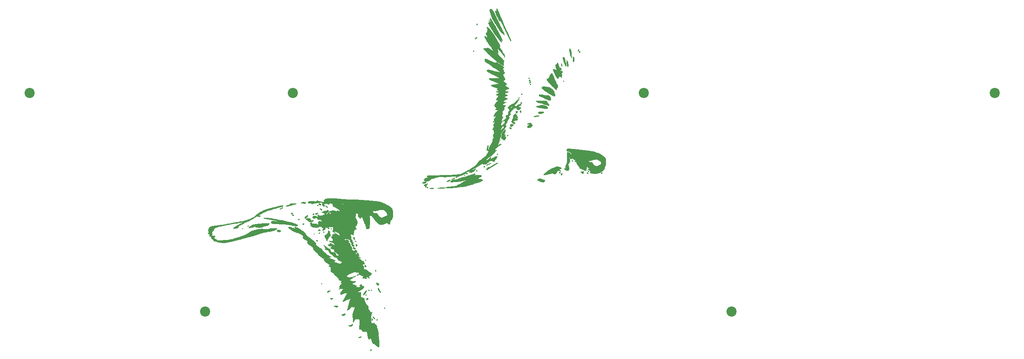
<source format=gbs>
G04 #@! TF.GenerationSoftware,KiCad,Pcbnew,(5.99.0-10431-gb63c482347)*
G04 #@! TF.CreationDate,2021-05-28T11:00:37-07:00*
G04 #@! TF.ProjectId,back-plate,6261636b-2d70-46c6-9174-652e6b696361,rev?*
G04 #@! TF.SameCoordinates,Original*
G04 #@! TF.FileFunction,Soldermask,Bot*
G04 #@! TF.FilePolarity,Negative*
%FSLAX46Y46*%
G04 Gerber Fmt 4.6, Leading zero omitted, Abs format (unit mm)*
G04 Created by KiCad (PCBNEW (5.99.0-10431-gb63c482347)) date 2021-05-28 11:00:37*
%MOMM*%
%LPD*%
G01*
G04 APERTURE LIST*
%ADD10C,0.010000*%
%ADD11C,2.200000*%
G04 APERTURE END LIST*
D10*
X150755946Y-88523118D02*
X150758790Y-88554907D01*
X150758790Y-88554907D02*
X150735849Y-88596948D01*
X150735849Y-88596948D02*
X150690035Y-88640290D01*
X150690035Y-88640290D02*
X150679861Y-88647356D01*
X150679861Y-88647356D02*
X150623197Y-88678763D01*
X150623197Y-88678763D02*
X150561885Y-88703823D01*
X150561885Y-88703823D02*
X150507442Y-88719051D01*
X150507442Y-88719051D02*
X150471387Y-88720964D01*
X150471387Y-88720964D02*
X150463250Y-88712870D01*
X150463250Y-88712870D02*
X150480883Y-88669484D01*
X150480883Y-88669484D02*
X150526132Y-88618746D01*
X150526132Y-88618746D02*
X150587520Y-88569547D01*
X150587520Y-88569547D02*
X150653569Y-88530779D01*
X150653569Y-88530779D02*
X150712804Y-88511337D01*
X150712804Y-88511337D02*
X150724401Y-88510533D01*
X150724401Y-88510533D02*
X150755946Y-88523118D01*
X150755946Y-88523118D02*
X150755946Y-88523118D01*
G36*
X150755946Y-88523118D02*
G01*
X150758790Y-88554907D01*
X150735849Y-88596948D01*
X150690035Y-88640290D01*
X150679861Y-88647356D01*
X150623197Y-88678763D01*
X150561885Y-88703823D01*
X150507442Y-88719051D01*
X150471387Y-88720964D01*
X150463250Y-88712870D01*
X150480883Y-88669484D01*
X150526132Y-88618746D01*
X150587520Y-88569547D01*
X150653569Y-88530779D01*
X150712804Y-88511337D01*
X150724401Y-88510533D01*
X150755946Y-88523118D01*
G37*
X150755946Y-88523118D02*
X150758790Y-88554907D01*
X150735849Y-88596948D01*
X150690035Y-88640290D01*
X150679861Y-88647356D01*
X150623197Y-88678763D01*
X150561885Y-88703823D01*
X150507442Y-88719051D01*
X150471387Y-88720964D01*
X150463250Y-88712870D01*
X150480883Y-88669484D01*
X150526132Y-88618746D01*
X150587520Y-88569547D01*
X150653569Y-88530779D01*
X150712804Y-88511337D01*
X150724401Y-88510533D01*
X150755946Y-88523118D01*
X100116758Y-108814605D02*
X100271858Y-108820845D01*
X100271858Y-108820845D02*
X100398477Y-108831585D01*
X100398477Y-108831585D02*
X100492558Y-108846546D01*
X100492558Y-108846546D02*
X100550048Y-108865449D01*
X100550048Y-108865449D02*
X100561434Y-108873584D01*
X100561434Y-108873584D02*
X100573097Y-108900439D01*
X100573097Y-108900439D02*
X100556438Y-108932980D01*
X100556438Y-108932980D02*
X100508572Y-108973757D01*
X100508572Y-108973757D02*
X100426611Y-109025322D01*
X100426611Y-109025322D02*
X100329362Y-109078812D01*
X100329362Y-109078812D02*
X100239238Y-109128857D01*
X100239238Y-109128857D02*
X100159004Y-109177628D01*
X100159004Y-109177628D02*
X100098788Y-109218731D01*
X100098788Y-109218731D02*
X100072600Y-109240950D01*
X100072600Y-109240950D02*
X100048498Y-109262099D01*
X100048498Y-109262099D02*
X100014925Y-109281377D01*
X100014925Y-109281377D02*
X99967633Y-109299770D01*
X99967633Y-109299770D02*
X99902376Y-109318264D01*
X99902376Y-109318264D02*
X99814904Y-109337844D01*
X99814904Y-109337844D02*
X99700971Y-109359497D01*
X99700971Y-109359497D02*
X99556328Y-109384207D01*
X99556328Y-109384207D02*
X99376730Y-109412960D01*
X99376730Y-109412960D02*
X99239916Y-109434180D01*
X99239916Y-109434180D02*
X98923443Y-109485043D01*
X98923443Y-109485043D02*
X98625659Y-109537847D01*
X98625659Y-109537847D02*
X98339697Y-109594297D01*
X98339697Y-109594297D02*
X98058690Y-109656097D01*
X98058690Y-109656097D02*
X97775769Y-109724951D01*
X97775769Y-109724951D02*
X97484067Y-109802564D01*
X97484067Y-109802564D02*
X97176718Y-109890640D01*
X97176718Y-109890640D02*
X96846852Y-109990882D01*
X96846852Y-109990882D02*
X96487604Y-110104995D01*
X96487604Y-110104995D02*
X96329500Y-110156424D01*
X96329500Y-110156424D02*
X96156094Y-110212871D01*
X96156094Y-110212871D02*
X95990182Y-110266183D01*
X95990182Y-110266183D02*
X95828554Y-110317263D01*
X95828554Y-110317263D02*
X95668000Y-110367009D01*
X95668000Y-110367009D02*
X95505310Y-110416324D01*
X95505310Y-110416324D02*
X95337274Y-110466108D01*
X95337274Y-110466108D02*
X95160682Y-110517260D01*
X95160682Y-110517260D02*
X94972323Y-110570683D01*
X94972323Y-110570683D02*
X94768988Y-110627277D01*
X94768988Y-110627277D02*
X94547466Y-110687942D01*
X94547466Y-110687942D02*
X94304548Y-110753579D01*
X94304548Y-110753579D02*
X94037023Y-110825089D01*
X94037023Y-110825089D02*
X93741681Y-110903373D01*
X93741681Y-110903373D02*
X93415313Y-110989330D01*
X93415313Y-110989330D02*
X93054707Y-111083863D01*
X93054707Y-111083863D02*
X92656655Y-111187871D01*
X92656655Y-111187871D02*
X92609620Y-111200144D01*
X92609620Y-111200144D02*
X92192481Y-111308302D01*
X92192481Y-111308302D02*
X91812554Y-111405333D01*
X91812554Y-111405333D02*
X91466433Y-111492034D01*
X91466433Y-111492034D02*
X91150711Y-111569203D01*
X91150711Y-111569203D02*
X90861981Y-111637635D01*
X90861981Y-111637635D02*
X90596837Y-111698129D01*
X90596837Y-111698129D02*
X90351872Y-111751480D01*
X90351872Y-111751480D02*
X90123679Y-111798487D01*
X90123679Y-111798487D02*
X89908852Y-111839944D01*
X89908852Y-111839944D02*
X89757250Y-111867385D01*
X89757250Y-111867385D02*
X89494930Y-111910723D01*
X89494930Y-111910723D02*
X89257866Y-111944237D01*
X89257866Y-111944237D02*
X89048577Y-111967752D01*
X89048577Y-111967752D02*
X88869586Y-111981090D01*
X88869586Y-111981090D02*
X88723415Y-111984075D01*
X88723415Y-111984075D02*
X88612585Y-111976532D01*
X88612585Y-111976532D02*
X88539619Y-111958283D01*
X88539619Y-111958283D02*
X88529583Y-111953213D01*
X88529583Y-111953213D02*
X88476768Y-111924883D01*
X88476768Y-111924883D02*
X88425265Y-111903715D01*
X88425265Y-111903715D02*
X88366843Y-111888153D01*
X88366843Y-111888153D02*
X88293273Y-111876636D01*
X88293273Y-111876636D02*
X88196325Y-111867608D01*
X88196325Y-111867608D02*
X88067768Y-111859508D01*
X88067768Y-111859508D02*
X88021583Y-111857014D01*
X88021583Y-111857014D02*
X87865225Y-111847525D01*
X87865225Y-111847525D02*
X87745402Y-111836806D01*
X87745402Y-111836806D02*
X87656317Y-111823529D01*
X87656317Y-111823529D02*
X87592171Y-111806369D01*
X87592171Y-111806369D02*
X87547166Y-111783998D01*
X87547166Y-111783998D02*
X87515504Y-111755091D01*
X87515504Y-111755091D02*
X87503289Y-111738421D01*
X87503289Y-111738421D02*
X87471631Y-111701206D01*
X87471631Y-111701206D02*
X87427825Y-111673688D01*
X87427825Y-111673688D02*
X87364420Y-111653537D01*
X87364420Y-111653537D02*
X87273966Y-111638427D01*
X87273966Y-111638427D02*
X87149010Y-111626030D01*
X87149010Y-111626030D02*
X87141585Y-111625428D01*
X87141585Y-111625428D02*
X87015027Y-111612746D01*
X87015027Y-111612746D02*
X86922026Y-111594782D01*
X86922026Y-111594782D02*
X86853803Y-111566396D01*
X86853803Y-111566396D02*
X86801581Y-111522447D01*
X86801581Y-111522447D02*
X86756584Y-111457796D01*
X86756584Y-111457796D02*
X86713635Y-111374812D01*
X86713635Y-111374812D02*
X86671157Y-111291189D01*
X86671157Y-111291189D02*
X86637201Y-111238288D01*
X86637201Y-111238288D02*
X86604870Y-111207404D01*
X86604870Y-111207404D02*
X86567267Y-111189836D01*
X86567267Y-111189836D02*
X86566956Y-111189735D01*
X86566956Y-111189735D02*
X86454199Y-111133085D01*
X86454199Y-111133085D02*
X86359452Y-111040667D01*
X86359452Y-111040667D02*
X86307396Y-110962526D01*
X86307396Y-110962526D02*
X86258643Y-110852928D01*
X86258643Y-110852928D02*
X86246699Y-110751968D01*
X86246699Y-110751968D02*
X86270803Y-110648771D01*
X86270803Y-110648771D02*
X86283392Y-110619116D01*
X86283392Y-110619116D02*
X86313908Y-110557473D01*
X86313908Y-110557473D02*
X86344995Y-110512845D01*
X86344995Y-110512845D02*
X86383950Y-110482292D01*
X86383950Y-110482292D02*
X86438071Y-110462871D01*
X86438071Y-110462871D02*
X86514656Y-110451643D01*
X86514656Y-110451643D02*
X86621002Y-110445666D01*
X86621002Y-110445666D02*
X86720507Y-110442954D01*
X86720507Y-110442954D02*
X86870492Y-110441197D01*
X86870492Y-110441197D02*
X86981266Y-110445361D01*
X86981266Y-110445361D02*
X87055821Y-110458076D01*
X87055821Y-110458076D02*
X87097152Y-110481969D01*
X87097152Y-110481969D02*
X87108251Y-110519671D01*
X87108251Y-110519671D02*
X87092113Y-110573811D01*
X87092113Y-110573811D02*
X87051730Y-110647017D01*
X87051730Y-110647017D02*
X87016166Y-110702622D01*
X87016166Y-110702622D02*
X86950758Y-110819928D01*
X86950758Y-110819928D02*
X86922338Y-110917358D01*
X86922338Y-110917358D02*
X86931148Y-110996054D01*
X86931148Y-110996054D02*
X86977427Y-111057154D01*
X86977427Y-111057154D02*
X87061416Y-111101798D01*
X87061416Y-111101798D02*
X87102928Y-111114595D01*
X87102928Y-111114595D02*
X87204639Y-111153543D01*
X87204639Y-111153543D02*
X87297361Y-111216923D01*
X87297361Y-111216923D02*
X87389977Y-111311412D01*
X87389977Y-111311412D02*
X87429402Y-111359950D01*
X87429402Y-111359950D02*
X87482698Y-111425620D01*
X87482698Y-111425620D02*
X87521458Y-111463595D01*
X87521458Y-111463595D02*
X87555345Y-111480910D01*
X87555345Y-111480910D02*
X87594023Y-111484604D01*
X87594023Y-111484604D02*
X87600344Y-111484436D01*
X87600344Y-111484436D02*
X87641527Y-111482753D01*
X87641527Y-111482753D02*
X87718079Y-111479393D01*
X87718079Y-111479393D02*
X87823083Y-111474668D01*
X87823083Y-111474668D02*
X87949621Y-111468891D01*
X87949621Y-111468891D02*
X88090775Y-111462375D01*
X88090775Y-111462375D02*
X88180333Y-111458207D01*
X88180333Y-111458207D02*
X88348955Y-111450660D01*
X88348955Y-111450660D02*
X88546589Y-111442343D01*
X88546589Y-111442343D02*
X88759932Y-111433784D01*
X88759932Y-111433784D02*
X88975681Y-111425508D01*
X88975681Y-111425508D02*
X89180536Y-111418044D01*
X89180536Y-111418044D02*
X89292659Y-111414175D01*
X89292659Y-111414175D02*
X89454126Y-111408011D01*
X89454126Y-111408011D02*
X89603115Y-111400922D01*
X89603115Y-111400922D02*
X89733757Y-111393292D01*
X89733757Y-111393292D02*
X89840184Y-111385508D01*
X89840184Y-111385508D02*
X89916528Y-111377954D01*
X89916528Y-111377954D02*
X89956920Y-111371016D01*
X89956920Y-111371016D02*
X89958511Y-111370465D01*
X89958511Y-111370465D02*
X90002468Y-111358473D01*
X90002468Y-111358473D02*
X90078145Y-111342591D01*
X90078145Y-111342591D02*
X90175335Y-111324793D01*
X90175335Y-111324793D02*
X90283833Y-111307053D01*
X90283833Y-111307053D02*
X90296101Y-111305177D01*
X90296101Y-111305177D02*
X90430013Y-111282956D01*
X90430013Y-111282956D02*
X90567394Y-111256014D01*
X90567394Y-111256014D02*
X90713639Y-111222938D01*
X90713639Y-111222938D02*
X90874143Y-111182315D01*
X90874143Y-111182315D02*
X91054300Y-111132732D01*
X91054300Y-111132732D02*
X91259504Y-111072777D01*
X91259504Y-111072777D02*
X91495151Y-111001035D01*
X91495151Y-111001035D02*
X91694000Y-110938992D01*
X91694000Y-110938992D02*
X92106487Y-110807272D01*
X92106487Y-110807272D02*
X92478340Y-110684322D01*
X92478340Y-110684322D02*
X92810276Y-110569868D01*
X92810276Y-110569868D02*
X93103016Y-110463635D01*
X93103016Y-110463635D02*
X93357280Y-110365349D01*
X93357280Y-110365349D02*
X93573787Y-110274734D01*
X93573787Y-110274734D02*
X93753258Y-110191516D01*
X93753258Y-110191516D02*
X93896412Y-110115419D01*
X93896412Y-110115419D02*
X93968775Y-110070681D01*
X93968775Y-110070681D02*
X94075981Y-110001916D01*
X94075981Y-110001916D02*
X94196041Y-109928829D01*
X94196041Y-109928829D02*
X94310106Y-109862755D01*
X94310106Y-109862755D02*
X94361000Y-109834821D01*
X94361000Y-109834821D02*
X94465826Y-109776145D01*
X94465826Y-109776145D02*
X94578622Y-109708739D01*
X94578622Y-109708739D02*
X94679744Y-109644455D01*
X94679744Y-109644455D02*
X94707471Y-109625764D01*
X94707471Y-109625764D02*
X94785184Y-109572410D01*
X94785184Y-109572410D02*
X94856023Y-109523979D01*
X94856023Y-109523979D02*
X94908010Y-109488653D01*
X94908010Y-109488653D02*
X94919137Y-109481166D01*
X94919137Y-109481166D02*
X94976604Y-109452035D01*
X94976604Y-109452035D02*
X95070503Y-109415861D01*
X95070503Y-109415861D02*
X95195777Y-109374027D01*
X95195777Y-109374027D02*
X95347374Y-109327918D01*
X95347374Y-109327918D02*
X95520239Y-109278919D01*
X95520239Y-109278919D02*
X95709316Y-109228414D01*
X95709316Y-109228414D02*
X95909551Y-109177788D01*
X95909551Y-109177788D02*
X96115890Y-109128424D01*
X96115890Y-109128424D02*
X96323278Y-109081708D01*
X96323278Y-109081708D02*
X96526661Y-109039024D01*
X96526661Y-109039024D02*
X96551750Y-109034001D01*
X96551750Y-109034001D02*
X96715858Y-109003995D01*
X96715858Y-109003995D02*
X96867946Y-108982702D01*
X96867946Y-108982702D02*
X97017391Y-108969761D01*
X97017391Y-108969761D02*
X97173570Y-108964810D01*
X97173570Y-108964810D02*
X97345862Y-108967489D01*
X97345862Y-108967489D02*
X97543645Y-108977434D01*
X97543645Y-108977434D02*
X97711984Y-108989265D01*
X97711984Y-108989265D02*
X97869053Y-108999890D01*
X97869053Y-108999890D02*
X98030471Y-109008414D01*
X98030471Y-109008414D02*
X98185045Y-109014413D01*
X98185045Y-109014413D02*
X98321584Y-109017466D01*
X98321584Y-109017466D02*
X98428897Y-109017152D01*
X98428897Y-109017152D02*
X98442234Y-109016774D01*
X98442234Y-109016774D02*
X98558687Y-109011798D01*
X98558687Y-109011798D02*
X98644701Y-109004482D01*
X98644701Y-109004482D02*
X98712174Y-108992772D01*
X98712174Y-108992772D02*
X98772998Y-108974618D01*
X98772998Y-108974618D02*
X98837750Y-108948539D01*
X98837750Y-108948539D02*
X98932125Y-108912017D01*
X98932125Y-108912017D02*
X99032884Y-108882836D01*
X99032884Y-108882836D02*
X99146572Y-108860035D01*
X99146572Y-108860035D02*
X99279733Y-108842657D01*
X99279733Y-108842657D02*
X99438913Y-108829743D01*
X99438913Y-108829743D02*
X99630655Y-108820333D01*
X99630655Y-108820333D02*
X99737333Y-108816745D01*
X99737333Y-108816745D02*
X99937231Y-108813145D01*
X99937231Y-108813145D02*
X100116758Y-108814605D01*
X100116758Y-108814605D02*
X100116758Y-108814605D01*
G36*
X100116758Y-108814605D02*
G01*
X100271858Y-108820845D01*
X100398477Y-108831585D01*
X100492558Y-108846546D01*
X100550048Y-108865449D01*
X100561434Y-108873584D01*
X100573097Y-108900439D01*
X100556438Y-108932980D01*
X100508572Y-108973757D01*
X100426611Y-109025322D01*
X100329362Y-109078812D01*
X100239238Y-109128857D01*
X100159004Y-109177628D01*
X100098788Y-109218731D01*
X100072600Y-109240950D01*
X100048498Y-109262099D01*
X100014925Y-109281377D01*
X99967633Y-109299770D01*
X99902376Y-109318264D01*
X99814904Y-109337844D01*
X99700971Y-109359497D01*
X99556328Y-109384207D01*
X99376730Y-109412960D01*
X99239916Y-109434180D01*
X98923443Y-109485043D01*
X98625659Y-109537847D01*
X98339697Y-109594297D01*
X98058690Y-109656097D01*
X97775769Y-109724951D01*
X97484067Y-109802564D01*
X97176718Y-109890640D01*
X96846852Y-109990882D01*
X96487604Y-110104995D01*
X96329500Y-110156424D01*
X96156094Y-110212871D01*
X95990182Y-110266183D01*
X95828554Y-110317263D01*
X95668000Y-110367009D01*
X95505310Y-110416324D01*
X95337274Y-110466108D01*
X95160682Y-110517260D01*
X94972323Y-110570683D01*
X94768988Y-110627277D01*
X94547466Y-110687942D01*
X94304548Y-110753579D01*
X94037023Y-110825089D01*
X93741681Y-110903373D01*
X93415313Y-110989330D01*
X93054707Y-111083863D01*
X92656655Y-111187871D01*
X92609620Y-111200144D01*
X92192481Y-111308302D01*
X91812554Y-111405333D01*
X91466433Y-111492034D01*
X91150711Y-111569203D01*
X90861981Y-111637635D01*
X90596837Y-111698129D01*
X90351872Y-111751480D01*
X90123679Y-111798487D01*
X89908852Y-111839944D01*
X89757250Y-111867385D01*
X89494930Y-111910723D01*
X89257866Y-111944237D01*
X89048577Y-111967752D01*
X88869586Y-111981090D01*
X88723415Y-111984075D01*
X88612585Y-111976532D01*
X88539619Y-111958283D01*
X88529583Y-111953213D01*
X88476768Y-111924883D01*
X88425265Y-111903715D01*
X88366843Y-111888153D01*
X88293273Y-111876636D01*
X88196325Y-111867608D01*
X88067768Y-111859508D01*
X88021583Y-111857014D01*
X87865225Y-111847525D01*
X87745402Y-111836806D01*
X87656317Y-111823529D01*
X87592171Y-111806369D01*
X87547166Y-111783998D01*
X87515504Y-111755091D01*
X87503289Y-111738421D01*
X87471631Y-111701206D01*
X87427825Y-111673688D01*
X87364420Y-111653537D01*
X87273966Y-111638427D01*
X87149010Y-111626030D01*
X87141585Y-111625428D01*
X87015027Y-111612746D01*
X86922026Y-111594782D01*
X86853803Y-111566396D01*
X86801581Y-111522447D01*
X86756584Y-111457796D01*
X86713635Y-111374812D01*
X86671157Y-111291189D01*
X86637201Y-111238288D01*
X86604870Y-111207404D01*
X86567267Y-111189836D01*
X86566956Y-111189735D01*
X86454199Y-111133085D01*
X86359452Y-111040667D01*
X86307396Y-110962526D01*
X86258643Y-110852928D01*
X86246699Y-110751968D01*
X86270803Y-110648771D01*
X86283392Y-110619116D01*
X86313908Y-110557473D01*
X86344995Y-110512845D01*
X86383950Y-110482292D01*
X86438071Y-110462871D01*
X86514656Y-110451643D01*
X86621002Y-110445666D01*
X86720507Y-110442954D01*
X86870492Y-110441197D01*
X86981266Y-110445361D01*
X87055821Y-110458076D01*
X87097152Y-110481969D01*
X87108251Y-110519671D01*
X87092113Y-110573811D01*
X87051730Y-110647017D01*
X87016166Y-110702622D01*
X86950758Y-110819928D01*
X86922338Y-110917358D01*
X86931148Y-110996054D01*
X86977427Y-111057154D01*
X87061416Y-111101798D01*
X87102928Y-111114595D01*
X87204639Y-111153543D01*
X87297361Y-111216923D01*
X87389977Y-111311412D01*
X87429402Y-111359950D01*
X87482698Y-111425620D01*
X87521458Y-111463595D01*
X87555345Y-111480910D01*
X87594023Y-111484604D01*
X87600344Y-111484436D01*
X87641527Y-111482753D01*
X87718079Y-111479393D01*
X87823083Y-111474668D01*
X87949621Y-111468891D01*
X88090775Y-111462375D01*
X88180333Y-111458207D01*
X88348955Y-111450660D01*
X88546589Y-111442343D01*
X88759932Y-111433784D01*
X88975681Y-111425508D01*
X89180536Y-111418044D01*
X89292659Y-111414175D01*
X89454126Y-111408011D01*
X89603115Y-111400922D01*
X89733757Y-111393292D01*
X89840184Y-111385508D01*
X89916528Y-111377954D01*
X89956920Y-111371016D01*
X89958511Y-111370465D01*
X90002468Y-111358473D01*
X90078145Y-111342591D01*
X90175335Y-111324793D01*
X90283833Y-111307053D01*
X90296101Y-111305177D01*
X90430013Y-111282956D01*
X90567394Y-111256014D01*
X90713639Y-111222938D01*
X90874143Y-111182315D01*
X91054300Y-111132732D01*
X91259504Y-111072777D01*
X91495151Y-111001035D01*
X91694000Y-110938992D01*
X92106487Y-110807272D01*
X92478340Y-110684322D01*
X92810276Y-110569868D01*
X93103016Y-110463635D01*
X93357280Y-110365349D01*
X93573787Y-110274734D01*
X93753258Y-110191516D01*
X93896412Y-110115419D01*
X93968775Y-110070681D01*
X94075981Y-110001916D01*
X94196041Y-109928829D01*
X94310106Y-109862755D01*
X94361000Y-109834821D01*
X94465826Y-109776145D01*
X94578622Y-109708739D01*
X94679744Y-109644455D01*
X94707471Y-109625764D01*
X94785184Y-109572410D01*
X94856023Y-109523979D01*
X94908010Y-109488653D01*
X94919137Y-109481166D01*
X94976604Y-109452035D01*
X95070503Y-109415861D01*
X95195777Y-109374027D01*
X95347374Y-109327918D01*
X95520239Y-109278919D01*
X95709316Y-109228414D01*
X95909551Y-109177788D01*
X96115890Y-109128424D01*
X96323278Y-109081708D01*
X96526661Y-109039024D01*
X96551750Y-109034001D01*
X96715858Y-109003995D01*
X96867946Y-108982702D01*
X97017391Y-108969761D01*
X97173570Y-108964810D01*
X97345862Y-108967489D01*
X97543645Y-108977434D01*
X97711984Y-108989265D01*
X97869053Y-108999890D01*
X98030471Y-109008414D01*
X98185045Y-109014413D01*
X98321584Y-109017466D01*
X98428897Y-109017152D01*
X98442234Y-109016774D01*
X98558687Y-109011798D01*
X98644701Y-109004482D01*
X98712174Y-108992772D01*
X98772998Y-108974618D01*
X98837750Y-108948539D01*
X98932125Y-108912017D01*
X99032884Y-108882836D01*
X99146572Y-108860035D01*
X99279733Y-108842657D01*
X99438913Y-108829743D01*
X99630655Y-108820333D01*
X99737333Y-108816745D01*
X99937231Y-108813145D01*
X100116758Y-108814605D01*
G37*
X100116758Y-108814605D02*
X100271858Y-108820845D01*
X100398477Y-108831585D01*
X100492558Y-108846546D01*
X100550048Y-108865449D01*
X100561434Y-108873584D01*
X100573097Y-108900439D01*
X100556438Y-108932980D01*
X100508572Y-108973757D01*
X100426611Y-109025322D01*
X100329362Y-109078812D01*
X100239238Y-109128857D01*
X100159004Y-109177628D01*
X100098788Y-109218731D01*
X100072600Y-109240950D01*
X100048498Y-109262099D01*
X100014925Y-109281377D01*
X99967633Y-109299770D01*
X99902376Y-109318264D01*
X99814904Y-109337844D01*
X99700971Y-109359497D01*
X99556328Y-109384207D01*
X99376730Y-109412960D01*
X99239916Y-109434180D01*
X98923443Y-109485043D01*
X98625659Y-109537847D01*
X98339697Y-109594297D01*
X98058690Y-109656097D01*
X97775769Y-109724951D01*
X97484067Y-109802564D01*
X97176718Y-109890640D01*
X96846852Y-109990882D01*
X96487604Y-110104995D01*
X96329500Y-110156424D01*
X96156094Y-110212871D01*
X95990182Y-110266183D01*
X95828554Y-110317263D01*
X95668000Y-110367009D01*
X95505310Y-110416324D01*
X95337274Y-110466108D01*
X95160682Y-110517260D01*
X94972323Y-110570683D01*
X94768988Y-110627277D01*
X94547466Y-110687942D01*
X94304548Y-110753579D01*
X94037023Y-110825089D01*
X93741681Y-110903373D01*
X93415313Y-110989330D01*
X93054707Y-111083863D01*
X92656655Y-111187871D01*
X92609620Y-111200144D01*
X92192481Y-111308302D01*
X91812554Y-111405333D01*
X91466433Y-111492034D01*
X91150711Y-111569203D01*
X90861981Y-111637635D01*
X90596837Y-111698129D01*
X90351872Y-111751480D01*
X90123679Y-111798487D01*
X89908852Y-111839944D01*
X89757250Y-111867385D01*
X89494930Y-111910723D01*
X89257866Y-111944237D01*
X89048577Y-111967752D01*
X88869586Y-111981090D01*
X88723415Y-111984075D01*
X88612585Y-111976532D01*
X88539619Y-111958283D01*
X88529583Y-111953213D01*
X88476768Y-111924883D01*
X88425265Y-111903715D01*
X88366843Y-111888153D01*
X88293273Y-111876636D01*
X88196325Y-111867608D01*
X88067768Y-111859508D01*
X88021583Y-111857014D01*
X87865225Y-111847525D01*
X87745402Y-111836806D01*
X87656317Y-111823529D01*
X87592171Y-111806369D01*
X87547166Y-111783998D01*
X87515504Y-111755091D01*
X87503289Y-111738421D01*
X87471631Y-111701206D01*
X87427825Y-111673688D01*
X87364420Y-111653537D01*
X87273966Y-111638427D01*
X87149010Y-111626030D01*
X87141585Y-111625428D01*
X87015027Y-111612746D01*
X86922026Y-111594782D01*
X86853803Y-111566396D01*
X86801581Y-111522447D01*
X86756584Y-111457796D01*
X86713635Y-111374812D01*
X86671157Y-111291189D01*
X86637201Y-111238288D01*
X86604870Y-111207404D01*
X86567267Y-111189836D01*
X86566956Y-111189735D01*
X86454199Y-111133085D01*
X86359452Y-111040667D01*
X86307396Y-110962526D01*
X86258643Y-110852928D01*
X86246699Y-110751968D01*
X86270803Y-110648771D01*
X86283392Y-110619116D01*
X86313908Y-110557473D01*
X86344995Y-110512845D01*
X86383950Y-110482292D01*
X86438071Y-110462871D01*
X86514656Y-110451643D01*
X86621002Y-110445666D01*
X86720507Y-110442954D01*
X86870492Y-110441197D01*
X86981266Y-110445361D01*
X87055821Y-110458076D01*
X87097152Y-110481969D01*
X87108251Y-110519671D01*
X87092113Y-110573811D01*
X87051730Y-110647017D01*
X87016166Y-110702622D01*
X86950758Y-110819928D01*
X86922338Y-110917358D01*
X86931148Y-110996054D01*
X86977427Y-111057154D01*
X87061416Y-111101798D01*
X87102928Y-111114595D01*
X87204639Y-111153543D01*
X87297361Y-111216923D01*
X87389977Y-111311412D01*
X87429402Y-111359950D01*
X87482698Y-111425620D01*
X87521458Y-111463595D01*
X87555345Y-111480910D01*
X87594023Y-111484604D01*
X87600344Y-111484436D01*
X87641527Y-111482753D01*
X87718079Y-111479393D01*
X87823083Y-111474668D01*
X87949621Y-111468891D01*
X88090775Y-111462375D01*
X88180333Y-111458207D01*
X88348955Y-111450660D01*
X88546589Y-111442343D01*
X88759932Y-111433784D01*
X88975681Y-111425508D01*
X89180536Y-111418044D01*
X89292659Y-111414175D01*
X89454126Y-111408011D01*
X89603115Y-111400922D01*
X89733757Y-111393292D01*
X89840184Y-111385508D01*
X89916528Y-111377954D01*
X89956920Y-111371016D01*
X89958511Y-111370465D01*
X90002468Y-111358473D01*
X90078145Y-111342591D01*
X90175335Y-111324793D01*
X90283833Y-111307053D01*
X90296101Y-111305177D01*
X90430013Y-111282956D01*
X90567394Y-111256014D01*
X90713639Y-111222938D01*
X90874143Y-111182315D01*
X91054300Y-111132732D01*
X91259504Y-111072777D01*
X91495151Y-111001035D01*
X91694000Y-110938992D01*
X92106487Y-110807272D01*
X92478340Y-110684322D01*
X92810276Y-110569868D01*
X93103016Y-110463635D01*
X93357280Y-110365349D01*
X93573787Y-110274734D01*
X93753258Y-110191516D01*
X93896412Y-110115419D01*
X93968775Y-110070681D01*
X94075981Y-110001916D01*
X94196041Y-109928829D01*
X94310106Y-109862755D01*
X94361000Y-109834821D01*
X94465826Y-109776145D01*
X94578622Y-109708739D01*
X94679744Y-109644455D01*
X94707471Y-109625764D01*
X94785184Y-109572410D01*
X94856023Y-109523979D01*
X94908010Y-109488653D01*
X94919137Y-109481166D01*
X94976604Y-109452035D01*
X95070503Y-109415861D01*
X95195777Y-109374027D01*
X95347374Y-109327918D01*
X95520239Y-109278919D01*
X95709316Y-109228414D01*
X95909551Y-109177788D01*
X96115890Y-109128424D01*
X96323278Y-109081708D01*
X96526661Y-109039024D01*
X96551750Y-109034001D01*
X96715858Y-109003995D01*
X96867946Y-108982702D01*
X97017391Y-108969761D01*
X97173570Y-108964810D01*
X97345862Y-108967489D01*
X97543645Y-108977434D01*
X97711984Y-108989265D01*
X97869053Y-108999890D01*
X98030471Y-109008414D01*
X98185045Y-109014413D01*
X98321584Y-109017466D01*
X98428897Y-109017152D01*
X98442234Y-109016774D01*
X98558687Y-109011798D01*
X98644701Y-109004482D01*
X98712174Y-108992772D01*
X98772998Y-108974618D01*
X98837750Y-108948539D01*
X98932125Y-108912017D01*
X99032884Y-108882836D01*
X99146572Y-108860035D01*
X99279733Y-108842657D01*
X99438913Y-108829743D01*
X99630655Y-108820333D01*
X99737333Y-108816745D01*
X99937231Y-108813145D01*
X100116758Y-108814605D01*
X155626246Y-76913558D02*
X155638698Y-76968513D01*
X155638698Y-76968513D02*
X155628555Y-77032234D01*
X155628555Y-77032234D02*
X155597181Y-77092141D01*
X155597181Y-77092141D02*
X155563277Y-77125098D01*
X155563277Y-77125098D02*
X155505201Y-77156362D01*
X155505201Y-77156362D02*
X155443077Y-77175119D01*
X155443077Y-77175119D02*
X155390883Y-77178541D01*
X155390883Y-77178541D02*
X155363539Y-77165533D01*
X155363539Y-77165533D02*
X155363512Y-77131395D01*
X155363512Y-77131395D02*
X155383350Y-77076499D01*
X155383350Y-77076499D02*
X155416486Y-77013155D01*
X155416486Y-77013155D02*
X155456352Y-76953672D01*
X155456352Y-76953672D02*
X155496383Y-76910362D01*
X155496383Y-76910362D02*
X155501964Y-76906044D01*
X155501964Y-76906044D02*
X155550079Y-76882235D01*
X155550079Y-76882235D02*
X155589836Y-76879949D01*
X155589836Y-76879949D02*
X155626246Y-76913558D01*
X155626246Y-76913558D02*
X155626246Y-76913558D01*
G36*
X155626246Y-76913558D02*
G01*
X155638698Y-76968513D01*
X155628555Y-77032234D01*
X155597181Y-77092141D01*
X155563277Y-77125098D01*
X155505201Y-77156362D01*
X155443077Y-77175119D01*
X155390883Y-77178541D01*
X155363539Y-77165533D01*
X155363512Y-77131395D01*
X155383350Y-77076499D01*
X155416486Y-77013155D01*
X155456352Y-76953672D01*
X155496383Y-76910362D01*
X155501964Y-76906044D01*
X155550079Y-76882235D01*
X155589836Y-76879949D01*
X155626246Y-76913558D01*
G37*
X155626246Y-76913558D02*
X155638698Y-76968513D01*
X155628555Y-77032234D01*
X155597181Y-77092141D01*
X155563277Y-77125098D01*
X155505201Y-77156362D01*
X155443077Y-77175119D01*
X155390883Y-77178541D01*
X155363539Y-77165533D01*
X155363512Y-77131395D01*
X155383350Y-77076499D01*
X155416486Y-77013155D01*
X155456352Y-76953672D01*
X155496383Y-76910362D01*
X155501964Y-76906044D01*
X155550079Y-76882235D01*
X155589836Y-76879949D01*
X155626246Y-76913558D01*
X111234129Y-103958538D02*
X111307257Y-103990776D01*
X111307257Y-103990776D02*
X111384508Y-104036719D01*
X111384508Y-104036719D02*
X111458390Y-104093522D01*
X111458390Y-104093522D02*
X111476476Y-104110055D01*
X111476476Y-104110055D02*
X111534596Y-104175995D01*
X111534596Y-104175995D02*
X111555935Y-104224490D01*
X111555935Y-104224490D02*
X111543444Y-104252706D01*
X111543444Y-104252706D02*
X111500075Y-104257809D01*
X111500075Y-104257809D02*
X111428778Y-104236965D01*
X111428778Y-104236965D02*
X111372352Y-104210042D01*
X111372352Y-104210042D02*
X111302367Y-104166273D01*
X111302367Y-104166273D02*
X111232592Y-104112260D01*
X111232592Y-104112260D02*
X111172020Y-104056281D01*
X111172020Y-104056281D02*
X111129640Y-104006615D01*
X111129640Y-104006615D02*
X111114416Y-103972526D01*
X111114416Y-103972526D02*
X111130215Y-103946567D01*
X111130215Y-103946567D02*
X111172617Y-103942853D01*
X111172617Y-103942853D02*
X111234129Y-103958538D01*
X111234129Y-103958538D02*
X111234129Y-103958538D01*
G36*
X111234129Y-103958538D02*
G01*
X111307257Y-103990776D01*
X111384508Y-104036719D01*
X111458390Y-104093522D01*
X111476476Y-104110055D01*
X111534596Y-104175995D01*
X111555935Y-104224490D01*
X111543444Y-104252706D01*
X111500075Y-104257809D01*
X111428778Y-104236965D01*
X111372352Y-104210042D01*
X111302367Y-104166273D01*
X111232592Y-104112260D01*
X111172020Y-104056281D01*
X111129640Y-104006615D01*
X111114416Y-103972526D01*
X111130215Y-103946567D01*
X111172617Y-103942853D01*
X111234129Y-103958538D01*
G37*
X111234129Y-103958538D02*
X111307257Y-103990776D01*
X111384508Y-104036719D01*
X111458390Y-104093522D01*
X111476476Y-104110055D01*
X111534596Y-104175995D01*
X111555935Y-104224490D01*
X111543444Y-104252706D01*
X111500075Y-104257809D01*
X111428778Y-104236965D01*
X111372352Y-104210042D01*
X111302367Y-104166273D01*
X111232592Y-104112260D01*
X111172020Y-104056281D01*
X111129640Y-104006615D01*
X111114416Y-103972526D01*
X111130215Y-103946567D01*
X111172617Y-103942853D01*
X111234129Y-103958538D01*
X116954505Y-129697907D02*
X116971643Y-129745374D01*
X116971643Y-129745374D02*
X116974918Y-129811364D01*
X116974918Y-129811364D02*
X116964338Y-129885143D01*
X116964338Y-129885143D02*
X116939911Y-129955976D01*
X116939911Y-129955976D02*
X116923272Y-129985774D01*
X116923272Y-129985774D02*
X116865228Y-130046112D01*
X116865228Y-130046112D02*
X116781030Y-130100209D01*
X116781030Y-130100209D02*
X116686761Y-130139015D01*
X116686761Y-130139015D02*
X116628333Y-130151678D01*
X116628333Y-130151678D02*
X116569889Y-130152669D01*
X116569889Y-130152669D02*
X116484322Y-130146623D01*
X116484322Y-130146623D02*
X116386031Y-130134751D01*
X116386031Y-130134751D02*
X116338049Y-130127253D01*
X116338049Y-130127253D02*
X116247710Y-130110042D01*
X116247710Y-130110042D02*
X116172375Y-130092130D01*
X116172375Y-130092130D02*
X116122404Y-130076164D01*
X116122404Y-130076164D02*
X116108966Y-130068683D01*
X116108966Y-130068683D02*
X116094720Y-130032678D01*
X116094720Y-130032678D02*
X116091983Y-129977522D01*
X116091983Y-129977522D02*
X116092333Y-129973433D01*
X116092333Y-129973433D02*
X116099166Y-129901950D01*
X116099166Y-129901950D02*
X116309675Y-129908498D01*
X116309675Y-129908498D02*
X116405010Y-129910145D01*
X116405010Y-129910145D02*
X116488647Y-129909201D01*
X116488647Y-129909201D02*
X116548695Y-129905917D01*
X116548695Y-129905917D02*
X116567868Y-129903079D01*
X116567868Y-129903079D02*
X116606739Y-129884873D01*
X116606739Y-129884873D02*
X116666974Y-129847352D01*
X116666974Y-129847352D02*
X116737028Y-129797837D01*
X116737028Y-129797837D02*
X116753467Y-129785405D01*
X116753467Y-129785405D02*
X116821443Y-129736157D01*
X116821443Y-129736157D02*
X116879622Y-129699143D01*
X116879622Y-129699143D02*
X116917839Y-129680683D01*
X116917839Y-129680683D02*
X116923495Y-129679700D01*
X116923495Y-129679700D02*
X116954505Y-129697907D01*
X116954505Y-129697907D02*
X116954505Y-129697907D01*
G36*
X116954505Y-129697907D02*
G01*
X116971643Y-129745374D01*
X116974918Y-129811364D01*
X116964338Y-129885143D01*
X116939911Y-129955976D01*
X116923272Y-129985774D01*
X116865228Y-130046112D01*
X116781030Y-130100209D01*
X116686761Y-130139015D01*
X116628333Y-130151678D01*
X116569889Y-130152669D01*
X116484322Y-130146623D01*
X116386031Y-130134751D01*
X116338049Y-130127253D01*
X116247710Y-130110042D01*
X116172375Y-130092130D01*
X116122404Y-130076164D01*
X116108966Y-130068683D01*
X116094720Y-130032678D01*
X116091983Y-129977522D01*
X116092333Y-129973433D01*
X116099166Y-129901950D01*
X116309675Y-129908498D01*
X116405010Y-129910145D01*
X116488647Y-129909201D01*
X116548695Y-129905917D01*
X116567868Y-129903079D01*
X116606739Y-129884873D01*
X116666974Y-129847352D01*
X116737028Y-129797837D01*
X116753467Y-129785405D01*
X116821443Y-129736157D01*
X116879622Y-129699143D01*
X116917839Y-129680683D01*
X116923495Y-129679700D01*
X116954505Y-129697907D01*
G37*
X116954505Y-129697907D02*
X116971643Y-129745374D01*
X116974918Y-129811364D01*
X116964338Y-129885143D01*
X116939911Y-129955976D01*
X116923272Y-129985774D01*
X116865228Y-130046112D01*
X116781030Y-130100209D01*
X116686761Y-130139015D01*
X116628333Y-130151678D01*
X116569889Y-130152669D01*
X116484322Y-130146623D01*
X116386031Y-130134751D01*
X116338049Y-130127253D01*
X116247710Y-130110042D01*
X116172375Y-130092130D01*
X116122404Y-130076164D01*
X116108966Y-130068683D01*
X116094720Y-130032678D01*
X116091983Y-129977522D01*
X116092333Y-129973433D01*
X116099166Y-129901950D01*
X116309675Y-129908498D01*
X116405010Y-129910145D01*
X116488647Y-129909201D01*
X116548695Y-129905917D01*
X116567868Y-129903079D01*
X116606739Y-129884873D01*
X116666974Y-129847352D01*
X116737028Y-129797837D01*
X116753467Y-129785405D01*
X116821443Y-129736157D01*
X116879622Y-129699143D01*
X116917839Y-129680683D01*
X116923495Y-129679700D01*
X116954505Y-129697907D01*
X109229203Y-111363416D02*
X109292254Y-111391859D01*
X109292254Y-111391859D02*
X109344787Y-111436918D01*
X109344787Y-111436918D02*
X109375282Y-111492517D01*
X109375282Y-111492517D02*
X109378750Y-111518368D01*
X109378750Y-111518368D02*
X109360739Y-111571531D01*
X109360739Y-111571531D02*
X109314713Y-111607886D01*
X109314713Y-111607886D02*
X109252680Y-111624415D01*
X109252680Y-111624415D02*
X109186648Y-111618100D01*
X109186648Y-111618100D02*
X109128627Y-111585923D01*
X109128627Y-111585923D02*
X109124750Y-111582200D01*
X109124750Y-111582200D02*
X109090979Y-111523476D01*
X109090979Y-111523476D02*
X109084945Y-111454306D01*
X109084945Y-111454306D02*
X109107293Y-111392914D01*
X109107293Y-111392914D02*
X109117631Y-111380675D01*
X109117631Y-111380675D02*
X109167154Y-111357662D01*
X109167154Y-111357662D02*
X109229203Y-111363416D01*
X109229203Y-111363416D02*
X109229203Y-111363416D01*
G36*
X109229203Y-111363416D02*
G01*
X109292254Y-111391859D01*
X109344787Y-111436918D01*
X109375282Y-111492517D01*
X109378750Y-111518368D01*
X109360739Y-111571531D01*
X109314713Y-111607886D01*
X109252680Y-111624415D01*
X109186648Y-111618100D01*
X109128627Y-111585923D01*
X109124750Y-111582200D01*
X109090979Y-111523476D01*
X109084945Y-111454306D01*
X109107293Y-111392914D01*
X109117631Y-111380675D01*
X109167154Y-111357662D01*
X109229203Y-111363416D01*
G37*
X109229203Y-111363416D02*
X109292254Y-111391859D01*
X109344787Y-111436918D01*
X109375282Y-111492517D01*
X109378750Y-111518368D01*
X109360739Y-111571531D01*
X109314713Y-111607886D01*
X109252680Y-111624415D01*
X109186648Y-111618100D01*
X109128627Y-111585923D01*
X109124750Y-111582200D01*
X109090979Y-111523476D01*
X109084945Y-111454306D01*
X109107293Y-111392914D01*
X109117631Y-111380675D01*
X109167154Y-111357662D01*
X109229203Y-111363416D01*
X118819650Y-132402300D02*
X118826568Y-132435990D01*
X118826568Y-132435990D02*
X118805146Y-132483946D01*
X118805146Y-132483946D02*
X118761596Y-132535975D01*
X118761596Y-132535975D02*
X118715431Y-132573385D01*
X118715431Y-132573385D02*
X118640123Y-132614166D01*
X118640123Y-132614166D02*
X118552061Y-132646961D01*
X118552061Y-132646961D02*
X118462099Y-132669486D01*
X118462099Y-132669486D02*
X118381089Y-132679459D01*
X118381089Y-132679459D02*
X118319885Y-132674599D01*
X118319885Y-132674599D02*
X118295208Y-132661749D01*
X118295208Y-132661749D02*
X118270312Y-132613165D01*
X118270312Y-132613165D02*
X118280872Y-132566467D01*
X118280872Y-132566467D02*
X118316375Y-132538969D01*
X118316375Y-132538969D02*
X118403220Y-132507546D01*
X118403220Y-132507546D02*
X118499752Y-132476265D01*
X118499752Y-132476265D02*
X118597170Y-132447517D01*
X118597170Y-132447517D02*
X118686674Y-132423691D01*
X118686674Y-132423691D02*
X118759464Y-132407176D01*
X118759464Y-132407176D02*
X118806740Y-132400363D01*
X118806740Y-132400363D02*
X118819650Y-132402300D01*
X118819650Y-132402300D02*
X118819650Y-132402300D01*
G36*
X118819650Y-132402300D02*
G01*
X118826568Y-132435990D01*
X118805146Y-132483946D01*
X118761596Y-132535975D01*
X118715431Y-132573385D01*
X118640123Y-132614166D01*
X118552061Y-132646961D01*
X118462099Y-132669486D01*
X118381089Y-132679459D01*
X118319885Y-132674599D01*
X118295208Y-132661749D01*
X118270312Y-132613165D01*
X118280872Y-132566467D01*
X118316375Y-132538969D01*
X118403220Y-132507546D01*
X118499752Y-132476265D01*
X118597170Y-132447517D01*
X118686674Y-132423691D01*
X118759464Y-132407176D01*
X118806740Y-132400363D01*
X118819650Y-132402300D01*
G37*
X118819650Y-132402300D02*
X118826568Y-132435990D01*
X118805146Y-132483946D01*
X118761596Y-132535975D01*
X118715431Y-132573385D01*
X118640123Y-132614166D01*
X118552061Y-132646961D01*
X118462099Y-132669486D01*
X118381089Y-132679459D01*
X118319885Y-132674599D01*
X118295208Y-132661749D01*
X118270312Y-132613165D01*
X118280872Y-132566467D01*
X118316375Y-132538969D01*
X118403220Y-132507546D01*
X118499752Y-132476265D01*
X118597170Y-132447517D01*
X118686674Y-132423691D01*
X118759464Y-132407176D01*
X118806740Y-132400363D01*
X118819650Y-132402300D01*
X121093080Y-135229143D02*
X121095160Y-135264240D01*
X121095160Y-135264240D02*
X121085648Y-135294896D01*
X121085648Y-135294896D02*
X121045233Y-135353211D01*
X121045233Y-135353211D02*
X120980797Y-135398512D01*
X120980797Y-135398512D02*
X120905515Y-135425807D01*
X120905515Y-135425807D02*
X120832559Y-135430108D01*
X120832559Y-135430108D02*
X120780281Y-135410570D01*
X120780281Y-135410570D02*
X120750048Y-135364426D01*
X120750048Y-135364426D02*
X120748531Y-135331810D01*
X120748531Y-135331810D02*
X120758138Y-135304265D01*
X120758138Y-135304265D02*
X120783360Y-135282918D01*
X120783360Y-135282918D02*
X120832963Y-135262831D01*
X120832963Y-135262831D02*
X120910851Y-135240364D01*
X120910851Y-135240364D02*
X121005082Y-135218503D01*
X121005082Y-135218503D02*
X121064439Y-135214330D01*
X121064439Y-135214330D02*
X121093080Y-135229143D01*
X121093080Y-135229143D02*
X121093080Y-135229143D01*
G36*
X121093080Y-135229143D02*
G01*
X121095160Y-135264240D01*
X121085648Y-135294896D01*
X121045233Y-135353211D01*
X120980797Y-135398512D01*
X120905515Y-135425807D01*
X120832559Y-135430108D01*
X120780281Y-135410570D01*
X120750048Y-135364426D01*
X120748531Y-135331810D01*
X120758138Y-135304265D01*
X120783360Y-135282918D01*
X120832963Y-135262831D01*
X120910851Y-135240364D01*
X121005082Y-135218503D01*
X121064439Y-135214330D01*
X121093080Y-135229143D01*
G37*
X121093080Y-135229143D02*
X121095160Y-135264240D01*
X121085648Y-135294896D01*
X121045233Y-135353211D01*
X120980797Y-135398512D01*
X120905515Y-135425807D01*
X120832559Y-135430108D01*
X120780281Y-135410570D01*
X120750048Y-135364426D01*
X120748531Y-135331810D01*
X120758138Y-135304265D01*
X120783360Y-135282918D01*
X120832963Y-135262831D01*
X120910851Y-135240364D01*
X121005082Y-135218503D01*
X121064439Y-135214330D01*
X121093080Y-135229143D01*
X115397162Y-127387067D02*
X115386775Y-127446291D01*
X115386775Y-127446291D02*
X115349539Y-127536260D01*
X115349539Y-127536260D02*
X115312340Y-127608465D01*
X115312340Y-127608465D02*
X115260367Y-127693675D01*
X115260367Y-127693675D02*
X115207650Y-127750580D01*
X115207650Y-127750580D02*
X115143658Y-127785046D01*
X115143658Y-127785046D02*
X115057861Y-127802942D01*
X115057861Y-127802942D02*
X114950972Y-127809803D01*
X114950972Y-127809803D02*
X114857089Y-127810055D01*
X114857089Y-127810055D02*
X114771076Y-127805590D01*
X114771076Y-127805590D02*
X114707920Y-127797319D01*
X114707920Y-127797319D02*
X114695879Y-127794296D01*
X114695879Y-127794296D02*
X114633068Y-127765482D01*
X114633068Y-127765482D02*
X114610411Y-127729300D01*
X114610411Y-127729300D02*
X114628165Y-127685238D01*
X114628165Y-127685238D02*
X114686587Y-127632787D01*
X114686587Y-127632787D02*
X114785935Y-127571435D01*
X114785935Y-127571435D02*
X114816372Y-127555079D01*
X114816372Y-127555079D02*
X114898360Y-127515639D01*
X114898360Y-127515639D02*
X114994661Y-127474909D01*
X114994661Y-127474909D02*
X115096414Y-127435964D01*
X115096414Y-127435964D02*
X115194758Y-127401876D01*
X115194758Y-127401876D02*
X115280833Y-127375720D01*
X115280833Y-127375720D02*
X115345778Y-127360569D01*
X115345778Y-127360569D02*
X115380479Y-127359397D01*
X115380479Y-127359397D02*
X115397162Y-127387067D01*
X115397162Y-127387067D02*
X115397162Y-127387067D01*
G36*
X115397162Y-127387067D02*
G01*
X115386775Y-127446291D01*
X115349539Y-127536260D01*
X115312340Y-127608465D01*
X115260367Y-127693675D01*
X115207650Y-127750580D01*
X115143658Y-127785046D01*
X115057861Y-127802942D01*
X114950972Y-127809803D01*
X114857089Y-127810055D01*
X114771076Y-127805590D01*
X114707920Y-127797319D01*
X114695879Y-127794296D01*
X114633068Y-127765482D01*
X114610411Y-127729300D01*
X114628165Y-127685238D01*
X114686587Y-127632787D01*
X114785935Y-127571435D01*
X114816372Y-127555079D01*
X114898360Y-127515639D01*
X114994661Y-127474909D01*
X115096414Y-127435964D01*
X115194758Y-127401876D01*
X115280833Y-127375720D01*
X115345778Y-127360569D01*
X115380479Y-127359397D01*
X115397162Y-127387067D01*
G37*
X115397162Y-127387067D02*
X115386775Y-127446291D01*
X115349539Y-127536260D01*
X115312340Y-127608465D01*
X115260367Y-127693675D01*
X115207650Y-127750580D01*
X115143658Y-127785046D01*
X115057861Y-127802942D01*
X114950972Y-127809803D01*
X114857089Y-127810055D01*
X114771076Y-127805590D01*
X114707920Y-127797319D01*
X114695879Y-127794296D01*
X114633068Y-127765482D01*
X114610411Y-127729300D01*
X114628165Y-127685238D01*
X114686587Y-127632787D01*
X114785935Y-127571435D01*
X114816372Y-127555079D01*
X114898360Y-127515639D01*
X114994661Y-127474909D01*
X115096414Y-127435964D01*
X115194758Y-127401876D01*
X115280833Y-127375720D01*
X115345778Y-127360569D01*
X115380479Y-127359397D01*
X115397162Y-127387067D01*
X106409504Y-103120186D02*
X106556538Y-103136105D01*
X106556538Y-103136105D02*
X106665352Y-103165383D01*
X106665352Y-103165383D02*
X106738159Y-103208842D01*
X106738159Y-103208842D02*
X106772317Y-103255132D01*
X106772317Y-103255132D02*
X106792769Y-103309034D01*
X106792769Y-103309034D02*
X106790245Y-103344216D01*
X106790245Y-103344216D02*
X106763434Y-103378324D01*
X106763434Y-103378324D02*
X106763154Y-103378604D01*
X106763154Y-103378604D02*
X106719941Y-103397639D01*
X106719941Y-103397639D02*
X106640869Y-103407710D01*
X106640869Y-103407710D02*
X106531510Y-103408549D01*
X106531510Y-103408549D02*
X106397436Y-103399884D01*
X106397436Y-103399884D02*
X106373083Y-103397498D01*
X106373083Y-103397498D02*
X106305797Y-103389464D01*
X106305797Y-103389464D02*
X106218251Y-103377445D01*
X106218251Y-103377445D02*
X106120608Y-103363031D01*
X106120608Y-103363031D02*
X106023031Y-103347812D01*
X106023031Y-103347812D02*
X105935685Y-103333379D01*
X105935685Y-103333379D02*
X105868733Y-103321322D01*
X105868733Y-103321322D02*
X105832338Y-103313232D01*
X105832338Y-103313232D02*
X105830507Y-103312603D01*
X105830507Y-103312603D02*
X105803480Y-103287186D01*
X105803480Y-103287186D02*
X105812424Y-103250678D01*
X105812424Y-103250678D02*
X105854983Y-103209974D01*
X105854983Y-103209974D02*
X105868537Y-103201193D01*
X105868537Y-103201193D02*
X105955575Y-103164216D01*
X105955575Y-103164216D02*
X106073780Y-103137027D01*
X106073780Y-103137027D02*
X106212793Y-103121178D01*
X106212793Y-103121178D02*
X106362258Y-103118220D01*
X106362258Y-103118220D02*
X106409504Y-103120186D01*
X106409504Y-103120186D02*
X106409504Y-103120186D01*
G36*
X106409504Y-103120186D02*
G01*
X106556538Y-103136105D01*
X106665352Y-103165383D01*
X106738159Y-103208842D01*
X106772317Y-103255132D01*
X106792769Y-103309034D01*
X106790245Y-103344216D01*
X106763434Y-103378324D01*
X106763154Y-103378604D01*
X106719941Y-103397639D01*
X106640869Y-103407710D01*
X106531510Y-103408549D01*
X106397436Y-103399884D01*
X106373083Y-103397498D01*
X106305797Y-103389464D01*
X106218251Y-103377445D01*
X106120608Y-103363031D01*
X106023031Y-103347812D01*
X105935685Y-103333379D01*
X105868733Y-103321322D01*
X105832338Y-103313232D01*
X105830507Y-103312603D01*
X105803480Y-103287186D01*
X105812424Y-103250678D01*
X105854983Y-103209974D01*
X105868537Y-103201193D01*
X105955575Y-103164216D01*
X106073780Y-103137027D01*
X106212793Y-103121178D01*
X106362258Y-103118220D01*
X106409504Y-103120186D01*
G37*
X106409504Y-103120186D02*
X106556538Y-103136105D01*
X106665352Y-103165383D01*
X106738159Y-103208842D01*
X106772317Y-103255132D01*
X106792769Y-103309034D01*
X106790245Y-103344216D01*
X106763434Y-103378324D01*
X106763154Y-103378604D01*
X106719941Y-103397639D01*
X106640869Y-103407710D01*
X106531510Y-103408549D01*
X106397436Y-103399884D01*
X106373083Y-103397498D01*
X106305797Y-103389464D01*
X106218251Y-103377445D01*
X106120608Y-103363031D01*
X106023031Y-103347812D01*
X105935685Y-103333379D01*
X105868733Y-103321322D01*
X105832338Y-103313232D01*
X105830507Y-103312603D01*
X105803480Y-103287186D01*
X105812424Y-103250678D01*
X105854983Y-103209974D01*
X105868537Y-103201193D01*
X105955575Y-103164216D01*
X106073780Y-103137027D01*
X106212793Y-103121178D01*
X106362258Y-103118220D01*
X106409504Y-103120186D01*
X117788755Y-112331067D02*
X117841140Y-112364702D01*
X117841140Y-112364702D02*
X117923670Y-112436352D01*
X117923670Y-112436352D02*
X117965484Y-112504242D01*
X117965484Y-112504242D02*
X117967541Y-112572067D01*
X117967541Y-112572067D02*
X117930796Y-112643523D01*
X117930796Y-112643523D02*
X117917618Y-112660075D01*
X117917618Y-112660075D02*
X117855950Y-112712130D01*
X117855950Y-112712130D02*
X117794470Y-112727021D01*
X117794470Y-112727021D02*
X117740264Y-112704619D01*
X117740264Y-112704619D02*
X117708950Y-112663861D01*
X117708950Y-112663861D02*
X117679228Y-112590534D01*
X117679228Y-112590534D02*
X117655913Y-112504348D01*
X117655913Y-112504348D02*
X117642380Y-112421513D01*
X117642380Y-112421513D02*
X117642006Y-112358241D01*
X117642006Y-112358241D02*
X117643606Y-112350142D01*
X117643606Y-112350142D02*
X117670176Y-112310778D01*
X117670176Y-112310778D02*
X117719633Y-112304499D01*
X117719633Y-112304499D02*
X117788755Y-112331067D01*
X117788755Y-112331067D02*
X117788755Y-112331067D01*
G36*
X117788755Y-112331067D02*
G01*
X117841140Y-112364702D01*
X117923670Y-112436352D01*
X117965484Y-112504242D01*
X117967541Y-112572067D01*
X117930796Y-112643523D01*
X117917618Y-112660075D01*
X117855950Y-112712130D01*
X117794470Y-112727021D01*
X117740264Y-112704619D01*
X117708950Y-112663861D01*
X117679228Y-112590534D01*
X117655913Y-112504348D01*
X117642380Y-112421513D01*
X117642006Y-112358241D01*
X117643606Y-112350142D01*
X117670176Y-112310778D01*
X117719633Y-112304499D01*
X117788755Y-112331067D01*
G37*
X117788755Y-112331067D02*
X117841140Y-112364702D01*
X117923670Y-112436352D01*
X117965484Y-112504242D01*
X117967541Y-112572067D01*
X117930796Y-112643523D01*
X117917618Y-112660075D01*
X117855950Y-112712130D01*
X117794470Y-112727021D01*
X117740264Y-112704619D01*
X117708950Y-112663861D01*
X117679228Y-112590534D01*
X117655913Y-112504348D01*
X117642380Y-112421513D01*
X117642006Y-112358241D01*
X117643606Y-112350142D01*
X117670176Y-112310778D01*
X117719633Y-112304499D01*
X117788755Y-112331067D01*
X155509269Y-76499243D02*
X155536106Y-76551886D01*
X155536106Y-76551886D02*
X155543452Y-76625171D01*
X155543452Y-76625171D02*
X155531913Y-76702477D01*
X155531913Y-76702477D02*
X155502094Y-76767187D01*
X155502094Y-76767187D02*
X155499380Y-76770762D01*
X155499380Y-76770762D02*
X155446166Y-76816473D01*
X155446166Y-76816473D02*
X155389936Y-76820459D01*
X155389936Y-76820459D02*
X155328690Y-76782737D01*
X155328690Y-76782737D02*
X155317672Y-76772213D01*
X155317672Y-76772213D02*
X155280593Y-76725019D01*
X155280593Y-76725019D02*
X155272832Y-76677267D01*
X155272832Y-76677267D02*
X155276814Y-76650505D01*
X155276814Y-76650505D02*
X155304303Y-76580738D01*
X155304303Y-76580738D02*
X155350718Y-76524658D01*
X155350718Y-76524658D02*
X155406673Y-76488374D01*
X155406673Y-76488374D02*
X155462779Y-76477994D01*
X155462779Y-76477994D02*
X155509269Y-76499243D01*
X155509269Y-76499243D02*
X155509269Y-76499243D01*
G36*
X155509269Y-76499243D02*
G01*
X155536106Y-76551886D01*
X155543452Y-76625171D01*
X155531913Y-76702477D01*
X155502094Y-76767187D01*
X155499380Y-76770762D01*
X155446166Y-76816473D01*
X155389936Y-76820459D01*
X155328690Y-76782737D01*
X155317672Y-76772213D01*
X155280593Y-76725019D01*
X155272832Y-76677267D01*
X155276814Y-76650505D01*
X155304303Y-76580738D01*
X155350718Y-76524658D01*
X155406673Y-76488374D01*
X155462779Y-76477994D01*
X155509269Y-76499243D01*
G37*
X155509269Y-76499243D02*
X155536106Y-76551886D01*
X155543452Y-76625171D01*
X155531913Y-76702477D01*
X155502094Y-76767187D01*
X155499380Y-76770762D01*
X155446166Y-76816473D01*
X155389936Y-76820459D01*
X155328690Y-76782737D01*
X155317672Y-76772213D01*
X155280593Y-76725019D01*
X155272832Y-76677267D01*
X155276814Y-76650505D01*
X155304303Y-76580738D01*
X155350718Y-76524658D01*
X155406673Y-76488374D01*
X155462779Y-76477994D01*
X155509269Y-76499243D01*
X166093875Y-69877141D02*
X166113121Y-69896776D01*
X166113121Y-69896776D02*
X166120866Y-69944276D01*
X166120866Y-69944276D02*
X166121880Y-69957950D01*
X166121880Y-69957950D02*
X166119201Y-70053601D01*
X166119201Y-70053601D02*
X166100142Y-70139519D01*
X166100142Y-70139519D02*
X166068637Y-70208921D01*
X166068637Y-70208921D02*
X166028622Y-70255027D01*
X166028622Y-70255027D02*
X165984032Y-70271055D01*
X165984032Y-70271055D02*
X165947871Y-70257781D01*
X165947871Y-70257781D02*
X165917068Y-70211093D01*
X165917068Y-70211093D02*
X165899936Y-70128214D01*
X165899936Y-70128214D02*
X165899681Y-70125544D01*
X165899681Y-70125544D02*
X165904331Y-70030202D01*
X165904331Y-70030202D02*
X165933750Y-69950978D01*
X165933750Y-69950978D02*
X165982980Y-69896013D01*
X165982980Y-69896013D02*
X166047062Y-69873447D01*
X166047062Y-69873447D02*
X166053343Y-69873283D01*
X166053343Y-69873283D02*
X166093875Y-69877141D01*
X166093875Y-69877141D02*
X166093875Y-69877141D01*
G36*
X166093875Y-69877141D02*
G01*
X166113121Y-69896776D01*
X166120866Y-69944276D01*
X166121880Y-69957950D01*
X166119201Y-70053601D01*
X166100142Y-70139519D01*
X166068637Y-70208921D01*
X166028622Y-70255027D01*
X165984032Y-70271055D01*
X165947871Y-70257781D01*
X165917068Y-70211093D01*
X165899936Y-70128214D01*
X165899681Y-70125544D01*
X165904331Y-70030202D01*
X165933750Y-69950978D01*
X165982980Y-69896013D01*
X166047062Y-69873447D01*
X166053343Y-69873283D01*
X166093875Y-69877141D01*
G37*
X166093875Y-69877141D02*
X166113121Y-69896776D01*
X166120866Y-69944276D01*
X166121880Y-69957950D01*
X166119201Y-70053601D01*
X166100142Y-70139519D01*
X166068637Y-70208921D01*
X166028622Y-70255027D01*
X165984032Y-70271055D01*
X165947871Y-70257781D01*
X165917068Y-70211093D01*
X165899936Y-70128214D01*
X165899681Y-70125544D01*
X165904331Y-70030202D01*
X165933750Y-69950978D01*
X165982980Y-69896013D01*
X166047062Y-69873447D01*
X166053343Y-69873283D01*
X166093875Y-69877141D01*
X109817952Y-109774163D02*
X109866740Y-109806246D01*
X109866740Y-109806246D02*
X109883562Y-109849790D01*
X109883562Y-109849790D02*
X109865175Y-109892934D01*
X109865175Y-109892934D02*
X109853256Y-109903342D01*
X109853256Y-109903342D02*
X109804876Y-109921439D01*
X109804876Y-109921439D02*
X109736213Y-109929185D01*
X109736213Y-109929185D02*
X109668348Y-109925223D01*
X109668348Y-109925223D02*
X109638041Y-109917181D01*
X109638041Y-109917181D02*
X109615910Y-109889690D01*
X109615910Y-109889690D02*
X109611583Y-109865593D01*
X109611583Y-109865593D02*
X109630416Y-109825136D01*
X109630416Y-109825136D02*
X109677595Y-109791546D01*
X109677595Y-109791546D02*
X109739137Y-109771018D01*
X109739137Y-109771018D02*
X109801060Y-109769747D01*
X109801060Y-109769747D02*
X109817952Y-109774163D01*
X109817952Y-109774163D02*
X109817952Y-109774163D01*
G36*
X109817952Y-109774163D02*
G01*
X109866740Y-109806246D01*
X109883562Y-109849790D01*
X109865175Y-109892934D01*
X109853256Y-109903342D01*
X109804876Y-109921439D01*
X109736213Y-109929185D01*
X109668348Y-109925223D01*
X109638041Y-109917181D01*
X109615910Y-109889690D01*
X109611583Y-109865593D01*
X109630416Y-109825136D01*
X109677595Y-109791546D01*
X109739137Y-109771018D01*
X109801060Y-109769747D01*
X109817952Y-109774163D01*
G37*
X109817952Y-109774163D02*
X109866740Y-109806246D01*
X109883562Y-109849790D01*
X109865175Y-109892934D01*
X109853256Y-109903342D01*
X109804876Y-109921439D01*
X109736213Y-109929185D01*
X109668348Y-109925223D01*
X109638041Y-109917181D01*
X109615910Y-109889690D01*
X109611583Y-109865593D01*
X109630416Y-109825136D01*
X109677595Y-109791546D01*
X109739137Y-109771018D01*
X109801060Y-109769747D01*
X109817952Y-109774163D01*
X121101755Y-122200440D02*
X121141069Y-122234206D01*
X121141069Y-122234206D02*
X121163442Y-122276810D01*
X121163442Y-122276810D02*
X121162897Y-122317067D01*
X121162897Y-122317067D02*
X121135102Y-122343185D01*
X121135102Y-122343185D02*
X121100171Y-122353415D01*
X121100171Y-122353415D02*
X121067434Y-122349572D01*
X121067434Y-122349572D02*
X121025239Y-122334033D01*
X121025239Y-122334033D02*
X120977808Y-122299145D01*
X120977808Y-122299145D02*
X120963562Y-122254953D01*
X120963562Y-122254953D02*
X120980247Y-122214119D01*
X120980247Y-122214119D02*
X121025606Y-122189304D01*
X121025606Y-122189304D02*
X121051477Y-122186700D01*
X121051477Y-122186700D02*
X121101755Y-122200440D01*
X121101755Y-122200440D02*
X121101755Y-122200440D01*
G36*
X121101755Y-122200440D02*
G01*
X121141069Y-122234206D01*
X121163442Y-122276810D01*
X121162897Y-122317067D01*
X121135102Y-122343185D01*
X121100171Y-122353415D01*
X121067434Y-122349572D01*
X121025239Y-122334033D01*
X120977808Y-122299145D01*
X120963562Y-122254953D01*
X120980247Y-122214119D01*
X121025606Y-122189304D01*
X121051477Y-122186700D01*
X121101755Y-122200440D01*
G37*
X121101755Y-122200440D02*
X121141069Y-122234206D01*
X121163442Y-122276810D01*
X121162897Y-122317067D01*
X121135102Y-122343185D01*
X121100171Y-122353415D01*
X121067434Y-122349572D01*
X121025239Y-122334033D01*
X120977808Y-122299145D01*
X120963562Y-122254953D01*
X120980247Y-122214119D01*
X121025606Y-122189304D01*
X121051477Y-122186700D01*
X121101755Y-122200440D01*
X119961327Y-122407158D02*
X119994897Y-122435409D01*
X119994897Y-122435409D02*
X120001002Y-122485937D01*
X120001002Y-122485937D02*
X119979608Y-122561557D01*
X119979608Y-122561557D02*
X119930681Y-122665084D01*
X119930681Y-122665084D02*
X119896369Y-122727338D01*
X119896369Y-122727338D02*
X119799728Y-122886954D01*
X119799728Y-122886954D02*
X119703145Y-123027919D01*
X119703145Y-123027919D02*
X119609488Y-123147304D01*
X119609488Y-123147304D02*
X119521630Y-123242182D01*
X119521630Y-123242182D02*
X119442440Y-123309626D01*
X119442440Y-123309626D02*
X119374789Y-123346707D01*
X119374789Y-123346707D02*
X119321548Y-123350498D01*
X119321548Y-123350498D02*
X119298861Y-123336755D01*
X119298861Y-123336755D02*
X119283327Y-123294602D01*
X119283327Y-123294602D02*
X119285679Y-123224829D01*
X119285679Y-123224829D02*
X119304238Y-123137355D01*
X119304238Y-123137355D02*
X119337323Y-123042102D01*
X119337323Y-123042102D02*
X119355696Y-123001019D01*
X119355696Y-123001019D02*
X119413740Y-122895427D01*
X119413740Y-122895427D02*
X119486256Y-122786453D01*
X119486256Y-122786453D02*
X119567747Y-122680178D01*
X119567747Y-122680178D02*
X119652716Y-122582685D01*
X119652716Y-122582685D02*
X119735668Y-122500054D01*
X119735668Y-122500054D02*
X119811107Y-122438367D01*
X119811107Y-122438367D02*
X119873536Y-122403706D01*
X119873536Y-122403706D02*
X119900325Y-122398366D01*
X119900325Y-122398366D02*
X119961327Y-122407158D01*
X119961327Y-122407158D02*
X119961327Y-122407158D01*
G36*
X119961327Y-122407158D02*
G01*
X119994897Y-122435409D01*
X120001002Y-122485937D01*
X119979608Y-122561557D01*
X119930681Y-122665084D01*
X119896369Y-122727338D01*
X119799728Y-122886954D01*
X119703145Y-123027919D01*
X119609488Y-123147304D01*
X119521630Y-123242182D01*
X119442440Y-123309626D01*
X119374789Y-123346707D01*
X119321548Y-123350498D01*
X119298861Y-123336755D01*
X119283327Y-123294602D01*
X119285679Y-123224829D01*
X119304238Y-123137355D01*
X119337323Y-123042102D01*
X119355696Y-123001019D01*
X119413740Y-122895427D01*
X119486256Y-122786453D01*
X119567747Y-122680178D01*
X119652716Y-122582685D01*
X119735668Y-122500054D01*
X119811107Y-122438367D01*
X119873536Y-122403706D01*
X119900325Y-122398366D01*
X119961327Y-122407158D01*
G37*
X119961327Y-122407158D02*
X119994897Y-122435409D01*
X120001002Y-122485937D01*
X119979608Y-122561557D01*
X119930681Y-122665084D01*
X119896369Y-122727338D01*
X119799728Y-122886954D01*
X119703145Y-123027919D01*
X119609488Y-123147304D01*
X119521630Y-123242182D01*
X119442440Y-123309626D01*
X119374789Y-123346707D01*
X119321548Y-123350498D01*
X119298861Y-123336755D01*
X119283327Y-123294602D01*
X119285679Y-123224829D01*
X119304238Y-123137355D01*
X119337323Y-123042102D01*
X119355696Y-123001019D01*
X119413740Y-122895427D01*
X119486256Y-122786453D01*
X119567747Y-122680178D01*
X119652716Y-122582685D01*
X119735668Y-122500054D01*
X119811107Y-122438367D01*
X119873536Y-122403706D01*
X119900325Y-122398366D01*
X119961327Y-122407158D01*
X153635485Y-81441620D02*
X153639660Y-81442934D01*
X153639660Y-81442934D02*
X153710422Y-81475074D01*
X153710422Y-81475074D02*
X153739915Y-81514710D01*
X153739915Y-81514710D02*
X153728412Y-81563480D01*
X153728412Y-81563480D02*
X153676184Y-81623025D01*
X153676184Y-81623025D02*
X153670326Y-81628241D01*
X153670326Y-81628241D02*
X153599475Y-81678679D01*
X153599475Y-81678679D02*
X153540495Y-81691786D01*
X153540495Y-81691786D02*
X153486769Y-81668315D01*
X153486769Y-81668315D02*
X153467668Y-81651285D01*
X153467668Y-81651285D02*
X153433410Y-81591676D01*
X153433410Y-81591676D02*
X153432057Y-81525317D01*
X153432057Y-81525317D02*
X153461905Y-81467067D01*
X153461905Y-81467067D02*
X153491494Y-81443595D01*
X153491494Y-81443595D02*
X153532070Y-81426261D01*
X153532070Y-81426261D02*
X153573952Y-81425630D01*
X153573952Y-81425630D02*
X153635485Y-81441620D01*
X153635485Y-81441620D02*
X153635485Y-81441620D01*
G36*
X153635485Y-81441620D02*
G01*
X153639660Y-81442934D01*
X153710422Y-81475074D01*
X153739915Y-81514710D01*
X153728412Y-81563480D01*
X153676184Y-81623025D01*
X153670326Y-81628241D01*
X153599475Y-81678679D01*
X153540495Y-81691786D01*
X153486769Y-81668315D01*
X153467668Y-81651285D01*
X153433410Y-81591676D01*
X153432057Y-81525317D01*
X153461905Y-81467067D01*
X153491494Y-81443595D01*
X153532070Y-81426261D01*
X153573952Y-81425630D01*
X153635485Y-81441620D01*
G37*
X153635485Y-81441620D02*
X153639660Y-81442934D01*
X153710422Y-81475074D01*
X153739915Y-81514710D01*
X153728412Y-81563480D01*
X153676184Y-81623025D01*
X153670326Y-81628241D01*
X153599475Y-81678679D01*
X153540495Y-81691786D01*
X153486769Y-81668315D01*
X153467668Y-81651285D01*
X153433410Y-81591676D01*
X153432057Y-81525317D01*
X153461905Y-81467067D01*
X153491494Y-81443595D01*
X153532070Y-81426261D01*
X153573952Y-81425630D01*
X153635485Y-81441620D01*
X101796042Y-104311936D02*
X101801078Y-104339705D01*
X101801078Y-104339705D02*
X101801083Y-104341305D01*
X101801083Y-104341305D02*
X101782235Y-104379662D01*
X101782235Y-104379662D02*
X101729729Y-104428633D01*
X101729729Y-104428633D02*
X101649619Y-104484174D01*
X101649619Y-104484174D02*
X101547958Y-104542236D01*
X101547958Y-104542236D02*
X101430800Y-104598773D01*
X101430800Y-104598773D02*
X101389171Y-104616655D01*
X101389171Y-104616655D02*
X101302416Y-104652160D01*
X101302416Y-104652160D02*
X101245811Y-104672324D01*
X101245811Y-104672324D02*
X101210580Y-104678445D01*
X101210580Y-104678445D02*
X101187946Y-104671822D01*
X101187946Y-104671822D02*
X101169134Y-104653753D01*
X101169134Y-104653753D02*
X101165753Y-104649719D01*
X101165753Y-104649719D02*
X101151477Y-104619784D01*
X101151477Y-104619784D02*
X101167353Y-104587006D01*
X101167353Y-104587006D02*
X101179015Y-104573437D01*
X101179015Y-104573437D02*
X101218572Y-104542769D01*
X101218572Y-104542769D02*
X101287398Y-104501640D01*
X101287398Y-104501640D02*
X101375323Y-104454983D01*
X101375323Y-104454983D02*
X101472179Y-104407728D01*
X101472179Y-104407728D02*
X101567798Y-104364805D01*
X101567798Y-104364805D02*
X101652011Y-104331147D01*
X101652011Y-104331147D02*
X101714650Y-104311684D01*
X101714650Y-104311684D02*
X101721708Y-104310266D01*
X101721708Y-104310266D02*
X101773514Y-104303660D01*
X101773514Y-104303660D02*
X101796042Y-104311936D01*
X101796042Y-104311936D02*
X101796042Y-104311936D01*
G36*
X101796042Y-104311936D02*
G01*
X101801078Y-104339705D01*
X101801083Y-104341305D01*
X101782235Y-104379662D01*
X101729729Y-104428633D01*
X101649619Y-104484174D01*
X101547958Y-104542236D01*
X101430800Y-104598773D01*
X101389171Y-104616655D01*
X101302416Y-104652160D01*
X101245811Y-104672324D01*
X101210580Y-104678445D01*
X101187946Y-104671822D01*
X101169134Y-104653753D01*
X101165753Y-104649719D01*
X101151477Y-104619784D01*
X101167353Y-104587006D01*
X101179015Y-104573437D01*
X101218572Y-104542769D01*
X101287398Y-104501640D01*
X101375323Y-104454983D01*
X101472179Y-104407728D01*
X101567798Y-104364805D01*
X101652011Y-104331147D01*
X101714650Y-104311684D01*
X101721708Y-104310266D01*
X101773514Y-104303660D01*
X101796042Y-104311936D01*
G37*
X101796042Y-104311936D02*
X101801078Y-104339705D01*
X101801083Y-104341305D01*
X101782235Y-104379662D01*
X101729729Y-104428633D01*
X101649619Y-104484174D01*
X101547958Y-104542236D01*
X101430800Y-104598773D01*
X101389171Y-104616655D01*
X101302416Y-104652160D01*
X101245811Y-104672324D01*
X101210580Y-104678445D01*
X101187946Y-104671822D01*
X101169134Y-104653753D01*
X101165753Y-104649719D01*
X101151477Y-104619784D01*
X101167353Y-104587006D01*
X101179015Y-104573437D01*
X101218572Y-104542769D01*
X101287398Y-104501640D01*
X101375323Y-104454983D01*
X101472179Y-104407728D01*
X101567798Y-104364805D01*
X101652011Y-104331147D01*
X101714650Y-104311684D01*
X101721708Y-104310266D01*
X101773514Y-104303660D01*
X101796042Y-104311936D01*
X109881194Y-109135165D02*
X109895602Y-109139714D01*
X109895602Y-109139714D02*
X109926650Y-109169349D01*
X109926650Y-109169349D02*
X109928853Y-109216053D01*
X109928853Y-109216053D02*
X109906466Y-109270500D01*
X109906466Y-109270500D02*
X109863741Y-109323365D01*
X109863741Y-109323365D02*
X109804933Y-109365323D01*
X109804933Y-109365323D02*
X109789413Y-109372519D01*
X109789413Y-109372519D02*
X109707777Y-109396354D01*
X109707777Y-109396354D02*
X109625173Y-109394938D01*
X109625173Y-109394938D02*
X109553863Y-109378479D01*
X109553863Y-109378479D02*
X109488956Y-109346816D01*
X109488956Y-109346816D02*
X109456415Y-109302819D01*
X109456415Y-109302819D02*
X109460102Y-109253797D01*
X109460102Y-109253797D02*
X109475784Y-109230728D01*
X109475784Y-109230728D02*
X109531666Y-109191836D01*
X109531666Y-109191836D02*
X109614943Y-109159626D01*
X109614943Y-109159626D02*
X109710821Y-109137306D01*
X109710821Y-109137306D02*
X109804502Y-109128083D01*
X109804502Y-109128083D02*
X109881194Y-109135165D01*
X109881194Y-109135165D02*
X109881194Y-109135165D01*
G36*
X109881194Y-109135165D02*
G01*
X109895602Y-109139714D01*
X109926650Y-109169349D01*
X109928853Y-109216053D01*
X109906466Y-109270500D01*
X109863741Y-109323365D01*
X109804933Y-109365323D01*
X109789413Y-109372519D01*
X109707777Y-109396354D01*
X109625173Y-109394938D01*
X109553863Y-109378479D01*
X109488956Y-109346816D01*
X109456415Y-109302819D01*
X109460102Y-109253797D01*
X109475784Y-109230728D01*
X109531666Y-109191836D01*
X109614943Y-109159626D01*
X109710821Y-109137306D01*
X109804502Y-109128083D01*
X109881194Y-109135165D01*
G37*
X109881194Y-109135165D02*
X109895602Y-109139714D01*
X109926650Y-109169349D01*
X109928853Y-109216053D01*
X109906466Y-109270500D01*
X109863741Y-109323365D01*
X109804933Y-109365323D01*
X109789413Y-109372519D01*
X109707777Y-109396354D01*
X109625173Y-109394938D01*
X109553863Y-109378479D01*
X109488956Y-109346816D01*
X109456415Y-109302819D01*
X109460102Y-109253797D01*
X109475784Y-109230728D01*
X109531666Y-109191836D01*
X109614943Y-109159626D01*
X109710821Y-109137306D01*
X109804502Y-109128083D01*
X109881194Y-109135165D01*
X146847954Y-63140063D02*
X146858339Y-63143546D01*
X146858339Y-63143546D02*
X146886654Y-63160380D01*
X146886654Y-63160380D02*
X146920929Y-63195304D01*
X146920929Y-63195304D02*
X146964556Y-63252870D01*
X146964556Y-63252870D02*
X147020926Y-63337630D01*
X147020926Y-63337630D02*
X147093431Y-63454138D01*
X147093431Y-63454138D02*
X147110043Y-63481446D01*
X147110043Y-63481446D02*
X147187672Y-63608968D01*
X147187672Y-63608968D02*
X147279131Y-63758482D01*
X147279131Y-63758482D02*
X147375867Y-63916048D01*
X147375867Y-63916048D02*
X147469325Y-64067725D01*
X147469325Y-64067725D02*
X147526258Y-64159774D01*
X147526258Y-64159774D02*
X147643034Y-64349552D01*
X147643034Y-64349552D02*
X147748830Y-64524780D01*
X147748830Y-64524780D02*
X147847500Y-64692365D01*
X147847500Y-64692365D02*
X147942897Y-64859216D01*
X147942897Y-64859216D02*
X148038875Y-65032240D01*
X148038875Y-65032240D02*
X148139286Y-65218345D01*
X148139286Y-65218345D02*
X148247984Y-65424439D01*
X148247984Y-65424439D02*
X148368823Y-65657430D01*
X148368823Y-65657430D02*
X148452269Y-65819866D01*
X148452269Y-65819866D02*
X148545788Y-66001696D01*
X148545788Y-66001696D02*
X148642447Y-66188327D01*
X148642447Y-66188327D02*
X148738406Y-66372431D01*
X148738406Y-66372431D02*
X148829824Y-66546684D01*
X148829824Y-66546684D02*
X148912860Y-66703760D01*
X148912860Y-66703760D02*
X148983675Y-66836333D01*
X148983675Y-66836333D02*
X149029332Y-66920533D01*
X149029332Y-66920533D02*
X149150949Y-67145264D01*
X149150949Y-67145264D02*
X149251654Y-67337718D01*
X149251654Y-67337718D02*
X149333118Y-67501429D01*
X149333118Y-67501429D02*
X149397010Y-67639928D01*
X149397010Y-67639928D02*
X149445000Y-67756747D01*
X149445000Y-67756747D02*
X149478756Y-67855419D01*
X149478756Y-67855419D02*
X149489650Y-67894460D01*
X149489650Y-67894460D02*
X149507621Y-67970344D01*
X149507621Y-67970344D02*
X149518608Y-68028984D01*
X149518608Y-68028984D02*
X149520672Y-68059659D01*
X149520672Y-68059659D02*
X149519852Y-68061486D01*
X149519852Y-68061486D02*
X149500824Y-68053070D01*
X149500824Y-68053070D02*
X149460063Y-68021455D01*
X149460063Y-68021455D02*
X149405941Y-67973209D01*
X149405941Y-67973209D02*
X149399101Y-67966760D01*
X149399101Y-67966760D02*
X149329135Y-67900805D01*
X149329135Y-67900805D02*
X149258091Y-67834453D01*
X149258091Y-67834453D02*
X149208995Y-67789097D01*
X149208995Y-67789097D02*
X149129491Y-67716311D01*
X149129491Y-67716311D02*
X149163670Y-67831714D01*
X149163670Y-67831714D02*
X149200956Y-67942484D01*
X149200956Y-67942484D02*
X149244764Y-68035603D01*
X149244764Y-68035603D02*
X149306240Y-68134566D01*
X149306240Y-68134566D02*
X149309908Y-68139986D01*
X149309908Y-68139986D02*
X149348409Y-68209129D01*
X149348409Y-68209129D02*
X149361143Y-68261750D01*
X149361143Y-68261750D02*
X149347384Y-68291737D01*
X149347384Y-68291737D02*
X149328402Y-68296366D01*
X149328402Y-68296366D02*
X149300104Y-68282294D01*
X149300104Y-68282294D02*
X149249715Y-68244162D01*
X149249715Y-68244162D02*
X149184824Y-68188103D01*
X149184824Y-68188103D02*
X149125360Y-68132325D01*
X149125360Y-68132325D02*
X149004950Y-68008145D01*
X149004950Y-68008145D02*
X148865838Y-67852125D01*
X148865838Y-67852125D02*
X148711325Y-67668591D01*
X148711325Y-67668591D02*
X148544718Y-67461865D01*
X148544718Y-67461865D02*
X148369320Y-67236273D01*
X148369320Y-67236273D02*
X148188434Y-66996137D01*
X148188434Y-66996137D02*
X148005366Y-66745782D01*
X148005366Y-66745782D02*
X147823418Y-66489533D01*
X147823418Y-66489533D02*
X147645895Y-66231713D01*
X147645895Y-66231713D02*
X147476101Y-65976647D01*
X147476101Y-65976647D02*
X147463575Y-65957450D01*
X147463575Y-65957450D02*
X147303186Y-65707770D01*
X147303186Y-65707770D02*
X147152157Y-65465789D01*
X147152157Y-65465789D02*
X147011937Y-65234204D01*
X147011937Y-65234204D02*
X146883972Y-65015712D01*
X146883972Y-65015712D02*
X146769712Y-64813009D01*
X146769712Y-64813009D02*
X146670602Y-64628794D01*
X146670602Y-64628794D02*
X146588093Y-64465763D01*
X146588093Y-64465763D02*
X146523630Y-64326613D01*
X146523630Y-64326613D02*
X146478662Y-64214042D01*
X146478662Y-64214042D02*
X146454637Y-64130745D01*
X146454637Y-64130745D02*
X146453002Y-64079422D01*
X146453002Y-64079422D02*
X146453944Y-64076615D01*
X146453944Y-64076615D02*
X146478775Y-64053274D01*
X146478775Y-64053274D02*
X146531029Y-64024015D01*
X146531029Y-64024015D02*
X146580908Y-64002524D01*
X146580908Y-64002524D02*
X146676049Y-63960490D01*
X146676049Y-63960490D02*
X146766465Y-63910690D01*
X146766465Y-63910690D02*
X146843248Y-63859051D01*
X146843248Y-63859051D02*
X146897490Y-63811501D01*
X146897490Y-63811501D02*
X146919661Y-63777141D01*
X146919661Y-63777141D02*
X146916036Y-63738109D01*
X146916036Y-63738109D02*
X146896271Y-63672450D01*
X146896271Y-63672450D02*
X146863818Y-63591066D01*
X146863818Y-63591066D02*
X146853550Y-63568290D01*
X146853550Y-63568290D02*
X146808637Y-63455987D01*
X146808637Y-63455987D02*
X146778083Y-63348218D01*
X146778083Y-63348218D02*
X146763535Y-63254013D01*
X146763535Y-63254013D02*
X146766640Y-63182404D01*
X146766640Y-63182404D02*
X146777934Y-63153633D01*
X146777934Y-63153633D02*
X146804140Y-63134010D01*
X146804140Y-63134010D02*
X146847954Y-63140063D01*
X146847954Y-63140063D02*
X146847954Y-63140063D01*
G36*
X146847954Y-63140063D02*
G01*
X146858339Y-63143546D01*
X146886654Y-63160380D01*
X146920929Y-63195304D01*
X146964556Y-63252870D01*
X147020926Y-63337630D01*
X147093431Y-63454138D01*
X147110043Y-63481446D01*
X147187672Y-63608968D01*
X147279131Y-63758482D01*
X147375867Y-63916048D01*
X147469325Y-64067725D01*
X147526258Y-64159774D01*
X147643034Y-64349552D01*
X147748830Y-64524780D01*
X147847500Y-64692365D01*
X147942897Y-64859216D01*
X148038875Y-65032240D01*
X148139286Y-65218345D01*
X148247984Y-65424439D01*
X148368823Y-65657430D01*
X148452269Y-65819866D01*
X148545788Y-66001696D01*
X148642447Y-66188327D01*
X148738406Y-66372431D01*
X148829824Y-66546684D01*
X148912860Y-66703760D01*
X148983675Y-66836333D01*
X149029332Y-66920533D01*
X149150949Y-67145264D01*
X149251654Y-67337718D01*
X149333118Y-67501429D01*
X149397010Y-67639928D01*
X149445000Y-67756747D01*
X149478756Y-67855419D01*
X149489650Y-67894460D01*
X149507621Y-67970344D01*
X149518608Y-68028984D01*
X149520672Y-68059659D01*
X149519852Y-68061486D01*
X149500824Y-68053070D01*
X149460063Y-68021455D01*
X149405941Y-67973209D01*
X149399101Y-67966760D01*
X149329135Y-67900805D01*
X149258091Y-67834453D01*
X149208995Y-67789097D01*
X149129491Y-67716311D01*
X149163670Y-67831714D01*
X149200956Y-67942484D01*
X149244764Y-68035603D01*
X149306240Y-68134566D01*
X149309908Y-68139986D01*
X149348409Y-68209129D01*
X149361143Y-68261750D01*
X149347384Y-68291737D01*
X149328402Y-68296366D01*
X149300104Y-68282294D01*
X149249715Y-68244162D01*
X149184824Y-68188103D01*
X149125360Y-68132325D01*
X149004950Y-68008145D01*
X148865838Y-67852125D01*
X148711325Y-67668591D01*
X148544718Y-67461865D01*
X148369320Y-67236273D01*
X148188434Y-66996137D01*
X148005366Y-66745782D01*
X147823418Y-66489533D01*
X147645895Y-66231713D01*
X147476101Y-65976647D01*
X147463575Y-65957450D01*
X147303186Y-65707770D01*
X147152157Y-65465789D01*
X147011937Y-65234204D01*
X146883972Y-65015712D01*
X146769712Y-64813009D01*
X146670602Y-64628794D01*
X146588093Y-64465763D01*
X146523630Y-64326613D01*
X146478662Y-64214042D01*
X146454637Y-64130745D01*
X146453002Y-64079422D01*
X146453944Y-64076615D01*
X146478775Y-64053274D01*
X146531029Y-64024015D01*
X146580908Y-64002524D01*
X146676049Y-63960490D01*
X146766465Y-63910690D01*
X146843248Y-63859051D01*
X146897490Y-63811501D01*
X146919661Y-63777141D01*
X146916036Y-63738109D01*
X146896271Y-63672450D01*
X146863818Y-63591066D01*
X146853550Y-63568290D01*
X146808637Y-63455987D01*
X146778083Y-63348218D01*
X146763535Y-63254013D01*
X146766640Y-63182404D01*
X146777934Y-63153633D01*
X146804140Y-63134010D01*
X146847954Y-63140063D01*
G37*
X146847954Y-63140063D02*
X146858339Y-63143546D01*
X146886654Y-63160380D01*
X146920929Y-63195304D01*
X146964556Y-63252870D01*
X147020926Y-63337630D01*
X147093431Y-63454138D01*
X147110043Y-63481446D01*
X147187672Y-63608968D01*
X147279131Y-63758482D01*
X147375867Y-63916048D01*
X147469325Y-64067725D01*
X147526258Y-64159774D01*
X147643034Y-64349552D01*
X147748830Y-64524780D01*
X147847500Y-64692365D01*
X147942897Y-64859216D01*
X148038875Y-65032240D01*
X148139286Y-65218345D01*
X148247984Y-65424439D01*
X148368823Y-65657430D01*
X148452269Y-65819866D01*
X148545788Y-66001696D01*
X148642447Y-66188327D01*
X148738406Y-66372431D01*
X148829824Y-66546684D01*
X148912860Y-66703760D01*
X148983675Y-66836333D01*
X149029332Y-66920533D01*
X149150949Y-67145264D01*
X149251654Y-67337718D01*
X149333118Y-67501429D01*
X149397010Y-67639928D01*
X149445000Y-67756747D01*
X149478756Y-67855419D01*
X149489650Y-67894460D01*
X149507621Y-67970344D01*
X149518608Y-68028984D01*
X149520672Y-68059659D01*
X149519852Y-68061486D01*
X149500824Y-68053070D01*
X149460063Y-68021455D01*
X149405941Y-67973209D01*
X149399101Y-67966760D01*
X149329135Y-67900805D01*
X149258091Y-67834453D01*
X149208995Y-67789097D01*
X149129491Y-67716311D01*
X149163670Y-67831714D01*
X149200956Y-67942484D01*
X149244764Y-68035603D01*
X149306240Y-68134566D01*
X149309908Y-68139986D01*
X149348409Y-68209129D01*
X149361143Y-68261750D01*
X149347384Y-68291737D01*
X149328402Y-68296366D01*
X149300104Y-68282294D01*
X149249715Y-68244162D01*
X149184824Y-68188103D01*
X149125360Y-68132325D01*
X149004950Y-68008145D01*
X148865838Y-67852125D01*
X148711325Y-67668591D01*
X148544718Y-67461865D01*
X148369320Y-67236273D01*
X148188434Y-66996137D01*
X148005366Y-66745782D01*
X147823418Y-66489533D01*
X147645895Y-66231713D01*
X147476101Y-65976647D01*
X147463575Y-65957450D01*
X147303186Y-65707770D01*
X147152157Y-65465789D01*
X147011937Y-65234204D01*
X146883972Y-65015712D01*
X146769712Y-64813009D01*
X146670602Y-64628794D01*
X146588093Y-64465763D01*
X146523630Y-64326613D01*
X146478662Y-64214042D01*
X146454637Y-64130745D01*
X146453002Y-64079422D01*
X146453944Y-64076615D01*
X146478775Y-64053274D01*
X146531029Y-64024015D01*
X146580908Y-64002524D01*
X146676049Y-63960490D01*
X146766465Y-63910690D01*
X146843248Y-63859051D01*
X146897490Y-63811501D01*
X146919661Y-63777141D01*
X146916036Y-63738109D01*
X146896271Y-63672450D01*
X146863818Y-63591066D01*
X146853550Y-63568290D01*
X146808637Y-63455987D01*
X146778083Y-63348218D01*
X146763535Y-63254013D01*
X146766640Y-63182404D01*
X146777934Y-63153633D01*
X146804140Y-63134010D01*
X146847954Y-63140063D01*
X93155807Y-108821291D02*
X93165890Y-108851189D01*
X93165890Y-108851189D02*
X93151054Y-108890242D01*
X93151054Y-108890242D02*
X93115229Y-108929632D01*
X93115229Y-108929632D02*
X93062345Y-108960542D01*
X93062345Y-108960542D02*
X93047135Y-108965845D01*
X93047135Y-108965845D02*
X93006013Y-108970713D01*
X93006013Y-108970713D02*
X92988927Y-108964821D01*
X92988927Y-108964821D02*
X92973032Y-108924685D01*
X92973032Y-108924685D02*
X92988752Y-108879585D01*
X92988752Y-108879585D02*
X93028022Y-108839319D01*
X93028022Y-108839319D02*
X93082781Y-108813682D01*
X93082781Y-108813682D02*
X93116876Y-108809366D01*
X93116876Y-108809366D02*
X93155807Y-108821291D01*
X93155807Y-108821291D02*
X93155807Y-108821291D01*
G36*
X93155807Y-108821291D02*
G01*
X93165890Y-108851189D01*
X93151054Y-108890242D01*
X93115229Y-108929632D01*
X93062345Y-108960542D01*
X93047135Y-108965845D01*
X93006013Y-108970713D01*
X92988927Y-108964821D01*
X92973032Y-108924685D01*
X92988752Y-108879585D01*
X93028022Y-108839319D01*
X93082781Y-108813682D01*
X93116876Y-108809366D01*
X93155807Y-108821291D01*
G37*
X93155807Y-108821291D02*
X93165890Y-108851189D01*
X93151054Y-108890242D01*
X93115229Y-108929632D01*
X93062345Y-108960542D01*
X93047135Y-108965845D01*
X93006013Y-108970713D01*
X92988927Y-108964821D01*
X92973032Y-108924685D01*
X92988752Y-108879585D01*
X93028022Y-108839319D01*
X93082781Y-108813682D01*
X93116876Y-108809366D01*
X93155807Y-108821291D01*
X152368040Y-83893195D02*
X152368250Y-83896383D01*
X152368250Y-83896383D02*
X152381705Y-83921072D01*
X152381705Y-83921072D02*
X152417385Y-83967390D01*
X152417385Y-83967390D02*
X152468261Y-84026370D01*
X152468261Y-84026370D02*
X152481761Y-84041207D01*
X152481761Y-84041207D02*
X152543983Y-84113193D01*
X152543983Y-84113193D02*
X152581806Y-84170629D01*
X152581806Y-84170629D02*
X152602758Y-84226770D01*
X152602758Y-84226770D02*
X152610851Y-84268557D01*
X152610851Y-84268557D02*
X152626875Y-84338102D01*
X152626875Y-84338102D02*
X152656905Y-84392793D01*
X152656905Y-84392793D02*
X152711214Y-84450685D01*
X152711214Y-84450685D02*
X152718119Y-84457109D01*
X152718119Y-84457109D02*
X152771138Y-84513463D01*
X152771138Y-84513463D02*
X152810509Y-84568854D01*
X152810509Y-84568854D02*
X152823875Y-84598867D01*
X152823875Y-84598867D02*
X152824818Y-84684444D01*
X152824818Y-84684444D02*
X152791834Y-84771649D01*
X152791834Y-84771649D02*
X152730543Y-84847001D01*
X152730543Y-84847001D02*
X152715201Y-84859601D01*
X152715201Y-84859601D02*
X152665709Y-84905000D01*
X152665709Y-84905000D02*
X152647278Y-84946724D01*
X152647278Y-84946724D02*
X152647495Y-84972410D01*
X152647495Y-84972410D02*
X152656495Y-85008761D01*
X152656495Y-85008761D02*
X152680764Y-85024828D01*
X152680764Y-85024828D02*
X152733269Y-85028605D01*
X152733269Y-85028605D02*
X152738666Y-85028616D01*
X152738666Y-85028616D02*
X152795286Y-85032693D01*
X152795286Y-85032693D02*
X152821981Y-85048740D01*
X152821981Y-85048740D02*
X152829566Y-85072190D01*
X152829566Y-85072190D02*
X152818713Y-85125489D01*
X152818713Y-85125489D02*
X152779224Y-85185364D01*
X152779224Y-85185364D02*
X152720430Y-85239662D01*
X152720430Y-85239662D02*
X152683314Y-85262709D01*
X152683314Y-85262709D02*
X152633583Y-85280077D01*
X152633583Y-85280077D02*
X152556013Y-85297985D01*
X152556013Y-85297985D02*
X152464936Y-85313283D01*
X152464936Y-85313283D02*
X152436474Y-85316969D01*
X152436474Y-85316969D02*
X152268323Y-85348280D01*
X152268323Y-85348280D02*
X152122880Y-85397955D01*
X152122880Y-85397955D02*
X152006809Y-85463252D01*
X152006809Y-85463252D02*
X151944346Y-85519332D01*
X151944346Y-85519332D02*
X151896095Y-85592808D01*
X151896095Y-85592808D02*
X151884637Y-85656537D01*
X151884637Y-85656537D02*
X151908291Y-85705111D01*
X151908291Y-85705111D02*
X151965374Y-85733123D01*
X151965374Y-85733123D02*
X152012316Y-85737818D01*
X152012316Y-85737818D02*
X152102277Y-85747868D01*
X152102277Y-85747868D02*
X152175970Y-85774528D01*
X152175970Y-85774528D02*
X152222981Y-85813240D01*
X152222981Y-85813240D02*
X152232899Y-85834310D01*
X152232899Y-85834310D02*
X152233204Y-85899154D01*
X152233204Y-85899154D02*
X152210752Y-85968035D01*
X152210752Y-85968035D02*
X152172982Y-86021780D01*
X152172982Y-86021780D02*
X152155071Y-86034842D01*
X152155071Y-86034842D02*
X152089663Y-86052108D01*
X152089663Y-86052108D02*
X152002395Y-86052158D01*
X152002395Y-86052158D02*
X151909561Y-86036118D01*
X151909561Y-86036118D02*
X151844240Y-86013376D01*
X151844240Y-86013376D02*
X151750799Y-85961310D01*
X151750799Y-85961310D02*
X151657905Y-85892888D01*
X151657905Y-85892888D02*
X151572815Y-85815451D01*
X151572815Y-85815451D02*
X151502784Y-85736345D01*
X151502784Y-85736345D02*
X151455069Y-85662911D01*
X151455069Y-85662911D02*
X151436928Y-85602492D01*
X151436928Y-85602492D02*
X151436916Y-85601194D01*
X151436916Y-85601194D02*
X151449678Y-85558233D01*
X151449678Y-85558233D02*
X151482442Y-85499585D01*
X151482442Y-85499585D02*
X151510794Y-85460220D01*
X151510794Y-85460220D02*
X151562383Y-85382604D01*
X151562383Y-85382604D02*
X151583574Y-85313865D01*
X151583574Y-85313865D02*
X151584877Y-85291189D01*
X151584877Y-85291189D02*
X151597546Y-85223116D01*
X151597546Y-85223116D02*
X151637208Y-85138214D01*
X151637208Y-85138214D02*
X151673051Y-85079523D01*
X151673051Y-85079523D02*
X151749489Y-84956244D01*
X151749489Y-84956244D02*
X151803543Y-84852384D01*
X151803543Y-84852384D02*
X151839777Y-84754713D01*
X151839777Y-84754713D02*
X151854100Y-84689440D01*
X151854100Y-84689440D02*
X152191457Y-84689440D01*
X152191457Y-84689440D02*
X152195383Y-84726706D01*
X152195383Y-84726706D02*
X152232272Y-84756148D01*
X152232272Y-84756148D02*
X152293159Y-84775763D01*
X152293159Y-84775763D02*
X152369076Y-84783548D01*
X152369076Y-84783548D02*
X152451056Y-84777502D01*
X152451056Y-84777502D02*
X152514414Y-84761559D01*
X152514414Y-84761559D02*
X152560734Y-84739815D01*
X152560734Y-84739815D02*
X152576723Y-84709016D01*
X152576723Y-84709016D02*
X152575781Y-84671601D01*
X152575781Y-84671601D02*
X152568329Y-84630208D01*
X152568329Y-84630208D02*
X152548361Y-84609634D01*
X152548361Y-84609634D02*
X152503474Y-84600843D01*
X152503474Y-84600843D02*
X152475524Y-84598586D01*
X152475524Y-84598586D02*
X152400934Y-84601679D01*
X152400934Y-84601679D02*
X152322011Y-84617869D01*
X152322011Y-84617869D02*
X152251904Y-84642950D01*
X152251904Y-84642950D02*
X152203762Y-84672716D01*
X152203762Y-84672716D02*
X152191457Y-84689440D01*
X152191457Y-84689440D02*
X151854100Y-84689440D01*
X151854100Y-84689440D02*
X151862756Y-84650000D01*
X151862756Y-84650000D02*
X151877044Y-84525018D01*
X151877044Y-84525018D02*
X151880562Y-84478050D01*
X151880562Y-84478050D02*
X151893165Y-84345219D01*
X151893165Y-84345219D02*
X151914082Y-84242589D01*
X151914082Y-84242589D02*
X151949142Y-84159809D01*
X151949142Y-84159809D02*
X152004174Y-84086524D01*
X152004174Y-84086524D02*
X152085009Y-84012382D01*
X152085009Y-84012382D02*
X152186217Y-83935213D01*
X152186217Y-83935213D02*
X152247257Y-83899060D01*
X152247257Y-83899060D02*
X152304856Y-83878524D01*
X152304856Y-83878524D02*
X152348591Y-83875828D01*
X152348591Y-83875828D02*
X152368040Y-83893195D01*
X152368040Y-83893195D02*
X152368040Y-83893195D01*
G36*
X151877044Y-84525018D02*
G01*
X151880562Y-84478050D01*
X151893165Y-84345219D01*
X151914082Y-84242589D01*
X151949142Y-84159809D01*
X152004174Y-84086524D01*
X152085009Y-84012382D01*
X152186217Y-83935213D01*
X152247257Y-83899060D01*
X152304856Y-83878524D01*
X152348591Y-83875828D01*
X152368040Y-83893195D01*
X152368250Y-83896383D01*
X152381705Y-83921072D01*
X152417385Y-83967390D01*
X152468261Y-84026370D01*
X152481761Y-84041207D01*
X152543983Y-84113193D01*
X152581806Y-84170629D01*
X152602758Y-84226770D01*
X152610851Y-84268557D01*
X152626875Y-84338102D01*
X152656905Y-84392793D01*
X152711214Y-84450685D01*
X152718119Y-84457109D01*
X152771138Y-84513463D01*
X152810509Y-84568854D01*
X152823875Y-84598867D01*
X152824818Y-84684444D01*
X152791834Y-84771649D01*
X152730543Y-84847001D01*
X152715201Y-84859601D01*
X152665709Y-84905000D01*
X152647278Y-84946724D01*
X152647495Y-84972410D01*
X152656495Y-85008761D01*
X152680764Y-85024828D01*
X152733269Y-85028605D01*
X152738666Y-85028616D01*
X152795286Y-85032693D01*
X152821981Y-85048740D01*
X152829566Y-85072190D01*
X152818713Y-85125489D01*
X152779224Y-85185364D01*
X152720430Y-85239662D01*
X152683314Y-85262709D01*
X152633583Y-85280077D01*
X152556013Y-85297985D01*
X152464936Y-85313283D01*
X152436474Y-85316969D01*
X152268323Y-85348280D01*
X152122880Y-85397955D01*
X152006809Y-85463252D01*
X151944346Y-85519332D01*
X151896095Y-85592808D01*
X151884637Y-85656537D01*
X151908291Y-85705111D01*
X151965374Y-85733123D01*
X152012316Y-85737818D01*
X152102277Y-85747868D01*
X152175970Y-85774528D01*
X152222981Y-85813240D01*
X152232899Y-85834310D01*
X152233204Y-85899154D01*
X152210752Y-85968035D01*
X152172982Y-86021780D01*
X152155071Y-86034842D01*
X152089663Y-86052108D01*
X152002395Y-86052158D01*
X151909561Y-86036118D01*
X151844240Y-86013376D01*
X151750799Y-85961310D01*
X151657905Y-85892888D01*
X151572815Y-85815451D01*
X151502784Y-85736345D01*
X151455069Y-85662911D01*
X151436928Y-85602492D01*
X151436916Y-85601194D01*
X151449678Y-85558233D01*
X151482442Y-85499585D01*
X151510794Y-85460220D01*
X151562383Y-85382604D01*
X151583574Y-85313865D01*
X151584877Y-85291189D01*
X151597546Y-85223116D01*
X151637208Y-85138214D01*
X151673051Y-85079523D01*
X151749489Y-84956244D01*
X151803543Y-84852384D01*
X151839777Y-84754713D01*
X151854100Y-84689440D01*
X152191457Y-84689440D01*
X152195383Y-84726706D01*
X152232272Y-84756148D01*
X152293159Y-84775763D01*
X152369076Y-84783548D01*
X152451056Y-84777502D01*
X152514414Y-84761559D01*
X152560734Y-84739815D01*
X152576723Y-84709016D01*
X152575781Y-84671601D01*
X152568329Y-84630208D01*
X152548361Y-84609634D01*
X152503474Y-84600843D01*
X152475524Y-84598586D01*
X152400934Y-84601679D01*
X152322011Y-84617869D01*
X152251904Y-84642950D01*
X152203762Y-84672716D01*
X152191457Y-84689440D01*
X151854100Y-84689440D01*
X151862756Y-84650000D01*
X151877044Y-84525018D01*
G37*
X151877044Y-84525018D02*
X151880562Y-84478050D01*
X151893165Y-84345219D01*
X151914082Y-84242589D01*
X151949142Y-84159809D01*
X152004174Y-84086524D01*
X152085009Y-84012382D01*
X152186217Y-83935213D01*
X152247257Y-83899060D01*
X152304856Y-83878524D01*
X152348591Y-83875828D01*
X152368040Y-83893195D01*
X152368250Y-83896383D01*
X152381705Y-83921072D01*
X152417385Y-83967390D01*
X152468261Y-84026370D01*
X152481761Y-84041207D01*
X152543983Y-84113193D01*
X152581806Y-84170629D01*
X152602758Y-84226770D01*
X152610851Y-84268557D01*
X152626875Y-84338102D01*
X152656905Y-84392793D01*
X152711214Y-84450685D01*
X152718119Y-84457109D01*
X152771138Y-84513463D01*
X152810509Y-84568854D01*
X152823875Y-84598867D01*
X152824818Y-84684444D01*
X152791834Y-84771649D01*
X152730543Y-84847001D01*
X152715201Y-84859601D01*
X152665709Y-84905000D01*
X152647278Y-84946724D01*
X152647495Y-84972410D01*
X152656495Y-85008761D01*
X152680764Y-85024828D01*
X152733269Y-85028605D01*
X152738666Y-85028616D01*
X152795286Y-85032693D01*
X152821981Y-85048740D01*
X152829566Y-85072190D01*
X152818713Y-85125489D01*
X152779224Y-85185364D01*
X152720430Y-85239662D01*
X152683314Y-85262709D01*
X152633583Y-85280077D01*
X152556013Y-85297985D01*
X152464936Y-85313283D01*
X152436474Y-85316969D01*
X152268323Y-85348280D01*
X152122880Y-85397955D01*
X152006809Y-85463252D01*
X151944346Y-85519332D01*
X151896095Y-85592808D01*
X151884637Y-85656537D01*
X151908291Y-85705111D01*
X151965374Y-85733123D01*
X152012316Y-85737818D01*
X152102277Y-85747868D01*
X152175970Y-85774528D01*
X152222981Y-85813240D01*
X152232899Y-85834310D01*
X152233204Y-85899154D01*
X152210752Y-85968035D01*
X152172982Y-86021780D01*
X152155071Y-86034842D01*
X152089663Y-86052108D01*
X152002395Y-86052158D01*
X151909561Y-86036118D01*
X151844240Y-86013376D01*
X151750799Y-85961310D01*
X151657905Y-85892888D01*
X151572815Y-85815451D01*
X151502784Y-85736345D01*
X151455069Y-85662911D01*
X151436928Y-85602492D01*
X151436916Y-85601194D01*
X151449678Y-85558233D01*
X151482442Y-85499585D01*
X151510794Y-85460220D01*
X151562383Y-85382604D01*
X151583574Y-85313865D01*
X151584877Y-85291189D01*
X151597546Y-85223116D01*
X151637208Y-85138214D01*
X151673051Y-85079523D01*
X151749489Y-84956244D01*
X151803543Y-84852384D01*
X151839777Y-84754713D01*
X151854100Y-84689440D01*
X152191457Y-84689440D01*
X152195383Y-84726706D01*
X152232272Y-84756148D01*
X152293159Y-84775763D01*
X152369076Y-84783548D01*
X152451056Y-84777502D01*
X152514414Y-84761559D01*
X152560734Y-84739815D01*
X152576723Y-84709016D01*
X152575781Y-84671601D01*
X152568329Y-84630208D01*
X152548361Y-84609634D01*
X152503474Y-84600843D01*
X152475524Y-84598586D01*
X152400934Y-84601679D01*
X152322011Y-84617869D01*
X152251904Y-84642950D01*
X152203762Y-84672716D01*
X152191457Y-84689440D01*
X151854100Y-84689440D01*
X151862756Y-84650000D01*
X151877044Y-84525018D01*
X162295464Y-72947371D02*
X162316809Y-72971001D01*
X162316809Y-72971001D02*
X162351443Y-73029156D01*
X162351443Y-73029156D02*
X162386961Y-73116866D01*
X162386961Y-73116866D02*
X162419442Y-73221628D01*
X162419442Y-73221628D02*
X162444964Y-73330937D01*
X162444964Y-73330937D02*
X162458854Y-73423991D01*
X162458854Y-73423991D02*
X162464265Y-73492452D01*
X162464265Y-73492452D02*
X162461703Y-73528895D01*
X162461703Y-73528895D02*
X162448459Y-73543308D01*
X162448459Y-73543308D02*
X162425844Y-73545700D01*
X162425844Y-73545700D02*
X162381246Y-73529012D01*
X162381246Y-73529012D02*
X162350754Y-73498075D01*
X162350754Y-73498075D02*
X162315401Y-73426415D01*
X162315401Y-73426415D02*
X162284401Y-73334493D01*
X162284401Y-73334493D02*
X162259679Y-73232982D01*
X162259679Y-73232982D02*
X162243160Y-73132555D01*
X162243160Y-73132555D02*
X162236768Y-73043885D01*
X162236768Y-73043885D02*
X162242428Y-72977646D01*
X162242428Y-72977646D02*
X162252464Y-72953033D01*
X162252464Y-72953033D02*
X162272294Y-72935396D01*
X162272294Y-72935396D02*
X162295464Y-72947371D01*
X162295464Y-72947371D02*
X162295464Y-72947371D01*
G36*
X162295464Y-72947371D02*
G01*
X162316809Y-72971001D01*
X162351443Y-73029156D01*
X162386961Y-73116866D01*
X162419442Y-73221628D01*
X162444964Y-73330937D01*
X162458854Y-73423991D01*
X162464265Y-73492452D01*
X162461703Y-73528895D01*
X162448459Y-73543308D01*
X162425844Y-73545700D01*
X162381246Y-73529012D01*
X162350754Y-73498075D01*
X162315401Y-73426415D01*
X162284401Y-73334493D01*
X162259679Y-73232982D01*
X162243160Y-73132555D01*
X162236768Y-73043885D01*
X162242428Y-72977646D01*
X162252464Y-72953033D01*
X162272294Y-72935396D01*
X162295464Y-72947371D01*
G37*
X162295464Y-72947371D02*
X162316809Y-72971001D01*
X162351443Y-73029156D01*
X162386961Y-73116866D01*
X162419442Y-73221628D01*
X162444964Y-73330937D01*
X162458854Y-73423991D01*
X162464265Y-73492452D01*
X162461703Y-73528895D01*
X162448459Y-73543308D01*
X162425844Y-73545700D01*
X162381246Y-73529012D01*
X162350754Y-73498075D01*
X162315401Y-73426415D01*
X162284401Y-73334493D01*
X162259679Y-73232982D01*
X162243160Y-73132555D01*
X162236768Y-73043885D01*
X162242428Y-72977646D01*
X162252464Y-72953033D01*
X162272294Y-72935396D01*
X162295464Y-72947371D01*
X144056706Y-64298413D02*
X144070171Y-64315641D01*
X144070171Y-64315641D02*
X144088305Y-64379784D01*
X144088305Y-64379784D02*
X144080672Y-64443324D01*
X144080672Y-64443324D02*
X144053473Y-64498383D01*
X144053473Y-64498383D02*
X144012909Y-64537083D01*
X144012909Y-64537083D02*
X143965181Y-64551544D01*
X143965181Y-64551544D02*
X143916490Y-64533889D01*
X143916490Y-64533889D02*
X143905816Y-64524466D01*
X143905816Y-64524466D02*
X143886829Y-64481580D01*
X143886829Y-64481580D02*
X143882079Y-64418214D01*
X143882079Y-64418214D02*
X143891198Y-64353624D01*
X143891198Y-64353624D02*
X143909881Y-64311741D01*
X143909881Y-64311741D02*
X143954416Y-64281279D01*
X143954416Y-64281279D02*
X144009466Y-64276984D01*
X144009466Y-64276984D02*
X144056706Y-64298413D01*
X144056706Y-64298413D02*
X144056706Y-64298413D01*
G36*
X144056706Y-64298413D02*
G01*
X144070171Y-64315641D01*
X144088305Y-64379784D01*
X144080672Y-64443324D01*
X144053473Y-64498383D01*
X144012909Y-64537083D01*
X143965181Y-64551544D01*
X143916490Y-64533889D01*
X143905816Y-64524466D01*
X143886829Y-64481580D01*
X143882079Y-64418214D01*
X143891198Y-64353624D01*
X143909881Y-64311741D01*
X143954416Y-64281279D01*
X144009466Y-64276984D01*
X144056706Y-64298413D01*
G37*
X144056706Y-64298413D02*
X144070171Y-64315641D01*
X144088305Y-64379784D01*
X144080672Y-64443324D01*
X144053473Y-64498383D01*
X144012909Y-64537083D01*
X143965181Y-64551544D01*
X143916490Y-64533889D01*
X143905816Y-64524466D01*
X143886829Y-64481580D01*
X143882079Y-64418214D01*
X143891198Y-64353624D01*
X143909881Y-64311741D01*
X143954416Y-64281279D01*
X144009466Y-64276984D01*
X144056706Y-64298413D01*
X148236778Y-60995650D02*
X148255155Y-61002542D01*
X148255155Y-61002542D02*
X148274761Y-61016852D01*
X148274761Y-61016852D02*
X148296717Y-61040890D01*
X148296717Y-61040890D02*
X148322146Y-61076966D01*
X148322146Y-61076966D02*
X148352168Y-61127390D01*
X148352168Y-61127390D02*
X148387907Y-61194472D01*
X148387907Y-61194472D02*
X148430485Y-61280522D01*
X148430485Y-61280522D02*
X148481023Y-61387851D01*
X148481023Y-61387851D02*
X148540644Y-61518767D01*
X148540644Y-61518767D02*
X148610469Y-61675582D01*
X148610469Y-61675582D02*
X148691621Y-61860605D01*
X148691621Y-61860605D02*
X148785222Y-62076146D01*
X148785222Y-62076146D02*
X148892394Y-62324516D01*
X148892394Y-62324516D02*
X149014260Y-62608024D01*
X149014260Y-62608024D02*
X149102723Y-62814200D01*
X149102723Y-62814200D02*
X149195090Y-63029950D01*
X149195090Y-63029950D02*
X149286041Y-63243105D01*
X149286041Y-63243105D02*
X149373535Y-63448833D01*
X149373535Y-63448833D02*
X149455530Y-63642305D01*
X149455530Y-63642305D02*
X149529985Y-63818688D01*
X149529985Y-63818688D02*
X149594859Y-63973153D01*
X149594859Y-63973153D02*
X149648110Y-64100868D01*
X149648110Y-64100868D02*
X149687697Y-64197002D01*
X149687697Y-64197002D02*
X149701988Y-64232366D01*
X149701988Y-64232366D02*
X149741719Y-64331189D01*
X149741719Y-64331189D02*
X149780764Y-64426894D01*
X149780764Y-64426894D02*
X149820691Y-64523018D01*
X149820691Y-64523018D02*
X149863069Y-64623099D01*
X149863069Y-64623099D02*
X149909466Y-64730674D01*
X149909466Y-64730674D02*
X149961452Y-64849280D01*
X149961452Y-64849280D02*
X150020594Y-64982455D01*
X150020594Y-64982455D02*
X150088461Y-65133735D01*
X150088461Y-65133735D02*
X150166621Y-65306659D01*
X150166621Y-65306659D02*
X150256644Y-65504764D01*
X150256644Y-65504764D02*
X150360098Y-65731586D01*
X150360098Y-65731586D02*
X150478551Y-65990663D01*
X150478551Y-65990663D02*
X150577833Y-66207515D01*
X150577833Y-66207515D02*
X150718287Y-66514455D01*
X150718287Y-66514455D02*
X150841838Y-66785213D01*
X150841838Y-66785213D02*
X150949408Y-67022006D01*
X150949408Y-67022006D02*
X151041916Y-67227051D01*
X151041916Y-67227051D02*
X151120284Y-67402563D01*
X151120284Y-67402563D02*
X151185431Y-67550761D01*
X151185431Y-67550761D02*
X151238279Y-67673861D01*
X151238279Y-67673861D02*
X151279747Y-67774079D01*
X151279747Y-67774079D02*
X151310756Y-67853633D01*
X151310756Y-67853633D02*
X151332227Y-67914738D01*
X151332227Y-67914738D02*
X151345080Y-67959613D01*
X151345080Y-67959613D02*
X151350236Y-67990473D01*
X151350236Y-67990473D02*
X151348615Y-68009535D01*
X151348615Y-68009535D02*
X151341137Y-68019017D01*
X151341137Y-68019017D02*
X151330936Y-68021200D01*
X151330936Y-68021200D02*
X151301663Y-68006842D01*
X151301663Y-68006842D02*
X151257784Y-67970439D01*
X151257784Y-67970439D02*
X151234848Y-67947525D01*
X151234848Y-67947525D02*
X151213641Y-67921611D01*
X151213641Y-67921611D02*
X151187384Y-67882674D01*
X151187384Y-67882674D02*
X151154696Y-67828037D01*
X151154696Y-67828037D02*
X151114196Y-67755022D01*
X151114196Y-67755022D02*
X151064503Y-67660948D01*
X151064503Y-67660948D02*
X151004236Y-67543140D01*
X151004236Y-67543140D02*
X150932014Y-67398917D01*
X150932014Y-67398917D02*
X150846456Y-67225601D01*
X150846456Y-67225601D02*
X150746181Y-67020515D01*
X150746181Y-67020515D02*
X150629809Y-66780979D01*
X150629809Y-66780979D02*
X150574385Y-66666533D01*
X150574385Y-66666533D02*
X150508335Y-66532089D01*
X150508335Y-66532089D02*
X150442638Y-66402055D01*
X150442638Y-66402055D02*
X150381374Y-66284234D01*
X150381374Y-66284234D02*
X150328622Y-66186431D01*
X150328622Y-66186431D02*
X150288463Y-66116448D01*
X150288463Y-66116448D02*
X150278372Y-66100332D01*
X150278372Y-66100332D02*
X150227472Y-66010573D01*
X150227472Y-66010573D02*
X150177252Y-65903236D01*
X150177252Y-65903236D02*
X150139177Y-65803243D01*
X150139177Y-65803243D02*
X150106500Y-65712530D01*
X150106500Y-65712530D02*
X150058116Y-65592132D01*
X150058116Y-65592132D02*
X149997649Y-65450023D01*
X149997649Y-65450023D02*
X149928725Y-65294180D01*
X149928725Y-65294180D02*
X149854970Y-65132578D01*
X149854970Y-65132578D02*
X149780008Y-64973192D01*
X149780008Y-64973192D02*
X149707465Y-64823999D01*
X149707465Y-64823999D02*
X149640965Y-64692973D01*
X149640965Y-64692973D02*
X149598314Y-64613366D01*
X149598314Y-64613366D02*
X149545593Y-64514596D01*
X149545593Y-64514596D02*
X149482032Y-64390173D01*
X149482032Y-64390173D02*
X149414107Y-64253072D01*
X149414107Y-64253072D02*
X149348294Y-64116269D01*
X149348294Y-64116269D02*
X149318602Y-64052895D01*
X149318602Y-64052895D02*
X149228387Y-63863670D01*
X149228387Y-63863670D02*
X149151462Y-63714118D01*
X149151462Y-63714118D02*
X149087487Y-63603836D01*
X149087487Y-63603836D02*
X149036121Y-63532421D01*
X149036121Y-63532421D02*
X148997020Y-63499468D01*
X148997020Y-63499468D02*
X148969843Y-63504572D01*
X148969843Y-63504572D02*
X148954248Y-63547331D01*
X148954248Y-63547331D02*
X148949833Y-63617153D01*
X148949833Y-63617153D02*
X148945449Y-63687555D01*
X148945449Y-63687555D02*
X148933625Y-63730898D01*
X148933625Y-63730898D02*
X148925189Y-63739462D01*
X148925189Y-63739462D02*
X148900871Y-63727999D01*
X148900871Y-63727999D02*
X148863456Y-63689670D01*
X148863456Y-63689670D02*
X148831574Y-63647606D01*
X148831574Y-63647606D02*
X148792005Y-63583854D01*
X148792005Y-63583854D02*
X148738124Y-63487965D01*
X148738124Y-63487965D02*
X148673150Y-63366333D01*
X148673150Y-63366333D02*
X148600304Y-63225352D01*
X148600304Y-63225352D02*
X148522803Y-63071417D01*
X148522803Y-63071417D02*
X148443869Y-62910923D01*
X148443869Y-62910923D02*
X148366721Y-62750265D01*
X148366721Y-62750265D02*
X148294578Y-62595836D01*
X148294578Y-62595836D02*
X148230806Y-62454366D01*
X148230806Y-62454366D02*
X148138992Y-62241811D01*
X148138992Y-62241811D02*
X148066134Y-62063167D01*
X148066134Y-62063167D02*
X148011310Y-61914970D01*
X148011310Y-61914970D02*
X147973600Y-61793757D01*
X147973600Y-61793757D02*
X147952080Y-61696062D01*
X147952080Y-61696062D02*
X147945828Y-61618423D01*
X147945828Y-61618423D02*
X147953923Y-61557374D01*
X147953923Y-61557374D02*
X147975442Y-61509452D01*
X147975442Y-61509452D02*
X147978210Y-61505372D01*
X147978210Y-61505372D02*
X148022625Y-61467699D01*
X148022625Y-61467699D02*
X148073135Y-61471333D01*
X148073135Y-61471333D02*
X148128463Y-61515894D01*
X148128463Y-61515894D02*
X148162079Y-61560075D01*
X148162079Y-61560075D02*
X148211961Y-61624075D01*
X148211961Y-61624075D02*
X148248803Y-61649473D01*
X148248803Y-61649473D02*
X148272141Y-61638090D01*
X148272141Y-61638090D02*
X148281509Y-61591748D01*
X148281509Y-61591748D02*
X148276440Y-61512266D01*
X148276440Y-61512266D02*
X148256470Y-61401467D01*
X148256470Y-61401467D02*
X148230113Y-61293964D01*
X148230113Y-61293964D02*
X148199830Y-61174972D01*
X148199830Y-61174972D02*
X148182879Y-61090805D01*
X148182879Y-61090805D02*
X148179053Y-61036176D01*
X148179053Y-61036176D02*
X148188149Y-61005797D01*
X148188149Y-61005797D02*
X148209962Y-60994384D01*
X148209962Y-60994384D02*
X148218506Y-60993866D01*
X148218506Y-60993866D02*
X148236778Y-60995650D01*
X148236778Y-60995650D02*
X148236778Y-60995650D01*
G36*
X148236778Y-60995650D02*
G01*
X148255155Y-61002542D01*
X148274761Y-61016852D01*
X148296717Y-61040890D01*
X148322146Y-61076966D01*
X148352168Y-61127390D01*
X148387907Y-61194472D01*
X148430485Y-61280522D01*
X148481023Y-61387851D01*
X148540644Y-61518767D01*
X148610469Y-61675582D01*
X148691621Y-61860605D01*
X148785222Y-62076146D01*
X148892394Y-62324516D01*
X149014260Y-62608024D01*
X149102723Y-62814200D01*
X149195090Y-63029950D01*
X149286041Y-63243105D01*
X149373535Y-63448833D01*
X149455530Y-63642305D01*
X149529985Y-63818688D01*
X149594859Y-63973153D01*
X149648110Y-64100868D01*
X149687697Y-64197002D01*
X149701988Y-64232366D01*
X149741719Y-64331189D01*
X149780764Y-64426894D01*
X149820691Y-64523018D01*
X149863069Y-64623099D01*
X149909466Y-64730674D01*
X149961452Y-64849280D01*
X150020594Y-64982455D01*
X150088461Y-65133735D01*
X150166621Y-65306659D01*
X150256644Y-65504764D01*
X150360098Y-65731586D01*
X150478551Y-65990663D01*
X150577833Y-66207515D01*
X150718287Y-66514455D01*
X150841838Y-66785213D01*
X150949408Y-67022006D01*
X151041916Y-67227051D01*
X151120284Y-67402563D01*
X151185431Y-67550761D01*
X151238279Y-67673861D01*
X151279747Y-67774079D01*
X151310756Y-67853633D01*
X151332227Y-67914738D01*
X151345080Y-67959613D01*
X151350236Y-67990473D01*
X151348615Y-68009535D01*
X151341137Y-68019017D01*
X151330936Y-68021200D01*
X151301663Y-68006842D01*
X151257784Y-67970439D01*
X151234848Y-67947525D01*
X151213641Y-67921611D01*
X151187384Y-67882674D01*
X151154696Y-67828037D01*
X151114196Y-67755022D01*
X151064503Y-67660948D01*
X151004236Y-67543140D01*
X150932014Y-67398917D01*
X150846456Y-67225601D01*
X150746181Y-67020515D01*
X150629809Y-66780979D01*
X150574385Y-66666533D01*
X150508335Y-66532089D01*
X150442638Y-66402055D01*
X150381374Y-66284234D01*
X150328622Y-66186431D01*
X150288463Y-66116448D01*
X150278372Y-66100332D01*
X150227472Y-66010573D01*
X150177252Y-65903236D01*
X150139177Y-65803243D01*
X150106500Y-65712530D01*
X150058116Y-65592132D01*
X149997649Y-65450023D01*
X149928725Y-65294180D01*
X149854970Y-65132578D01*
X149780008Y-64973192D01*
X149707465Y-64823999D01*
X149640965Y-64692973D01*
X149598314Y-64613366D01*
X149545593Y-64514596D01*
X149482032Y-64390173D01*
X149414107Y-64253072D01*
X149348294Y-64116269D01*
X149318602Y-64052895D01*
X149228387Y-63863670D01*
X149151462Y-63714118D01*
X149087487Y-63603836D01*
X149036121Y-63532421D01*
X148997020Y-63499468D01*
X148969843Y-63504572D01*
X148954248Y-63547331D01*
X148949833Y-63617153D01*
X148945449Y-63687555D01*
X148933625Y-63730898D01*
X148925189Y-63739462D01*
X148900871Y-63727999D01*
X148863456Y-63689670D01*
X148831574Y-63647606D01*
X148792005Y-63583854D01*
X148738124Y-63487965D01*
X148673150Y-63366333D01*
X148600304Y-63225352D01*
X148522803Y-63071417D01*
X148443869Y-62910923D01*
X148366721Y-62750265D01*
X148294578Y-62595836D01*
X148230806Y-62454366D01*
X148138992Y-62241811D01*
X148066134Y-62063167D01*
X148011310Y-61914970D01*
X147973600Y-61793757D01*
X147952080Y-61696062D01*
X147945828Y-61618423D01*
X147953923Y-61557374D01*
X147975442Y-61509452D01*
X147978210Y-61505372D01*
X148022625Y-61467699D01*
X148073135Y-61471333D01*
X148128463Y-61515894D01*
X148162079Y-61560075D01*
X148211961Y-61624075D01*
X148248803Y-61649473D01*
X148272141Y-61638090D01*
X148281509Y-61591748D01*
X148276440Y-61512266D01*
X148256470Y-61401467D01*
X148230113Y-61293964D01*
X148199830Y-61174972D01*
X148182879Y-61090805D01*
X148179053Y-61036176D01*
X148188149Y-61005797D01*
X148209962Y-60994384D01*
X148218506Y-60993866D01*
X148236778Y-60995650D01*
G37*
X148236778Y-60995650D02*
X148255155Y-61002542D01*
X148274761Y-61016852D01*
X148296717Y-61040890D01*
X148322146Y-61076966D01*
X148352168Y-61127390D01*
X148387907Y-61194472D01*
X148430485Y-61280522D01*
X148481023Y-61387851D01*
X148540644Y-61518767D01*
X148610469Y-61675582D01*
X148691621Y-61860605D01*
X148785222Y-62076146D01*
X148892394Y-62324516D01*
X149014260Y-62608024D01*
X149102723Y-62814200D01*
X149195090Y-63029950D01*
X149286041Y-63243105D01*
X149373535Y-63448833D01*
X149455530Y-63642305D01*
X149529985Y-63818688D01*
X149594859Y-63973153D01*
X149648110Y-64100868D01*
X149687697Y-64197002D01*
X149701988Y-64232366D01*
X149741719Y-64331189D01*
X149780764Y-64426894D01*
X149820691Y-64523018D01*
X149863069Y-64623099D01*
X149909466Y-64730674D01*
X149961452Y-64849280D01*
X150020594Y-64982455D01*
X150088461Y-65133735D01*
X150166621Y-65306659D01*
X150256644Y-65504764D01*
X150360098Y-65731586D01*
X150478551Y-65990663D01*
X150577833Y-66207515D01*
X150718287Y-66514455D01*
X150841838Y-66785213D01*
X150949408Y-67022006D01*
X151041916Y-67227051D01*
X151120284Y-67402563D01*
X151185431Y-67550761D01*
X151238279Y-67673861D01*
X151279747Y-67774079D01*
X151310756Y-67853633D01*
X151332227Y-67914738D01*
X151345080Y-67959613D01*
X151350236Y-67990473D01*
X151348615Y-68009535D01*
X151341137Y-68019017D01*
X151330936Y-68021200D01*
X151301663Y-68006842D01*
X151257784Y-67970439D01*
X151234848Y-67947525D01*
X151213641Y-67921611D01*
X151187384Y-67882674D01*
X151154696Y-67828037D01*
X151114196Y-67755022D01*
X151064503Y-67660948D01*
X151004236Y-67543140D01*
X150932014Y-67398917D01*
X150846456Y-67225601D01*
X150746181Y-67020515D01*
X150629809Y-66780979D01*
X150574385Y-66666533D01*
X150508335Y-66532089D01*
X150442638Y-66402055D01*
X150381374Y-66284234D01*
X150328622Y-66186431D01*
X150288463Y-66116448D01*
X150278372Y-66100332D01*
X150227472Y-66010573D01*
X150177252Y-65903236D01*
X150139177Y-65803243D01*
X150106500Y-65712530D01*
X150058116Y-65592132D01*
X149997649Y-65450023D01*
X149928725Y-65294180D01*
X149854970Y-65132578D01*
X149780008Y-64973192D01*
X149707465Y-64823999D01*
X149640965Y-64692973D01*
X149598314Y-64613366D01*
X149545593Y-64514596D01*
X149482032Y-64390173D01*
X149414107Y-64253072D01*
X149348294Y-64116269D01*
X149318602Y-64052895D01*
X149228387Y-63863670D01*
X149151462Y-63714118D01*
X149087487Y-63603836D01*
X149036121Y-63532421D01*
X148997020Y-63499468D01*
X148969843Y-63504572D01*
X148954248Y-63547331D01*
X148949833Y-63617153D01*
X148945449Y-63687555D01*
X148933625Y-63730898D01*
X148925189Y-63739462D01*
X148900871Y-63727999D01*
X148863456Y-63689670D01*
X148831574Y-63647606D01*
X148792005Y-63583854D01*
X148738124Y-63487965D01*
X148673150Y-63366333D01*
X148600304Y-63225352D01*
X148522803Y-63071417D01*
X148443869Y-62910923D01*
X148366721Y-62750265D01*
X148294578Y-62595836D01*
X148230806Y-62454366D01*
X148138992Y-62241811D01*
X148066134Y-62063167D01*
X148011310Y-61914970D01*
X147973600Y-61793757D01*
X147952080Y-61696062D01*
X147945828Y-61618423D01*
X147953923Y-61557374D01*
X147975442Y-61509452D01*
X147978210Y-61505372D01*
X148022625Y-61467699D01*
X148073135Y-61471333D01*
X148128463Y-61515894D01*
X148162079Y-61560075D01*
X148211961Y-61624075D01*
X148248803Y-61649473D01*
X148272141Y-61638090D01*
X148281509Y-61591748D01*
X148276440Y-61512266D01*
X148256470Y-61401467D01*
X148230113Y-61293964D01*
X148199830Y-61174972D01*
X148182879Y-61090805D01*
X148179053Y-61036176D01*
X148188149Y-61005797D01*
X148209962Y-60994384D01*
X148218506Y-60993866D01*
X148236778Y-60995650D01*
X123972632Y-126115713D02*
X123983193Y-126150546D01*
X123983193Y-126150546D02*
X123961477Y-126199967D01*
X123961477Y-126199967D02*
X123940592Y-126225542D01*
X123940592Y-126225542D02*
X123905795Y-126260920D01*
X123905795Y-126260920D02*
X123885327Y-126268019D01*
X123885327Y-126268019D02*
X123864397Y-126249285D01*
X123864397Y-126249285D02*
X123856229Y-126239489D01*
X123856229Y-126239489D02*
X123840807Y-126193270D01*
X123840807Y-126193270D02*
X123856323Y-126145439D01*
X123856323Y-126145439D02*
X123894724Y-126110873D01*
X123894724Y-126110873D02*
X123930379Y-126102533D01*
X123930379Y-126102533D02*
X123972632Y-126115713D01*
X123972632Y-126115713D02*
X123972632Y-126115713D01*
G36*
X123972632Y-126115713D02*
G01*
X123983193Y-126150546D01*
X123961477Y-126199967D01*
X123940592Y-126225542D01*
X123905795Y-126260920D01*
X123885327Y-126268019D01*
X123864397Y-126249285D01*
X123856229Y-126239489D01*
X123840807Y-126193270D01*
X123856323Y-126145439D01*
X123894724Y-126110873D01*
X123930379Y-126102533D01*
X123972632Y-126115713D01*
G37*
X123972632Y-126115713D02*
X123983193Y-126150546D01*
X123961477Y-126199967D01*
X123940592Y-126225542D01*
X123905795Y-126260920D01*
X123885327Y-126268019D01*
X123864397Y-126249285D01*
X123856229Y-126239489D01*
X123840807Y-126193270D01*
X123856323Y-126145439D01*
X123894724Y-126110873D01*
X123930379Y-126102533D01*
X123972632Y-126115713D01*
X108562321Y-105667628D02*
X108592662Y-105722497D01*
X108592662Y-105722497D02*
X108581509Y-105784320D01*
X108581509Y-105784320D02*
X108533711Y-105847661D01*
X108533711Y-105847661D02*
X108481991Y-105893179D01*
X108481991Y-105893179D02*
X108442785Y-105905674D01*
X108442785Y-105905674D02*
X108403144Y-105885944D01*
X108403144Y-105885944D02*
X108372371Y-105857578D01*
X108372371Y-105857578D02*
X108332890Y-105811083D01*
X108332890Y-105811083D02*
X108325138Y-105773122D01*
X108325138Y-105773122D02*
X108349910Y-105730745D01*
X108349910Y-105730745D02*
X108382288Y-105696238D01*
X108382288Y-105696238D02*
X108449894Y-105646434D01*
X108449894Y-105646434D02*
X108511283Y-105638007D01*
X108511283Y-105638007D02*
X108562321Y-105667628D01*
X108562321Y-105667628D02*
X108562321Y-105667628D01*
G36*
X108562321Y-105667628D02*
G01*
X108592662Y-105722497D01*
X108581509Y-105784320D01*
X108533711Y-105847661D01*
X108481991Y-105893179D01*
X108442785Y-105905674D01*
X108403144Y-105885944D01*
X108372371Y-105857578D01*
X108332890Y-105811083D01*
X108325138Y-105773122D01*
X108349910Y-105730745D01*
X108382288Y-105696238D01*
X108449894Y-105646434D01*
X108511283Y-105638007D01*
X108562321Y-105667628D01*
G37*
X108562321Y-105667628D02*
X108592662Y-105722497D01*
X108581509Y-105784320D01*
X108533711Y-105847661D01*
X108481991Y-105893179D01*
X108442785Y-105905674D01*
X108403144Y-105885944D01*
X108372371Y-105857578D01*
X108332890Y-105811083D01*
X108325138Y-105773122D01*
X108349910Y-105730745D01*
X108382288Y-105696238D01*
X108449894Y-105646434D01*
X108511283Y-105638007D01*
X108562321Y-105667628D01*
X148501368Y-92571000D02*
X148513283Y-92608457D01*
X148513283Y-92608457D02*
X148499340Y-92662472D01*
X148499340Y-92662472D02*
X148461118Y-92721075D01*
X148461118Y-92721075D02*
X148409765Y-92767458D01*
X148409765Y-92767458D02*
X148362286Y-92785415D01*
X148362286Y-92785415D02*
X148327569Y-92772593D01*
X148327569Y-92772593D02*
X148319367Y-92758633D01*
X148319367Y-92758633D02*
X148320087Y-92712929D01*
X148320087Y-92712929D02*
X148342461Y-92654871D01*
X148342461Y-92654871D02*
X148377958Y-92601785D01*
X148377958Y-92601785D02*
X148410014Y-92574570D01*
X148410014Y-92574570D02*
X148466108Y-92557304D01*
X148466108Y-92557304D02*
X148501368Y-92571000D01*
X148501368Y-92571000D02*
X148501368Y-92571000D01*
G36*
X148501368Y-92571000D02*
G01*
X148513283Y-92608457D01*
X148499340Y-92662472D01*
X148461118Y-92721075D01*
X148409765Y-92767458D01*
X148362286Y-92785415D01*
X148327569Y-92772593D01*
X148319367Y-92758633D01*
X148320087Y-92712929D01*
X148342461Y-92654871D01*
X148377958Y-92601785D01*
X148410014Y-92574570D01*
X148466108Y-92557304D01*
X148501368Y-92571000D01*
G37*
X148501368Y-92571000D02*
X148513283Y-92608457D01*
X148499340Y-92662472D01*
X148461118Y-92721075D01*
X148409765Y-92767458D01*
X148362286Y-92785415D01*
X148327569Y-92772593D01*
X148319367Y-92758633D01*
X148320087Y-92712929D01*
X148342461Y-92654871D01*
X148377958Y-92601785D01*
X148410014Y-92574570D01*
X148466108Y-92557304D01*
X148501368Y-92571000D01*
X164919007Y-71491957D02*
X164959500Y-71534566D01*
X164959500Y-71534566D02*
X164995479Y-71612604D01*
X164995479Y-71612604D02*
X165025556Y-71719285D01*
X165025556Y-71719285D02*
X165048341Y-71847821D01*
X165048341Y-71847821D02*
X165062447Y-71991423D01*
X165062447Y-71991423D02*
X165066483Y-72143305D01*
X165066483Y-72143305D02*
X165064955Y-72205130D01*
X165064955Y-72205130D02*
X165059006Y-72310474D01*
X165059006Y-72310474D02*
X165049656Y-72384899D01*
X165049656Y-72384899D02*
X165034644Y-72439800D01*
X165034644Y-72439800D02*
X165011704Y-72486576D01*
X165011704Y-72486576D02*
X165007762Y-72493074D01*
X165007762Y-72493074D02*
X164957676Y-72553215D01*
X164957676Y-72553215D02*
X164908823Y-72573893D01*
X164908823Y-72573893D02*
X164865377Y-72554863D01*
X164865377Y-72554863D02*
X164834213Y-72503241D01*
X164834213Y-72503241D02*
X164823888Y-72455721D01*
X164823888Y-72455721D02*
X164814601Y-72374847D01*
X164814601Y-72374847D02*
X164806679Y-72269591D01*
X164806679Y-72269591D02*
X164800453Y-72148926D01*
X164800453Y-72148926D02*
X164796249Y-72021825D01*
X164796249Y-72021825D02*
X164794398Y-71897261D01*
X164794398Y-71897261D02*
X164795228Y-71784207D01*
X164795228Y-71784207D02*
X164799068Y-71691636D01*
X164799068Y-71691636D02*
X164802940Y-71649764D01*
X164802940Y-71649764D02*
X164822671Y-71556000D01*
X164822671Y-71556000D02*
X164853114Y-71500182D01*
X164853114Y-71500182D02*
X164893227Y-71483728D01*
X164893227Y-71483728D02*
X164919007Y-71491957D01*
X164919007Y-71491957D02*
X164919007Y-71491957D01*
G36*
X164919007Y-71491957D02*
G01*
X164959500Y-71534566D01*
X164995479Y-71612604D01*
X165025556Y-71719285D01*
X165048341Y-71847821D01*
X165062447Y-71991423D01*
X165066483Y-72143305D01*
X165064955Y-72205130D01*
X165059006Y-72310474D01*
X165049656Y-72384899D01*
X165034644Y-72439800D01*
X165011704Y-72486576D01*
X165007762Y-72493074D01*
X164957676Y-72553215D01*
X164908823Y-72573893D01*
X164865377Y-72554863D01*
X164834213Y-72503241D01*
X164823888Y-72455721D01*
X164814601Y-72374847D01*
X164806679Y-72269591D01*
X164800453Y-72148926D01*
X164796249Y-72021825D01*
X164794398Y-71897261D01*
X164795228Y-71784207D01*
X164799068Y-71691636D01*
X164802940Y-71649764D01*
X164822671Y-71556000D01*
X164853114Y-71500182D01*
X164893227Y-71483728D01*
X164919007Y-71491957D01*
G37*
X164919007Y-71491957D02*
X164959500Y-71534566D01*
X164995479Y-71612604D01*
X165025556Y-71719285D01*
X165048341Y-71847821D01*
X165062447Y-71991423D01*
X165066483Y-72143305D01*
X165064955Y-72205130D01*
X165059006Y-72310474D01*
X165049656Y-72384899D01*
X165034644Y-72439800D01*
X165011704Y-72486576D01*
X165007762Y-72493074D01*
X164957676Y-72553215D01*
X164908823Y-72573893D01*
X164865377Y-72554863D01*
X164834213Y-72503241D01*
X164823888Y-72455721D01*
X164814601Y-72374847D01*
X164806679Y-72269591D01*
X164800453Y-72148926D01*
X164796249Y-72021825D01*
X164794398Y-71897261D01*
X164795228Y-71784207D01*
X164799068Y-71691636D01*
X164802940Y-71649764D01*
X164822671Y-71556000D01*
X164853114Y-71500182D01*
X164893227Y-71483728D01*
X164919007Y-71491957D01*
X157724735Y-79692022D02*
X157849643Y-79702485D01*
X157849643Y-79702485D02*
X157976800Y-79718999D01*
X157976800Y-79718999D02*
X158096408Y-79740914D01*
X158096408Y-79740914D02*
X158125583Y-79747541D01*
X158125583Y-79747541D02*
X158292785Y-79787133D01*
X158292785Y-79787133D02*
X158426462Y-79817723D01*
X158426462Y-79817723D02*
X158534228Y-79840292D01*
X158534228Y-79840292D02*
X158623699Y-79855820D01*
X158623699Y-79855820D02*
X158702488Y-79865287D01*
X158702488Y-79865287D02*
X158778212Y-79869673D01*
X158778212Y-79869673D02*
X158858483Y-79869959D01*
X158858483Y-79869959D02*
X158950917Y-79867124D01*
X158950917Y-79867124D02*
X159028305Y-79863746D01*
X159028305Y-79863746D02*
X159160982Y-79858544D01*
X159160982Y-79858544D02*
X159260706Y-79857128D01*
X159260706Y-79857128D02*
X159336723Y-79859941D01*
X159336723Y-79859941D02*
X159398281Y-79867423D01*
X159398281Y-79867423D02*
X159454627Y-79880014D01*
X159454627Y-79880014D02*
X159472102Y-79884913D01*
X159472102Y-79884913D02*
X159618565Y-79944646D01*
X159618565Y-79944646D02*
X159736529Y-80032372D01*
X159736529Y-80032372D02*
X159818424Y-80130881D01*
X159818424Y-80130881D02*
X159874715Y-80230803D01*
X159874715Y-80230803D02*
X159921465Y-80347353D01*
X159921465Y-80347353D02*
X159957304Y-80472142D01*
X159957304Y-80472142D02*
X159980863Y-80596783D01*
X159980863Y-80596783D02*
X159990772Y-80712888D01*
X159990772Y-80712888D02*
X159985661Y-80812070D01*
X159985661Y-80812070D02*
X159964161Y-80885940D01*
X159964161Y-80885940D02*
X159945916Y-80911700D01*
X159945916Y-80911700D02*
X159884108Y-80944252D01*
X159884108Y-80944252D02*
X159790081Y-80951792D01*
X159790081Y-80951792D02*
X159665807Y-80934272D01*
X159665807Y-80934272D02*
X159607250Y-80920016D01*
X159607250Y-80920016D02*
X159490140Y-80883269D01*
X159490140Y-80883269D02*
X159336873Y-80826241D01*
X159336873Y-80826241D02*
X159148261Y-80749271D01*
X159148261Y-80749271D02*
X158925118Y-80652697D01*
X158925118Y-80652697D02*
X158668259Y-80536858D01*
X158668259Y-80536858D02*
X158508512Y-80463009D01*
X158508512Y-80463009D02*
X158280698Y-80357641D01*
X158280698Y-80357641D02*
X158082097Y-80267388D01*
X158082097Y-80267388D02*
X157914218Y-80192899D01*
X157914218Y-80192899D02*
X157778567Y-80134823D01*
X157778567Y-80134823D02*
X157676652Y-80093808D01*
X157676652Y-80093808D02*
X157609980Y-80070502D01*
X157609980Y-80070502D02*
X157583706Y-80065033D01*
X157583706Y-80065033D02*
X157550754Y-80051809D01*
X157550754Y-80051809D02*
X157503718Y-80018786D01*
X157503718Y-80018786D02*
X157488197Y-80005567D01*
X157488197Y-80005567D02*
X157444486Y-79957691D01*
X157444486Y-79957691D02*
X157421264Y-79902963D01*
X157421264Y-79902963D02*
X157411133Y-79836716D01*
X157411133Y-79836716D02*
X157406510Y-79772013D01*
X157406510Y-79772013D02*
X157411992Y-79736220D01*
X157411992Y-79736220D02*
X157432532Y-79716226D01*
X157432532Y-79716226D02*
X157461478Y-79703447D01*
X157461478Y-79703447D02*
X157520854Y-79691853D01*
X157520854Y-79691853D02*
X157611873Y-79688261D01*
X157611873Y-79688261D02*
X157724735Y-79692022D01*
X157724735Y-79692022D02*
X157724735Y-79692022D01*
G36*
X157724735Y-79692022D02*
G01*
X157849643Y-79702485D01*
X157976800Y-79718999D01*
X158096408Y-79740914D01*
X158125583Y-79747541D01*
X158292785Y-79787133D01*
X158426462Y-79817723D01*
X158534228Y-79840292D01*
X158623699Y-79855820D01*
X158702488Y-79865287D01*
X158778212Y-79869673D01*
X158858483Y-79869959D01*
X158950917Y-79867124D01*
X159028305Y-79863746D01*
X159160982Y-79858544D01*
X159260706Y-79857128D01*
X159336723Y-79859941D01*
X159398281Y-79867423D01*
X159454627Y-79880014D01*
X159472102Y-79884913D01*
X159618565Y-79944646D01*
X159736529Y-80032372D01*
X159818424Y-80130881D01*
X159874715Y-80230803D01*
X159921465Y-80347353D01*
X159957304Y-80472142D01*
X159980863Y-80596783D01*
X159990772Y-80712888D01*
X159985661Y-80812070D01*
X159964161Y-80885940D01*
X159945916Y-80911700D01*
X159884108Y-80944252D01*
X159790081Y-80951792D01*
X159665807Y-80934272D01*
X159607250Y-80920016D01*
X159490140Y-80883269D01*
X159336873Y-80826241D01*
X159148261Y-80749271D01*
X158925118Y-80652697D01*
X158668259Y-80536858D01*
X158508512Y-80463009D01*
X158280698Y-80357641D01*
X158082097Y-80267388D01*
X157914218Y-80192899D01*
X157778567Y-80134823D01*
X157676652Y-80093808D01*
X157609980Y-80070502D01*
X157583706Y-80065033D01*
X157550754Y-80051809D01*
X157503718Y-80018786D01*
X157488197Y-80005567D01*
X157444486Y-79957691D01*
X157421264Y-79902963D01*
X157411133Y-79836716D01*
X157406510Y-79772013D01*
X157411992Y-79736220D01*
X157432532Y-79716226D01*
X157461478Y-79703447D01*
X157520854Y-79691853D01*
X157611873Y-79688261D01*
X157724735Y-79692022D01*
G37*
X157724735Y-79692022D02*
X157849643Y-79702485D01*
X157976800Y-79718999D01*
X158096408Y-79740914D01*
X158125583Y-79747541D01*
X158292785Y-79787133D01*
X158426462Y-79817723D01*
X158534228Y-79840292D01*
X158623699Y-79855820D01*
X158702488Y-79865287D01*
X158778212Y-79869673D01*
X158858483Y-79869959D01*
X158950917Y-79867124D01*
X159028305Y-79863746D01*
X159160982Y-79858544D01*
X159260706Y-79857128D01*
X159336723Y-79859941D01*
X159398281Y-79867423D01*
X159454627Y-79880014D01*
X159472102Y-79884913D01*
X159618565Y-79944646D01*
X159736529Y-80032372D01*
X159818424Y-80130881D01*
X159874715Y-80230803D01*
X159921465Y-80347353D01*
X159957304Y-80472142D01*
X159980863Y-80596783D01*
X159990772Y-80712888D01*
X159985661Y-80812070D01*
X159964161Y-80885940D01*
X159945916Y-80911700D01*
X159884108Y-80944252D01*
X159790081Y-80951792D01*
X159665807Y-80934272D01*
X159607250Y-80920016D01*
X159490140Y-80883269D01*
X159336873Y-80826241D01*
X159148261Y-80749271D01*
X158925118Y-80652697D01*
X158668259Y-80536858D01*
X158508512Y-80463009D01*
X158280698Y-80357641D01*
X158082097Y-80267388D01*
X157914218Y-80192899D01*
X157778567Y-80134823D01*
X157676652Y-80093808D01*
X157609980Y-80070502D01*
X157583706Y-80065033D01*
X157550754Y-80051809D01*
X157503718Y-80018786D01*
X157488197Y-80005567D01*
X157444486Y-79957691D01*
X157421264Y-79902963D01*
X157411133Y-79836716D01*
X157406510Y-79772013D01*
X157411992Y-79736220D01*
X157432532Y-79716226D01*
X157461478Y-79703447D01*
X157520854Y-79691853D01*
X157611873Y-79688261D01*
X157724735Y-79692022D01*
X171115241Y-96627228D02*
X171136282Y-96650664D01*
X171136282Y-96650664D02*
X171156455Y-96706669D01*
X171156455Y-96706669D02*
X171147409Y-96768048D01*
X171147409Y-96768048D02*
X171116256Y-96827115D01*
X171116256Y-96827115D02*
X171070110Y-96876185D01*
X171070110Y-96876185D02*
X171016085Y-96907574D01*
X171016085Y-96907574D02*
X170961292Y-96913597D01*
X170961292Y-96913597D02*
X170915437Y-96889254D01*
X170915437Y-96889254D02*
X170890709Y-96838282D01*
X170890709Y-96838282D02*
X170898721Y-96777016D01*
X170898721Y-96777016D02*
X170934791Y-96714957D01*
X170934791Y-96714957D02*
X170994239Y-96661609D01*
X170994239Y-96661609D02*
X171039370Y-96637654D01*
X171039370Y-96637654D02*
X171087232Y-96621463D01*
X171087232Y-96621463D02*
X171115241Y-96627228D01*
X171115241Y-96627228D02*
X171115241Y-96627228D01*
G36*
X171115241Y-96627228D02*
G01*
X171136282Y-96650664D01*
X171156455Y-96706669D01*
X171147409Y-96768048D01*
X171116256Y-96827115D01*
X171070110Y-96876185D01*
X171016085Y-96907574D01*
X170961292Y-96913597D01*
X170915437Y-96889254D01*
X170890709Y-96838282D01*
X170898721Y-96777016D01*
X170934791Y-96714957D01*
X170994239Y-96661609D01*
X171039370Y-96637654D01*
X171087232Y-96621463D01*
X171115241Y-96627228D01*
G37*
X171115241Y-96627228D02*
X171136282Y-96650664D01*
X171156455Y-96706669D01*
X171147409Y-96768048D01*
X171116256Y-96827115D01*
X171070110Y-96876185D01*
X171016085Y-96907574D01*
X170961292Y-96913597D01*
X170915437Y-96889254D01*
X170890709Y-96838282D01*
X170898721Y-96777016D01*
X170934791Y-96714957D01*
X170994239Y-96661609D01*
X171039370Y-96637654D01*
X171087232Y-96621463D01*
X171115241Y-96627228D01*
X164694575Y-94060302D02*
X164742326Y-94071079D01*
X164742326Y-94071079D02*
X164762625Y-94100333D01*
X164762625Y-94100333D02*
X164767814Y-94133541D01*
X164767814Y-94133541D02*
X164762636Y-94192293D01*
X164762636Y-94192293D02*
X164727843Y-94232821D01*
X164727843Y-94232821D02*
X164726063Y-94234083D01*
X164726063Y-94234083D02*
X164658845Y-94265000D01*
X164658845Y-94265000D02*
X164603297Y-94256226D01*
X164603297Y-94256226D02*
X164585650Y-94242466D01*
X164585650Y-94242466D02*
X164561768Y-94191850D01*
X164561768Y-94191850D02*
X164577620Y-94128842D01*
X164577620Y-94128842D02*
X164594033Y-94102053D01*
X164594033Y-94102053D02*
X164634255Y-94066130D01*
X164634255Y-94066130D02*
X164692101Y-94060072D01*
X164692101Y-94060072D02*
X164694575Y-94060302D01*
X164694575Y-94060302D02*
X164694575Y-94060302D01*
G36*
X164694575Y-94060302D02*
G01*
X164742326Y-94071079D01*
X164762625Y-94100333D01*
X164767814Y-94133541D01*
X164762636Y-94192293D01*
X164727843Y-94232821D01*
X164726063Y-94234083D01*
X164658845Y-94265000D01*
X164603297Y-94256226D01*
X164585650Y-94242466D01*
X164561768Y-94191850D01*
X164577620Y-94128842D01*
X164594033Y-94102053D01*
X164634255Y-94066130D01*
X164692101Y-94060072D01*
X164694575Y-94060302D01*
G37*
X164694575Y-94060302D02*
X164742326Y-94071079D01*
X164762625Y-94100333D01*
X164767814Y-94133541D01*
X164762636Y-94192293D01*
X164727843Y-94232821D01*
X164726063Y-94234083D01*
X164658845Y-94265000D01*
X164603297Y-94256226D01*
X164585650Y-94242466D01*
X164561768Y-94191850D01*
X164577620Y-94128842D01*
X164594033Y-94102053D01*
X164634255Y-94066130D01*
X164692101Y-94060072D01*
X164694575Y-94060302D01*
X109387832Y-105494515D02*
X109431921Y-105520014D01*
X109431921Y-105520014D02*
X109438916Y-105563855D01*
X109438916Y-105563855D02*
X109408965Y-105624251D01*
X109408965Y-105624251D02*
X109373458Y-105667546D01*
X109373458Y-105667546D02*
X109280849Y-105738498D01*
X109280849Y-105738498D02*
X109169167Y-105774193D01*
X109169167Y-105774193D02*
X109044956Y-105773073D01*
X109044956Y-105773073D02*
X108985445Y-105759777D01*
X108985445Y-105759777D02*
X108924684Y-105731560D01*
X108924684Y-105731560D02*
X108879795Y-105696167D01*
X108879795Y-105696167D02*
X108853412Y-105663133D01*
X108853412Y-105663133D02*
X108856278Y-105640702D01*
X108856278Y-105640702D02*
X108888912Y-105611376D01*
X108888912Y-105611376D02*
X108955866Y-105572681D01*
X108955866Y-105572681D02*
X109049714Y-105537795D01*
X109049714Y-105537795D02*
X109156238Y-105510048D01*
X109156238Y-105510048D02*
X109261221Y-105492771D01*
X109261221Y-105492771D02*
X109350444Y-105489293D01*
X109350444Y-105489293D02*
X109387832Y-105494515D01*
X109387832Y-105494515D02*
X109387832Y-105494515D01*
G36*
X109387832Y-105494515D02*
G01*
X109431921Y-105520014D01*
X109438916Y-105563855D01*
X109408965Y-105624251D01*
X109373458Y-105667546D01*
X109280849Y-105738498D01*
X109169167Y-105774193D01*
X109044956Y-105773073D01*
X108985445Y-105759777D01*
X108924684Y-105731560D01*
X108879795Y-105696167D01*
X108853412Y-105663133D01*
X108856278Y-105640702D01*
X108888912Y-105611376D01*
X108955866Y-105572681D01*
X109049714Y-105537795D01*
X109156238Y-105510048D01*
X109261221Y-105492771D01*
X109350444Y-105489293D01*
X109387832Y-105494515D01*
G37*
X109387832Y-105494515D02*
X109431921Y-105520014D01*
X109438916Y-105563855D01*
X109408965Y-105624251D01*
X109373458Y-105667546D01*
X109280849Y-105738498D01*
X109169167Y-105774193D01*
X109044956Y-105773073D01*
X108985445Y-105759777D01*
X108924684Y-105731560D01*
X108879795Y-105696167D01*
X108853412Y-105663133D01*
X108856278Y-105640702D01*
X108888912Y-105611376D01*
X108955866Y-105572681D01*
X109049714Y-105537795D01*
X109156238Y-105510048D01*
X109261221Y-105492771D01*
X109350444Y-105489293D01*
X109387832Y-105494515D01*
X134410756Y-100043233D02*
X134416676Y-100045438D01*
X134416676Y-100045438D02*
X134472160Y-100082391D01*
X134472160Y-100082391D02*
X134497042Y-100129148D01*
X134497042Y-100129148D02*
X134487062Y-100175749D01*
X134487062Y-100175749D02*
X134477418Y-100187435D01*
X134477418Y-100187435D02*
X134440321Y-100206168D01*
X134440321Y-100206168D02*
X134373690Y-100224638D01*
X134373690Y-100224638D02*
X134290272Y-100240500D01*
X134290272Y-100240500D02*
X134202815Y-100251407D01*
X134202815Y-100251407D02*
X134124066Y-100255011D01*
X134124066Y-100255011D02*
X134112000Y-100254711D01*
X134112000Y-100254711D02*
X134056394Y-100250958D01*
X134056394Y-100250958D02*
X133978252Y-100243804D01*
X133978252Y-100243804D02*
X133915093Y-100237089D01*
X133915093Y-100237089D02*
X133816505Y-100220420D01*
X133816505Y-100220420D02*
X133759740Y-100197544D01*
X133759740Y-100197544D02*
X133744743Y-100168435D01*
X133744743Y-100168435D02*
X133749802Y-100156025D01*
X133749802Y-100156025D02*
X133785723Y-100129214D01*
X133785723Y-100129214D02*
X133854303Y-100102832D01*
X133854303Y-100102832D02*
X133945884Y-100078480D01*
X133945884Y-100078480D02*
X134050807Y-100057761D01*
X134050807Y-100057761D02*
X134159414Y-100042274D01*
X134159414Y-100042274D02*
X134262047Y-100033623D01*
X134262047Y-100033623D02*
X134349047Y-100033409D01*
X134349047Y-100033409D02*
X134410756Y-100043233D01*
X134410756Y-100043233D02*
X134410756Y-100043233D01*
G36*
X134410756Y-100043233D02*
G01*
X134416676Y-100045438D01*
X134472160Y-100082391D01*
X134497042Y-100129148D01*
X134487062Y-100175749D01*
X134477418Y-100187435D01*
X134440321Y-100206168D01*
X134373690Y-100224638D01*
X134290272Y-100240500D01*
X134202815Y-100251407D01*
X134124066Y-100255011D01*
X134112000Y-100254711D01*
X134056394Y-100250958D01*
X133978252Y-100243804D01*
X133915093Y-100237089D01*
X133816505Y-100220420D01*
X133759740Y-100197544D01*
X133744743Y-100168435D01*
X133749802Y-100156025D01*
X133785723Y-100129214D01*
X133854303Y-100102832D01*
X133945884Y-100078480D01*
X134050807Y-100057761D01*
X134159414Y-100042274D01*
X134262047Y-100033623D01*
X134349047Y-100033409D01*
X134410756Y-100043233D01*
G37*
X134410756Y-100043233D02*
X134416676Y-100045438D01*
X134472160Y-100082391D01*
X134497042Y-100129148D01*
X134487062Y-100175749D01*
X134477418Y-100187435D01*
X134440321Y-100206168D01*
X134373690Y-100224638D01*
X134290272Y-100240500D01*
X134202815Y-100251407D01*
X134124066Y-100255011D01*
X134112000Y-100254711D01*
X134056394Y-100250958D01*
X133978252Y-100243804D01*
X133915093Y-100237089D01*
X133816505Y-100220420D01*
X133759740Y-100197544D01*
X133744743Y-100168435D01*
X133749802Y-100156025D01*
X133785723Y-100129214D01*
X133854303Y-100102832D01*
X133945884Y-100078480D01*
X134050807Y-100057761D01*
X134159414Y-100042274D01*
X134262047Y-100033623D01*
X134349047Y-100033409D01*
X134410756Y-100043233D01*
X143545020Y-96925321D02*
X143576292Y-96954115D01*
X143576292Y-96954115D02*
X143584083Y-97002621D01*
X143584083Y-97002621D02*
X143575792Y-97048072D01*
X143575792Y-97048072D02*
X143546805Y-97096941D01*
X143546805Y-97096941D02*
X143490945Y-97159039D01*
X143490945Y-97159039D02*
X143476707Y-97173218D01*
X143476707Y-97173218D02*
X143417080Y-97236334D01*
X143417080Y-97236334D02*
X143389324Y-97279231D01*
X143389324Y-97279231D02*
X143395254Y-97303579D01*
X143395254Y-97303579D02*
X143436687Y-97311051D01*
X143436687Y-97311051D02*
X143515439Y-97303318D01*
X143515439Y-97303318D02*
X143601675Y-97288241D01*
X143601675Y-97288241D02*
X143749685Y-97267874D01*
X143749685Y-97267874D02*
X143927476Y-97256144D01*
X143927476Y-97256144D02*
X144123446Y-97252778D01*
X144123446Y-97252778D02*
X144325991Y-97257500D01*
X144325991Y-97257500D02*
X144523509Y-97270036D01*
X144523509Y-97270036D02*
X144704395Y-97290112D01*
X144704395Y-97290112D02*
X144857048Y-97317453D01*
X144857048Y-97317453D02*
X144859375Y-97317989D01*
X144859375Y-97317989D02*
X144925183Y-97338218D01*
X144925183Y-97338218D02*
X144955665Y-97362024D01*
X144955665Y-97362024D02*
X144959916Y-97379014D01*
X144959916Y-97379014D02*
X144940808Y-97422468D01*
X144940808Y-97422468D02*
X144883676Y-97483681D01*
X144883676Y-97483681D02*
X144788804Y-97562401D01*
X144788804Y-97562401D02*
X144656479Y-97658376D01*
X144656479Y-97658376D02*
X144596916Y-97698995D01*
X144596916Y-97698995D02*
X144482343Y-97779533D01*
X144482343Y-97779533D02*
X144380443Y-97857846D01*
X144380443Y-97857846D02*
X144296365Y-97929417D01*
X144296365Y-97929417D02*
X144235255Y-97989727D01*
X144235255Y-97989727D02*
X144202261Y-98034260D01*
X144202261Y-98034260D02*
X144197916Y-98049160D01*
X144197916Y-98049160D02*
X144206572Y-98064265D01*
X144206572Y-98064265D02*
X144237737Y-98070389D01*
X144237737Y-98070389D02*
X144299203Y-98068388D01*
X144299203Y-98068388D02*
X144340963Y-98064867D01*
X144340963Y-98064867D02*
X144466449Y-98061597D01*
X144466449Y-98061597D02*
X144599832Y-98076054D01*
X144599832Y-98076054D02*
X144751073Y-98109825D01*
X144751073Y-98109825D02*
X144896416Y-98153372D01*
X144896416Y-98153372D02*
X145034718Y-98203763D01*
X145034718Y-98203763D02*
X145131799Y-98251906D01*
X145131799Y-98251906D02*
X145188658Y-98298648D01*
X145188658Y-98298648D02*
X145206294Y-98344834D01*
X145206294Y-98344834D02*
X145185706Y-98391309D01*
X145185706Y-98391309D02*
X145182215Y-98395312D01*
X145182215Y-98395312D02*
X145129297Y-98438332D01*
X145129297Y-98438332D02*
X145042343Y-98490950D01*
X145042343Y-98490950D02*
X144927801Y-98550385D01*
X144927801Y-98550385D02*
X144792116Y-98613857D01*
X144792116Y-98613857D02*
X144641737Y-98678586D01*
X144641737Y-98678586D02*
X144483111Y-98741792D01*
X144483111Y-98741792D02*
X144322684Y-98800695D01*
X144322684Y-98800695D02*
X144166905Y-98852514D01*
X144166905Y-98852514D02*
X144028710Y-98892749D01*
X144028710Y-98892749D02*
X143896399Y-98931422D01*
X143896399Y-98931422D02*
X143750894Y-98979499D01*
X143750894Y-98979499D02*
X143611478Y-99030344D01*
X143611478Y-99030344D02*
X143514651Y-99069696D01*
X143514651Y-99069696D02*
X143233546Y-99181359D01*
X143233546Y-99181359D02*
X142913317Y-99289267D01*
X142913317Y-99289267D02*
X142557060Y-99392794D01*
X142557060Y-99392794D02*
X142167870Y-99491314D01*
X142167870Y-99491314D02*
X141748842Y-99584201D01*
X141748842Y-99584201D02*
X141303069Y-99670829D01*
X141303069Y-99670829D02*
X140833648Y-99750571D01*
X140833648Y-99750571D02*
X140343672Y-99822803D01*
X140343672Y-99822803D02*
X139836237Y-99886896D01*
X139836237Y-99886896D02*
X139314436Y-99942227D01*
X139314436Y-99942227D02*
X139107333Y-99961328D01*
X139107333Y-99961328D02*
X138950048Y-99975908D01*
X138950048Y-99975908D02*
X138793156Y-99991680D01*
X138793156Y-99991680D02*
X138646091Y-100007603D01*
X138646091Y-100007603D02*
X138518286Y-100022640D01*
X138518286Y-100022640D02*
X138419177Y-100035753D01*
X138419177Y-100035753D02*
X138387666Y-100040551D01*
X138387666Y-100040551D02*
X138224004Y-100063406D01*
X138224004Y-100063406D02*
X138070440Y-100075987D01*
X138070440Y-100075987D02*
X137913710Y-100078567D01*
X137913710Y-100078567D02*
X137740545Y-100071417D01*
X137740545Y-100071417D02*
X137564950Y-100057375D01*
X137564950Y-100057375D02*
X137432130Y-100043515D01*
X137432130Y-100043515D02*
X137337781Y-100029320D01*
X137337781Y-100029320D02*
X137278060Y-100013226D01*
X137278060Y-100013226D02*
X137249120Y-99993669D01*
X137249120Y-99993669D02*
X137247119Y-99969084D01*
X137247119Y-99969084D02*
X137268212Y-99937908D01*
X137268212Y-99937908D02*
X137269043Y-99936986D01*
X137269043Y-99936986D02*
X137312228Y-99910598D01*
X137312228Y-99910598D02*
X137392683Y-99882573D01*
X137392683Y-99882573D02*
X137505415Y-99853751D01*
X137505415Y-99853751D02*
X137645433Y-99824972D01*
X137645433Y-99824972D02*
X137807744Y-99797076D01*
X137807744Y-99797076D02*
X137987358Y-99770903D01*
X137987358Y-99770903D02*
X138179282Y-99747292D01*
X138179282Y-99747292D02*
X138378525Y-99727083D01*
X138378525Y-99727083D02*
X138580095Y-99711117D01*
X138580095Y-99711117D02*
X138631083Y-99707836D01*
X138631083Y-99707836D02*
X138863999Y-99692084D01*
X138863999Y-99692084D02*
X139056160Y-99675752D01*
X139056160Y-99675752D02*
X139209142Y-99658654D01*
X139209142Y-99658654D02*
X139324523Y-99640602D01*
X139324523Y-99640602D02*
X139403878Y-99621410D01*
X139403878Y-99621410D02*
X139425184Y-99613667D01*
X139425184Y-99613667D02*
X139479486Y-99585007D01*
X139479486Y-99585007D02*
X139548144Y-99540964D01*
X139548144Y-99540964D02*
X139593825Y-99507975D01*
X139593825Y-99507975D02*
X139655337Y-99462964D01*
X139655337Y-99462964D02*
X139715797Y-99424046D01*
X139715797Y-99424046D02*
X139783554Y-99386949D01*
X139783554Y-99386949D02*
X139866959Y-99347400D01*
X139866959Y-99347400D02*
X139974363Y-99301130D01*
X139974363Y-99301130D02*
X140095078Y-99251574D01*
X140095078Y-99251574D02*
X140243621Y-99189252D01*
X140243621Y-99189252D02*
X140360969Y-99134431D01*
X140360969Y-99134431D02*
X140456327Y-99081965D01*
X140456327Y-99081965D02*
X140538899Y-99026710D01*
X140538899Y-99026710D02*
X140617893Y-98963522D01*
X140617893Y-98963522D02*
X140631333Y-98951879D01*
X140631333Y-98951879D02*
X140691712Y-98906060D01*
X140691712Y-98906060D02*
X140778828Y-98851375D01*
X140778828Y-98851375D02*
X140895142Y-98786515D01*
X140895142Y-98786515D02*
X141043118Y-98710171D01*
X141043118Y-98710171D02*
X141225217Y-98621033D01*
X141225217Y-98621033D02*
X141443902Y-98517793D01*
X141443902Y-98517793D02*
X141474509Y-98503563D01*
X141474509Y-98503563D02*
X141564529Y-98458739D01*
X141564529Y-98458739D02*
X141625202Y-98421968D01*
X141625202Y-98421968D02*
X141652103Y-98396066D01*
X141652103Y-98396066D02*
X141652753Y-98390186D01*
X141652753Y-98390186D02*
X141624651Y-98368258D01*
X141624651Y-98368258D02*
X141564117Y-98357570D01*
X141564117Y-98357570D02*
X141479457Y-98357848D01*
X141479457Y-98357848D02*
X141378977Y-98368816D01*
X141378977Y-98368816D02*
X141270981Y-98390200D01*
X141270981Y-98390200D02*
X141217132Y-98404604D01*
X141217132Y-98404604D02*
X140974753Y-98467751D01*
X140974753Y-98467751D02*
X140699623Y-98525663D01*
X140699623Y-98525663D02*
X140401162Y-98576847D01*
X140401162Y-98576847D02*
X140088785Y-98619808D01*
X140088785Y-98619808D02*
X139771912Y-98653053D01*
X139771912Y-98653053D02*
X139541250Y-98670447D01*
X139541250Y-98670447D02*
X139385163Y-98680817D01*
X139385163Y-98680817D02*
X139210553Y-98693526D01*
X139210553Y-98693526D02*
X139035612Y-98707185D01*
X139035612Y-98707185D02*
X138878530Y-98720406D01*
X138878530Y-98720406D02*
X138832166Y-98724578D01*
X138832166Y-98724578D02*
X138643393Y-98741043D01*
X138643393Y-98741043D02*
X138493152Y-98752026D01*
X138493152Y-98752026D02*
X138378009Y-98757607D01*
X138378009Y-98757607D02*
X138294528Y-98757868D01*
X138294528Y-98757868D02*
X138239276Y-98752891D01*
X138239276Y-98752891D02*
X138208818Y-98742756D01*
X138208818Y-98742756D02*
X138204665Y-98739415D01*
X138204665Y-98739415D02*
X138189628Y-98697611D01*
X138189628Y-98697611D02*
X138197491Y-98637263D01*
X138197491Y-98637263D02*
X138224313Y-98572562D01*
X138224313Y-98572562D02*
X138266157Y-98517702D01*
X138266157Y-98517702D02*
X138266221Y-98517641D01*
X138266221Y-98517641D02*
X138315204Y-98481438D01*
X138315204Y-98481438D02*
X138393908Y-98434177D01*
X138393908Y-98434177D02*
X138492786Y-98380623D01*
X138492786Y-98380623D02*
X138602293Y-98325541D01*
X138602293Y-98325541D02*
X138712884Y-98273695D01*
X138712884Y-98273695D02*
X138815013Y-98229849D01*
X138815013Y-98229849D02*
X138899135Y-98198767D01*
X138899135Y-98198767D02*
X138914653Y-98194006D01*
X138914653Y-98194006D02*
X139015121Y-98171924D01*
X139015121Y-98171924D02*
X139087994Y-98174470D01*
X139087994Y-98174470D02*
X139140992Y-98202930D01*
X139140992Y-98202930D02*
X139168724Y-98236368D01*
X139168724Y-98236368D02*
X139215532Y-98279407D01*
X139215532Y-98279407D02*
X139254760Y-98289533D01*
X139254760Y-98289533D02*
X139289999Y-98281936D01*
X139289999Y-98281936D02*
X139357312Y-98260800D01*
X139357312Y-98260800D02*
X139449584Y-98228608D01*
X139449584Y-98228608D02*
X139559705Y-98187843D01*
X139559705Y-98187843D02*
X139680562Y-98140988D01*
X139680562Y-98140988D02*
X139682897Y-98140063D01*
X139682897Y-98140063D02*
X139987726Y-98021029D01*
X139987726Y-98021029D02*
X140257079Y-97919900D01*
X140257079Y-97919900D02*
X140493465Y-97835899D01*
X140493465Y-97835899D02*
X140699399Y-97768253D01*
X140699399Y-97768253D02*
X140877393Y-97716187D01*
X140877393Y-97716187D02*
X141029958Y-97678926D01*
X141029958Y-97678926D02*
X141159607Y-97655695D01*
X141159607Y-97655695D02*
X141268852Y-97645720D01*
X141268852Y-97645720D02*
X141287500Y-97645259D01*
X141287500Y-97645259D02*
X141349366Y-97643850D01*
X141349366Y-97643850D02*
X141400881Y-97639719D01*
X141400881Y-97639719D02*
X141449943Y-97630306D01*
X141449943Y-97630306D02*
X141504449Y-97613051D01*
X141504449Y-97613051D02*
X141572296Y-97585395D01*
X141572296Y-97585395D02*
X141661383Y-97544776D01*
X141661383Y-97544776D02*
X141779607Y-97488635D01*
X141779607Y-97488635D02*
X141798399Y-97479646D01*
X141798399Y-97479646D02*
X141917820Y-97424265D01*
X141917820Y-97424265D02*
X142032824Y-97374101D01*
X142032824Y-97374101D02*
X142134492Y-97332814D01*
X142134492Y-97332814D02*
X142213905Y-97304064D01*
X142213905Y-97304064D02*
X142253482Y-97292933D01*
X142253482Y-97292933D02*
X142392102Y-97263617D01*
X142392102Y-97263617D02*
X142512609Y-97235711D01*
X142512609Y-97235711D02*
X142625904Y-97206139D01*
X142625904Y-97206139D02*
X142742890Y-97171826D01*
X142742890Y-97171826D02*
X142874469Y-97129693D01*
X142874469Y-97129693D02*
X143031542Y-97076665D01*
X143031542Y-97076665D02*
X143084645Y-97058387D01*
X143084645Y-97058387D02*
X143217317Y-97013780D01*
X143217317Y-97013780D02*
X143335423Y-96976378D01*
X143335423Y-96976378D02*
X143432935Y-96947922D01*
X143432935Y-96947922D02*
X143503823Y-96930156D01*
X143503823Y-96930156D02*
X143542056Y-96924822D01*
X143542056Y-96924822D02*
X143545020Y-96925321D01*
X143545020Y-96925321D02*
X143545020Y-96925321D01*
G36*
X143545020Y-96925321D02*
G01*
X143576292Y-96954115D01*
X143584083Y-97002621D01*
X143575792Y-97048072D01*
X143546805Y-97096941D01*
X143490945Y-97159039D01*
X143476707Y-97173218D01*
X143417080Y-97236334D01*
X143389324Y-97279231D01*
X143395254Y-97303579D01*
X143436687Y-97311051D01*
X143515439Y-97303318D01*
X143601675Y-97288241D01*
X143749685Y-97267874D01*
X143927476Y-97256144D01*
X144123446Y-97252778D01*
X144325991Y-97257500D01*
X144523509Y-97270036D01*
X144704395Y-97290112D01*
X144857048Y-97317453D01*
X144859375Y-97317989D01*
X144925183Y-97338218D01*
X144955665Y-97362024D01*
X144959916Y-97379014D01*
X144940808Y-97422468D01*
X144883676Y-97483681D01*
X144788804Y-97562401D01*
X144656479Y-97658376D01*
X144596916Y-97698995D01*
X144482343Y-97779533D01*
X144380443Y-97857846D01*
X144296365Y-97929417D01*
X144235255Y-97989727D01*
X144202261Y-98034260D01*
X144197916Y-98049160D01*
X144206572Y-98064265D01*
X144237737Y-98070389D01*
X144299203Y-98068388D01*
X144340963Y-98064867D01*
X144466449Y-98061597D01*
X144599832Y-98076054D01*
X144751073Y-98109825D01*
X144896416Y-98153372D01*
X145034718Y-98203763D01*
X145131799Y-98251906D01*
X145188658Y-98298648D01*
X145206294Y-98344834D01*
X145185706Y-98391309D01*
X145182215Y-98395312D01*
X145129297Y-98438332D01*
X145042343Y-98490950D01*
X144927801Y-98550385D01*
X144792116Y-98613857D01*
X144641737Y-98678586D01*
X144483111Y-98741792D01*
X144322684Y-98800695D01*
X144166905Y-98852514D01*
X144028710Y-98892749D01*
X143896399Y-98931422D01*
X143750894Y-98979499D01*
X143611478Y-99030344D01*
X143514651Y-99069696D01*
X143233546Y-99181359D01*
X142913317Y-99289267D01*
X142557060Y-99392794D01*
X142167870Y-99491314D01*
X141748842Y-99584201D01*
X141303069Y-99670829D01*
X140833648Y-99750571D01*
X140343672Y-99822803D01*
X139836237Y-99886896D01*
X139314436Y-99942227D01*
X139107333Y-99961328D01*
X138950048Y-99975908D01*
X138793156Y-99991680D01*
X138646091Y-100007603D01*
X138518286Y-100022640D01*
X138419177Y-100035753D01*
X138387666Y-100040551D01*
X138224004Y-100063406D01*
X138070440Y-100075987D01*
X137913710Y-100078567D01*
X137740545Y-100071417D01*
X137564950Y-100057375D01*
X137432130Y-100043515D01*
X137337781Y-100029320D01*
X137278060Y-100013226D01*
X137249120Y-99993669D01*
X137247119Y-99969084D01*
X137268212Y-99937908D01*
X137269043Y-99936986D01*
X137312228Y-99910598D01*
X137392683Y-99882573D01*
X137505415Y-99853751D01*
X137645433Y-99824972D01*
X137807744Y-99797076D01*
X137987358Y-99770903D01*
X138179282Y-99747292D01*
X138378525Y-99727083D01*
X138580095Y-99711117D01*
X138631083Y-99707836D01*
X138863999Y-99692084D01*
X139056160Y-99675752D01*
X139209142Y-99658654D01*
X139324523Y-99640602D01*
X139403878Y-99621410D01*
X139425184Y-99613667D01*
X139479486Y-99585007D01*
X139548144Y-99540964D01*
X139593825Y-99507975D01*
X139655337Y-99462964D01*
X139715797Y-99424046D01*
X139783554Y-99386949D01*
X139866959Y-99347400D01*
X139974363Y-99301130D01*
X140095078Y-99251574D01*
X140243621Y-99189252D01*
X140360969Y-99134431D01*
X140456327Y-99081965D01*
X140538899Y-99026710D01*
X140617893Y-98963522D01*
X140631333Y-98951879D01*
X140691712Y-98906060D01*
X140778828Y-98851375D01*
X140895142Y-98786515D01*
X141043118Y-98710171D01*
X141225217Y-98621033D01*
X141443902Y-98517793D01*
X141474509Y-98503563D01*
X141564529Y-98458739D01*
X141625202Y-98421968D01*
X141652103Y-98396066D01*
X141652753Y-98390186D01*
X141624651Y-98368258D01*
X141564117Y-98357570D01*
X141479457Y-98357848D01*
X141378977Y-98368816D01*
X141270981Y-98390200D01*
X141217132Y-98404604D01*
X140974753Y-98467751D01*
X140699623Y-98525663D01*
X140401162Y-98576847D01*
X140088785Y-98619808D01*
X139771912Y-98653053D01*
X139541250Y-98670447D01*
X139385163Y-98680817D01*
X139210553Y-98693526D01*
X139035612Y-98707185D01*
X138878530Y-98720406D01*
X138832166Y-98724578D01*
X138643393Y-98741043D01*
X138493152Y-98752026D01*
X138378009Y-98757607D01*
X138294528Y-98757868D01*
X138239276Y-98752891D01*
X138208818Y-98742756D01*
X138204665Y-98739415D01*
X138189628Y-98697611D01*
X138197491Y-98637263D01*
X138224313Y-98572562D01*
X138266157Y-98517702D01*
X138266221Y-98517641D01*
X138315204Y-98481438D01*
X138393908Y-98434177D01*
X138492786Y-98380623D01*
X138602293Y-98325541D01*
X138712884Y-98273695D01*
X138815013Y-98229849D01*
X138899135Y-98198767D01*
X138914653Y-98194006D01*
X139015121Y-98171924D01*
X139087994Y-98174470D01*
X139140992Y-98202930D01*
X139168724Y-98236368D01*
X139215532Y-98279407D01*
X139254760Y-98289533D01*
X139289999Y-98281936D01*
X139357312Y-98260800D01*
X139449584Y-98228608D01*
X139559705Y-98187843D01*
X139680562Y-98140988D01*
X139682897Y-98140063D01*
X139987726Y-98021029D01*
X140257079Y-97919900D01*
X140493465Y-97835899D01*
X140699399Y-97768253D01*
X140877393Y-97716187D01*
X141029958Y-97678926D01*
X141159607Y-97655695D01*
X141268852Y-97645720D01*
X141287500Y-97645259D01*
X141349366Y-97643850D01*
X141400881Y-97639719D01*
X141449943Y-97630306D01*
X141504449Y-97613051D01*
X141572296Y-97585395D01*
X141661383Y-97544776D01*
X141779607Y-97488635D01*
X141798399Y-97479646D01*
X141917820Y-97424265D01*
X142032824Y-97374101D01*
X142134492Y-97332814D01*
X142213905Y-97304064D01*
X142253482Y-97292933D01*
X142392102Y-97263617D01*
X142512609Y-97235711D01*
X142625904Y-97206139D01*
X142742890Y-97171826D01*
X142874469Y-97129693D01*
X143031542Y-97076665D01*
X143084645Y-97058387D01*
X143217317Y-97013780D01*
X143335423Y-96976378D01*
X143432935Y-96947922D01*
X143503823Y-96930156D01*
X143542056Y-96924822D01*
X143545020Y-96925321D01*
G37*
X143545020Y-96925321D02*
X143576292Y-96954115D01*
X143584083Y-97002621D01*
X143575792Y-97048072D01*
X143546805Y-97096941D01*
X143490945Y-97159039D01*
X143476707Y-97173218D01*
X143417080Y-97236334D01*
X143389324Y-97279231D01*
X143395254Y-97303579D01*
X143436687Y-97311051D01*
X143515439Y-97303318D01*
X143601675Y-97288241D01*
X143749685Y-97267874D01*
X143927476Y-97256144D01*
X144123446Y-97252778D01*
X144325991Y-97257500D01*
X144523509Y-97270036D01*
X144704395Y-97290112D01*
X144857048Y-97317453D01*
X144859375Y-97317989D01*
X144925183Y-97338218D01*
X144955665Y-97362024D01*
X144959916Y-97379014D01*
X144940808Y-97422468D01*
X144883676Y-97483681D01*
X144788804Y-97562401D01*
X144656479Y-97658376D01*
X144596916Y-97698995D01*
X144482343Y-97779533D01*
X144380443Y-97857846D01*
X144296365Y-97929417D01*
X144235255Y-97989727D01*
X144202261Y-98034260D01*
X144197916Y-98049160D01*
X144206572Y-98064265D01*
X144237737Y-98070389D01*
X144299203Y-98068388D01*
X144340963Y-98064867D01*
X144466449Y-98061597D01*
X144599832Y-98076054D01*
X144751073Y-98109825D01*
X144896416Y-98153372D01*
X145034718Y-98203763D01*
X145131799Y-98251906D01*
X145188658Y-98298648D01*
X145206294Y-98344834D01*
X145185706Y-98391309D01*
X145182215Y-98395312D01*
X145129297Y-98438332D01*
X145042343Y-98490950D01*
X144927801Y-98550385D01*
X144792116Y-98613857D01*
X144641737Y-98678586D01*
X144483111Y-98741792D01*
X144322684Y-98800695D01*
X144166905Y-98852514D01*
X144028710Y-98892749D01*
X143896399Y-98931422D01*
X143750894Y-98979499D01*
X143611478Y-99030344D01*
X143514651Y-99069696D01*
X143233546Y-99181359D01*
X142913317Y-99289267D01*
X142557060Y-99392794D01*
X142167870Y-99491314D01*
X141748842Y-99584201D01*
X141303069Y-99670829D01*
X140833648Y-99750571D01*
X140343672Y-99822803D01*
X139836237Y-99886896D01*
X139314436Y-99942227D01*
X139107333Y-99961328D01*
X138950048Y-99975908D01*
X138793156Y-99991680D01*
X138646091Y-100007603D01*
X138518286Y-100022640D01*
X138419177Y-100035753D01*
X138387666Y-100040551D01*
X138224004Y-100063406D01*
X138070440Y-100075987D01*
X137913710Y-100078567D01*
X137740545Y-100071417D01*
X137564950Y-100057375D01*
X137432130Y-100043515D01*
X137337781Y-100029320D01*
X137278060Y-100013226D01*
X137249120Y-99993669D01*
X137247119Y-99969084D01*
X137268212Y-99937908D01*
X137269043Y-99936986D01*
X137312228Y-99910598D01*
X137392683Y-99882573D01*
X137505415Y-99853751D01*
X137645433Y-99824972D01*
X137807744Y-99797076D01*
X137987358Y-99770903D01*
X138179282Y-99747292D01*
X138378525Y-99727083D01*
X138580095Y-99711117D01*
X138631083Y-99707836D01*
X138863999Y-99692084D01*
X139056160Y-99675752D01*
X139209142Y-99658654D01*
X139324523Y-99640602D01*
X139403878Y-99621410D01*
X139425184Y-99613667D01*
X139479486Y-99585007D01*
X139548144Y-99540964D01*
X139593825Y-99507975D01*
X139655337Y-99462964D01*
X139715797Y-99424046D01*
X139783554Y-99386949D01*
X139866959Y-99347400D01*
X139974363Y-99301130D01*
X140095078Y-99251574D01*
X140243621Y-99189252D01*
X140360969Y-99134431D01*
X140456327Y-99081965D01*
X140538899Y-99026710D01*
X140617893Y-98963522D01*
X140631333Y-98951879D01*
X140691712Y-98906060D01*
X140778828Y-98851375D01*
X140895142Y-98786515D01*
X141043118Y-98710171D01*
X141225217Y-98621033D01*
X141443902Y-98517793D01*
X141474509Y-98503563D01*
X141564529Y-98458739D01*
X141625202Y-98421968D01*
X141652103Y-98396066D01*
X141652753Y-98390186D01*
X141624651Y-98368258D01*
X141564117Y-98357570D01*
X141479457Y-98357848D01*
X141378977Y-98368816D01*
X141270981Y-98390200D01*
X141217132Y-98404604D01*
X140974753Y-98467751D01*
X140699623Y-98525663D01*
X140401162Y-98576847D01*
X140088785Y-98619808D01*
X139771912Y-98653053D01*
X139541250Y-98670447D01*
X139385163Y-98680817D01*
X139210553Y-98693526D01*
X139035612Y-98707185D01*
X138878530Y-98720406D01*
X138832166Y-98724578D01*
X138643393Y-98741043D01*
X138493152Y-98752026D01*
X138378009Y-98757607D01*
X138294528Y-98757868D01*
X138239276Y-98752891D01*
X138208818Y-98742756D01*
X138204665Y-98739415D01*
X138189628Y-98697611D01*
X138197491Y-98637263D01*
X138224313Y-98572562D01*
X138266157Y-98517702D01*
X138266221Y-98517641D01*
X138315204Y-98481438D01*
X138393908Y-98434177D01*
X138492786Y-98380623D01*
X138602293Y-98325541D01*
X138712884Y-98273695D01*
X138815013Y-98229849D01*
X138899135Y-98198767D01*
X138914653Y-98194006D01*
X139015121Y-98171924D01*
X139087994Y-98174470D01*
X139140992Y-98202930D01*
X139168724Y-98236368D01*
X139215532Y-98279407D01*
X139254760Y-98289533D01*
X139289999Y-98281936D01*
X139357312Y-98260800D01*
X139449584Y-98228608D01*
X139559705Y-98187843D01*
X139680562Y-98140988D01*
X139682897Y-98140063D01*
X139987726Y-98021029D01*
X140257079Y-97919900D01*
X140493465Y-97835899D01*
X140699399Y-97768253D01*
X140877393Y-97716187D01*
X141029958Y-97678926D01*
X141159607Y-97655695D01*
X141268852Y-97645720D01*
X141287500Y-97645259D01*
X141349366Y-97643850D01*
X141400881Y-97639719D01*
X141449943Y-97630306D01*
X141504449Y-97613051D01*
X141572296Y-97585395D01*
X141661383Y-97544776D01*
X141779607Y-97488635D01*
X141798399Y-97479646D01*
X141917820Y-97424265D01*
X142032824Y-97374101D01*
X142134492Y-97332814D01*
X142213905Y-97304064D01*
X142253482Y-97292933D01*
X142392102Y-97263617D01*
X142512609Y-97235711D01*
X142625904Y-97206139D01*
X142742890Y-97171826D01*
X142874469Y-97129693D01*
X143031542Y-97076665D01*
X143084645Y-97058387D01*
X143217317Y-97013780D01*
X143335423Y-96976378D01*
X143432935Y-96947922D01*
X143503823Y-96930156D01*
X143542056Y-96924822D01*
X143545020Y-96925321D01*
X103990453Y-105791337D02*
X104043660Y-105822808D01*
X104043660Y-105822808D02*
X104089573Y-105864709D01*
X104089573Y-105864709D02*
X104145974Y-105928765D01*
X104145974Y-105928765D02*
X104168528Y-105977973D01*
X104168528Y-105977973D02*
X104159285Y-106019919D01*
X104159285Y-106019919D02*
X104138488Y-106045604D01*
X104138488Y-106045604D02*
X104081099Y-106074767D01*
X104081099Y-106074767D02*
X104002284Y-106068295D01*
X104002284Y-106068295D02*
X103946924Y-106048451D01*
X103946924Y-106048451D02*
X103879206Y-106004505D01*
X103879206Y-106004505D02*
X103832852Y-105946309D01*
X103832852Y-105946309D02*
X103812465Y-105883965D01*
X103812465Y-105883965D02*
X103822650Y-105827576D01*
X103822650Y-105827576D02*
X103837316Y-105807933D01*
X103837316Y-105807933D02*
X103874813Y-105790442D01*
X103874813Y-105790442D02*
X103931222Y-105782568D01*
X103931222Y-105782568D02*
X103935056Y-105782533D01*
X103935056Y-105782533D02*
X103990453Y-105791337D01*
X103990453Y-105791337D02*
X103990453Y-105791337D01*
G36*
X103990453Y-105791337D02*
G01*
X104043660Y-105822808D01*
X104089573Y-105864709D01*
X104145974Y-105928765D01*
X104168528Y-105977973D01*
X104159285Y-106019919D01*
X104138488Y-106045604D01*
X104081099Y-106074767D01*
X104002284Y-106068295D01*
X103946924Y-106048451D01*
X103879206Y-106004505D01*
X103832852Y-105946309D01*
X103812465Y-105883965D01*
X103822650Y-105827576D01*
X103837316Y-105807933D01*
X103874813Y-105790442D01*
X103931222Y-105782568D01*
X103935056Y-105782533D01*
X103990453Y-105791337D01*
G37*
X103990453Y-105791337D02*
X104043660Y-105822808D01*
X104089573Y-105864709D01*
X104145974Y-105928765D01*
X104168528Y-105977973D01*
X104159285Y-106019919D01*
X104138488Y-106045604D01*
X104081099Y-106074767D01*
X104002284Y-106068295D01*
X103946924Y-106048451D01*
X103879206Y-106004505D01*
X103832852Y-105946309D01*
X103812465Y-105883965D01*
X103822650Y-105827576D01*
X103837316Y-105807933D01*
X103874813Y-105790442D01*
X103931222Y-105782568D01*
X103935056Y-105782533D01*
X103990453Y-105791337D01*
X145635296Y-95330416D02*
X145655324Y-95348913D01*
X145655324Y-95348913D02*
X145658416Y-95377580D01*
X145658416Y-95377580D02*
X145640053Y-95430008D01*
X145640053Y-95430008D02*
X145594435Y-95478491D01*
X145594435Y-95478491D02*
X145535772Y-95510546D01*
X145535772Y-95510546D02*
X145500092Y-95516700D01*
X145500092Y-95516700D02*
X145450364Y-95501571D01*
X145450364Y-95501571D02*
X145415713Y-95475155D01*
X145415713Y-95475155D02*
X145390981Y-95426693D01*
X145390981Y-95426693D02*
X145403993Y-95383700D01*
X145403993Y-95383700D02*
X145450182Y-95350176D01*
X145450182Y-95350176D02*
X145524983Y-95330120D01*
X145524983Y-95330120D02*
X145585711Y-95326200D01*
X145585711Y-95326200D02*
X145635296Y-95330416D01*
X145635296Y-95330416D02*
X145635296Y-95330416D01*
G36*
X145635296Y-95330416D02*
G01*
X145655324Y-95348913D01*
X145658416Y-95377580D01*
X145640053Y-95430008D01*
X145594435Y-95478491D01*
X145535772Y-95510546D01*
X145500092Y-95516700D01*
X145450364Y-95501571D01*
X145415713Y-95475155D01*
X145390981Y-95426693D01*
X145403993Y-95383700D01*
X145450182Y-95350176D01*
X145524983Y-95330120D01*
X145585711Y-95326200D01*
X145635296Y-95330416D01*
G37*
X145635296Y-95330416D02*
X145655324Y-95348913D01*
X145658416Y-95377580D01*
X145640053Y-95430008D01*
X145594435Y-95478491D01*
X145535772Y-95510546D01*
X145500092Y-95516700D01*
X145450364Y-95501571D01*
X145415713Y-95475155D01*
X145390981Y-95426693D01*
X145403993Y-95383700D01*
X145450182Y-95350176D01*
X145524983Y-95330120D01*
X145585711Y-95326200D01*
X145635296Y-95330416D01*
X111722604Y-109338738D02*
X111778034Y-109353546D01*
X111778034Y-109353546D02*
X111847662Y-109393082D01*
X111847662Y-109393082D02*
X111876416Y-109414329D01*
X111876416Y-109414329D02*
X111974261Y-109499019D01*
X111974261Y-109499019D02*
X112035547Y-109571537D01*
X112035547Y-109571537D02*
X112062386Y-109636943D01*
X112062386Y-109636943D02*
X112056886Y-109700299D01*
X112056886Y-109700299D02*
X112022511Y-109764776D01*
X112022511Y-109764776D02*
X111997194Y-109808608D01*
X111997194Y-109808608D02*
X111989714Y-109851632D01*
X111989714Y-109851632D02*
X112002118Y-109902494D01*
X112002118Y-109902494D02*
X112036458Y-109969838D01*
X112036458Y-109969838D02*
X112092081Y-110058200D01*
X112092081Y-110058200D02*
X112152734Y-110166520D01*
X112152734Y-110166520D02*
X112179640Y-110260861D01*
X112179640Y-110260861D02*
X112173914Y-110351258D01*
X112173914Y-110351258D02*
X112136674Y-110447746D01*
X112136674Y-110447746D02*
X112135628Y-110449783D01*
X112135628Y-110449783D02*
X112059811Y-110561888D01*
X112059811Y-110561888D02*
X111968208Y-110635407D01*
X111968208Y-110635407D02*
X111874752Y-110667721D01*
X111874752Y-110667721D02*
X111781166Y-110683607D01*
X111781166Y-110683607D02*
X111770583Y-110823825D01*
X111770583Y-110823825D02*
X111764222Y-110891466D01*
X111764222Y-110891466D02*
X111753443Y-110942922D01*
X111753443Y-110942922D02*
X111732776Y-110988471D01*
X111732776Y-110988471D02*
X111696752Y-111038388D01*
X111696752Y-111038388D02*
X111639902Y-111102952D01*
X111639902Y-111102952D02*
X111597912Y-111148283D01*
X111597912Y-111148283D02*
X111531469Y-111229611D01*
X111531469Y-111229611D02*
X111495932Y-111303578D01*
X111495932Y-111303578D02*
X111485940Y-111384656D01*
X111485940Y-111384656D02*
X111489711Y-111440404D01*
X111489711Y-111440404D02*
X111500922Y-111539866D01*
X111500922Y-111539866D02*
X111424086Y-111539866D01*
X111424086Y-111539866D02*
X111345755Y-111524586D01*
X111345755Y-111524586D02*
X111304916Y-111497533D01*
X111304916Y-111497533D02*
X111281689Y-111466032D01*
X111281689Y-111466032D02*
X111268571Y-111422027D01*
X111268571Y-111422027D02*
X111263030Y-111353889D01*
X111263030Y-111353889D02*
X111262294Y-111301741D01*
X111262294Y-111301741D02*
X111260219Y-111196009D01*
X111260219Y-111196009D02*
X111252496Y-111124316D01*
X111252496Y-111124316D02*
X111236171Y-111078454D01*
X111236171Y-111078454D02*
X111208291Y-111050217D01*
X111208291Y-111050217D02*
X111165901Y-111031395D01*
X111165901Y-111031395D02*
X111164867Y-111031052D01*
X111164867Y-111031052D02*
X111080770Y-110981800D01*
X111080770Y-110981800D02*
X111011154Y-110897440D01*
X111011154Y-110897440D02*
X110958730Y-110783527D01*
X110958730Y-110783527D02*
X110929956Y-110661506D01*
X110929956Y-110661506D02*
X111453885Y-110661506D01*
X111453885Y-110661506D02*
X111463117Y-110694993D01*
X111463117Y-110694993D02*
X111467194Y-110700255D01*
X111467194Y-110700255D02*
X111500064Y-110714262D01*
X111500064Y-110714262D02*
X111530007Y-110704637D01*
X111530007Y-110704637D02*
X111537750Y-110686850D01*
X111537750Y-110686850D02*
X111523256Y-110648641D01*
X111523256Y-110648641D02*
X111491683Y-110616452D01*
X111491683Y-110616452D02*
X111470016Y-110608533D01*
X111470016Y-110608533D02*
X111456409Y-110625413D01*
X111456409Y-110625413D02*
X111453885Y-110661506D01*
X111453885Y-110661506D02*
X110929956Y-110661506D01*
X110929956Y-110661506D02*
X110926209Y-110645617D01*
X110926209Y-110645617D02*
X110916341Y-110521637D01*
X110916341Y-110521637D02*
X110918150Y-110421531D01*
X110918150Y-110421531D02*
X110930281Y-110355136D01*
X110930281Y-110355136D02*
X110956789Y-110314296D01*
X110956789Y-110314296D02*
X111001725Y-110290854D01*
X111001725Y-110290854D02*
X111035170Y-110282540D01*
X111035170Y-110282540D02*
X111115730Y-110252748D01*
X111115730Y-110252748D02*
X111213231Y-110195427D01*
X111213231Y-110195427D02*
X111319407Y-110117059D01*
X111319407Y-110117059D02*
X111425991Y-110024126D01*
X111425991Y-110024126D02*
X111524716Y-109923109D01*
X111524716Y-109923109D02*
X111583643Y-109852462D01*
X111583643Y-109852462D02*
X111675333Y-109733574D01*
X111675333Y-109733574D02*
X111669687Y-109536053D01*
X111669687Y-109536053D02*
X111664042Y-109338533D01*
X111664042Y-109338533D02*
X111722604Y-109338738D01*
X111722604Y-109338738D02*
X111722604Y-109338738D01*
G36*
X110916341Y-110521637D02*
G01*
X110918150Y-110421531D01*
X110930281Y-110355136D01*
X110956789Y-110314296D01*
X111001725Y-110290854D01*
X111035170Y-110282540D01*
X111115730Y-110252748D01*
X111213231Y-110195427D01*
X111319407Y-110117059D01*
X111425991Y-110024126D01*
X111524716Y-109923109D01*
X111583643Y-109852462D01*
X111675333Y-109733574D01*
X111669687Y-109536053D01*
X111664042Y-109338533D01*
X111722604Y-109338738D01*
X111778034Y-109353546D01*
X111847662Y-109393082D01*
X111876416Y-109414329D01*
X111974261Y-109499019D01*
X112035547Y-109571537D01*
X112062386Y-109636943D01*
X112056886Y-109700299D01*
X112022511Y-109764776D01*
X111997194Y-109808608D01*
X111989714Y-109851632D01*
X112002118Y-109902494D01*
X112036458Y-109969838D01*
X112092081Y-110058200D01*
X112152734Y-110166520D01*
X112179640Y-110260861D01*
X112173914Y-110351258D01*
X112136674Y-110447746D01*
X112135628Y-110449783D01*
X112059811Y-110561888D01*
X111968208Y-110635407D01*
X111874752Y-110667721D01*
X111781166Y-110683607D01*
X111770583Y-110823825D01*
X111764222Y-110891466D01*
X111753443Y-110942922D01*
X111732776Y-110988471D01*
X111696752Y-111038388D01*
X111639902Y-111102952D01*
X111597912Y-111148283D01*
X111531469Y-111229611D01*
X111495932Y-111303578D01*
X111485940Y-111384656D01*
X111489711Y-111440404D01*
X111500922Y-111539866D01*
X111424086Y-111539866D01*
X111345755Y-111524586D01*
X111304916Y-111497533D01*
X111281689Y-111466032D01*
X111268571Y-111422027D01*
X111263030Y-111353889D01*
X111262294Y-111301741D01*
X111260219Y-111196009D01*
X111252496Y-111124316D01*
X111236171Y-111078454D01*
X111208291Y-111050217D01*
X111165901Y-111031395D01*
X111164867Y-111031052D01*
X111080770Y-110981800D01*
X111011154Y-110897440D01*
X110958730Y-110783527D01*
X110929956Y-110661506D01*
X111453885Y-110661506D01*
X111463117Y-110694993D01*
X111467194Y-110700255D01*
X111500064Y-110714262D01*
X111530007Y-110704637D01*
X111537750Y-110686850D01*
X111523256Y-110648641D01*
X111491683Y-110616452D01*
X111470016Y-110608533D01*
X111456409Y-110625413D01*
X111453885Y-110661506D01*
X110929956Y-110661506D01*
X110926209Y-110645617D01*
X110916341Y-110521637D01*
G37*
X110916341Y-110521637D02*
X110918150Y-110421531D01*
X110930281Y-110355136D01*
X110956789Y-110314296D01*
X111001725Y-110290854D01*
X111035170Y-110282540D01*
X111115730Y-110252748D01*
X111213231Y-110195427D01*
X111319407Y-110117059D01*
X111425991Y-110024126D01*
X111524716Y-109923109D01*
X111583643Y-109852462D01*
X111675333Y-109733574D01*
X111669687Y-109536053D01*
X111664042Y-109338533D01*
X111722604Y-109338738D01*
X111778034Y-109353546D01*
X111847662Y-109393082D01*
X111876416Y-109414329D01*
X111974261Y-109499019D01*
X112035547Y-109571537D01*
X112062386Y-109636943D01*
X112056886Y-109700299D01*
X112022511Y-109764776D01*
X111997194Y-109808608D01*
X111989714Y-109851632D01*
X112002118Y-109902494D01*
X112036458Y-109969838D01*
X112092081Y-110058200D01*
X112152734Y-110166520D01*
X112179640Y-110260861D01*
X112173914Y-110351258D01*
X112136674Y-110447746D01*
X112135628Y-110449783D01*
X112059811Y-110561888D01*
X111968208Y-110635407D01*
X111874752Y-110667721D01*
X111781166Y-110683607D01*
X111770583Y-110823825D01*
X111764222Y-110891466D01*
X111753443Y-110942922D01*
X111732776Y-110988471D01*
X111696752Y-111038388D01*
X111639902Y-111102952D01*
X111597912Y-111148283D01*
X111531469Y-111229611D01*
X111495932Y-111303578D01*
X111485940Y-111384656D01*
X111489711Y-111440404D01*
X111500922Y-111539866D01*
X111424086Y-111539866D01*
X111345755Y-111524586D01*
X111304916Y-111497533D01*
X111281689Y-111466032D01*
X111268571Y-111422027D01*
X111263030Y-111353889D01*
X111262294Y-111301741D01*
X111260219Y-111196009D01*
X111252496Y-111124316D01*
X111236171Y-111078454D01*
X111208291Y-111050217D01*
X111165901Y-111031395D01*
X111164867Y-111031052D01*
X111080770Y-110981800D01*
X111011154Y-110897440D01*
X110958730Y-110783527D01*
X110929956Y-110661506D01*
X111453885Y-110661506D01*
X111463117Y-110694993D01*
X111467194Y-110700255D01*
X111500064Y-110714262D01*
X111530007Y-110704637D01*
X111537750Y-110686850D01*
X111523256Y-110648641D01*
X111491683Y-110616452D01*
X111470016Y-110608533D01*
X111456409Y-110625413D01*
X111453885Y-110661506D01*
X110929956Y-110661506D01*
X110926209Y-110645617D01*
X110916341Y-110521637D01*
X157735159Y-98006648D02*
X157798785Y-98030126D01*
X157798785Y-98030126D02*
X157848658Y-98051682D01*
X157848658Y-98051682D02*
X157929204Y-98082541D01*
X157929204Y-98082541D02*
X158030760Y-98119160D01*
X158030760Y-98119160D02*
X158143660Y-98157999D01*
X158143660Y-98157999D02*
X158189083Y-98173116D01*
X158189083Y-98173116D02*
X158367326Y-98233848D01*
X158367326Y-98233848D02*
X158506730Y-98287003D01*
X158506730Y-98287003D02*
X158609561Y-98335135D01*
X158609561Y-98335135D02*
X158678083Y-98380797D01*
X158678083Y-98380797D02*
X158714562Y-98426543D01*
X158714562Y-98426543D02*
X158721263Y-98474926D01*
X158721263Y-98474926D02*
X158700451Y-98528499D01*
X158700451Y-98528499D02*
X158654391Y-98589814D01*
X158654391Y-98589814D02*
X158605054Y-98642004D01*
X158605054Y-98642004D02*
X158491858Y-98755200D01*
X158491858Y-98755200D02*
X158335179Y-98754194D01*
X158335179Y-98754194D02*
X158204802Y-98744527D01*
X158204802Y-98744527D02*
X158056686Y-98719031D01*
X158056686Y-98719031D02*
X157978883Y-98700405D01*
X157978883Y-98700405D02*
X157818253Y-98653207D01*
X157818253Y-98653207D02*
X157653252Y-98596373D01*
X157653252Y-98596373D02*
X157494979Y-98534293D01*
X157494979Y-98534293D02*
X157354539Y-98471359D01*
X157354539Y-98471359D02*
X157243032Y-98411961D01*
X157243032Y-98411961D02*
X157231291Y-98404759D01*
X157231291Y-98404759D02*
X157156802Y-98351282D01*
X157156802Y-98351282D02*
X157116324Y-98302868D01*
X157116324Y-98302868D02*
X157111141Y-98256601D01*
X157111141Y-98256601D02*
X157142536Y-98209560D01*
X157142536Y-98209560D02*
X157211792Y-98158827D01*
X157211792Y-98158827D02*
X157320193Y-98101483D01*
X157320193Y-98101483D02*
X157376074Y-98075463D01*
X157376074Y-98075463D02*
X157516517Y-98021596D01*
X157516517Y-98021596D02*
X157634388Y-97998854D01*
X157634388Y-97998854D02*
X157735159Y-98006648D01*
X157735159Y-98006648D02*
X157735159Y-98006648D01*
G36*
X157735159Y-98006648D02*
G01*
X157798785Y-98030126D01*
X157848658Y-98051682D01*
X157929204Y-98082541D01*
X158030760Y-98119160D01*
X158143660Y-98157999D01*
X158189083Y-98173116D01*
X158367326Y-98233848D01*
X158506730Y-98287003D01*
X158609561Y-98335135D01*
X158678083Y-98380797D01*
X158714562Y-98426543D01*
X158721263Y-98474926D01*
X158700451Y-98528499D01*
X158654391Y-98589814D01*
X158605054Y-98642004D01*
X158491858Y-98755200D01*
X158335179Y-98754194D01*
X158204802Y-98744527D01*
X158056686Y-98719031D01*
X157978883Y-98700405D01*
X157818253Y-98653207D01*
X157653252Y-98596373D01*
X157494979Y-98534293D01*
X157354539Y-98471359D01*
X157243032Y-98411961D01*
X157231291Y-98404759D01*
X157156802Y-98351282D01*
X157116324Y-98302868D01*
X157111141Y-98256601D01*
X157142536Y-98209560D01*
X157211792Y-98158827D01*
X157320193Y-98101483D01*
X157376074Y-98075463D01*
X157516517Y-98021596D01*
X157634388Y-97998854D01*
X157735159Y-98006648D01*
G37*
X157735159Y-98006648D02*
X157798785Y-98030126D01*
X157848658Y-98051682D01*
X157929204Y-98082541D01*
X158030760Y-98119160D01*
X158143660Y-98157999D01*
X158189083Y-98173116D01*
X158367326Y-98233848D01*
X158506730Y-98287003D01*
X158609561Y-98335135D01*
X158678083Y-98380797D01*
X158714562Y-98426543D01*
X158721263Y-98474926D01*
X158700451Y-98528499D01*
X158654391Y-98589814D01*
X158605054Y-98642004D01*
X158491858Y-98755200D01*
X158335179Y-98754194D01*
X158204802Y-98744527D01*
X158056686Y-98719031D01*
X157978883Y-98700405D01*
X157818253Y-98653207D01*
X157653252Y-98596373D01*
X157494979Y-98534293D01*
X157354539Y-98471359D01*
X157243032Y-98411961D01*
X157231291Y-98404759D01*
X157156802Y-98351282D01*
X157116324Y-98302868D01*
X157111141Y-98256601D01*
X157142536Y-98209560D01*
X157211792Y-98158827D01*
X157320193Y-98101483D01*
X157376074Y-98075463D01*
X157516517Y-98021596D01*
X157634388Y-97998854D01*
X157735159Y-98006648D01*
X118204810Y-118870811D02*
X118224271Y-118894237D01*
X118224271Y-118894237D02*
X118206469Y-118936560D01*
X118206469Y-118936560D02*
X118186623Y-118962412D01*
X118186623Y-118962412D02*
X118131546Y-119014807D01*
X118131546Y-119014807D02*
X118066985Y-119056516D01*
X118066985Y-119056516D02*
X118001667Y-119084704D01*
X118001667Y-119084704D02*
X117944316Y-119096535D01*
X117944316Y-119096535D02*
X117903657Y-119089174D01*
X117903657Y-119089174D02*
X117888416Y-119059786D01*
X117888416Y-119059786D02*
X117888423Y-119059325D01*
X117888423Y-119059325D02*
X117908757Y-118997150D01*
X117908757Y-118997150D02*
X117960226Y-118938762D01*
X117960226Y-118938762D02*
X118031871Y-118892450D01*
X118031871Y-118892450D02*
X118112735Y-118866503D01*
X118112735Y-118866503D02*
X118147041Y-118863672D01*
X118147041Y-118863672D02*
X118204810Y-118870811D01*
X118204810Y-118870811D02*
X118204810Y-118870811D01*
G36*
X118204810Y-118870811D02*
G01*
X118224271Y-118894237D01*
X118206469Y-118936560D01*
X118186623Y-118962412D01*
X118131546Y-119014807D01*
X118066985Y-119056516D01*
X118001667Y-119084704D01*
X117944316Y-119096535D01*
X117903657Y-119089174D01*
X117888416Y-119059786D01*
X117888423Y-119059325D01*
X117908757Y-118997150D01*
X117960226Y-118938762D01*
X118031871Y-118892450D01*
X118112735Y-118866503D01*
X118147041Y-118863672D01*
X118204810Y-118870811D01*
G37*
X118204810Y-118870811D02*
X118224271Y-118894237D01*
X118206469Y-118936560D01*
X118186623Y-118962412D01*
X118131546Y-119014807D01*
X118066985Y-119056516D01*
X118001667Y-119084704D01*
X117944316Y-119096535D01*
X117903657Y-119089174D01*
X117888416Y-119059786D01*
X117888423Y-119059325D01*
X117908757Y-118997150D01*
X117960226Y-118938762D01*
X118031871Y-118892450D01*
X118112735Y-118866503D01*
X118147041Y-118863672D01*
X118204810Y-118870811D01*
X117254742Y-112954157D02*
X117341595Y-112998467D01*
X117341595Y-112998467D02*
X117428857Y-113063206D01*
X117428857Y-113063206D02*
X117480291Y-113113115D01*
X117480291Y-113113115D02*
X117541598Y-113190581D01*
X117541598Y-113190581D02*
X117567736Y-113250426D01*
X117567736Y-113250426D02*
X117558240Y-113291071D01*
X117558240Y-113291071D02*
X117536768Y-113305018D01*
X117536768Y-113305018D02*
X117488243Y-113313467D01*
X117488243Y-113313467D02*
X117413544Y-113315946D01*
X117413544Y-113315946D02*
X117328335Y-113312943D01*
X117328335Y-113312943D02*
X117248280Y-113304941D01*
X117248280Y-113304941D02*
X117195490Y-113294431D01*
X117195490Y-113294431D02*
X117120029Y-113253737D01*
X117120029Y-113253737D02*
X117075636Y-113184296D01*
X117075636Y-113184296D02*
X117062250Y-113094187D01*
X117062250Y-113094187D02*
X117076209Y-113013470D01*
X117076209Y-113013470D02*
X117114894Y-112959106D01*
X117114894Y-112959106D02*
X117173519Y-112937452D01*
X117173519Y-112937452D02*
X117180333Y-112937331D01*
X117180333Y-112937331D02*
X117254742Y-112954157D01*
X117254742Y-112954157D02*
X117254742Y-112954157D01*
G36*
X117254742Y-112954157D02*
G01*
X117341595Y-112998467D01*
X117428857Y-113063206D01*
X117480291Y-113113115D01*
X117541598Y-113190581D01*
X117567736Y-113250426D01*
X117558240Y-113291071D01*
X117536768Y-113305018D01*
X117488243Y-113313467D01*
X117413544Y-113315946D01*
X117328335Y-113312943D01*
X117248280Y-113304941D01*
X117195490Y-113294431D01*
X117120029Y-113253737D01*
X117075636Y-113184296D01*
X117062250Y-113094187D01*
X117076209Y-113013470D01*
X117114894Y-112959106D01*
X117173519Y-112937452D01*
X117180333Y-112937331D01*
X117254742Y-112954157D01*
G37*
X117254742Y-112954157D02*
X117341595Y-112998467D01*
X117428857Y-113063206D01*
X117480291Y-113113115D01*
X117541598Y-113190581D01*
X117567736Y-113250426D01*
X117558240Y-113291071D01*
X117536768Y-113305018D01*
X117488243Y-113313467D01*
X117413544Y-113315946D01*
X117328335Y-113312943D01*
X117248280Y-113304941D01*
X117195490Y-113294431D01*
X117120029Y-113253737D01*
X117075636Y-113184296D01*
X117062250Y-113094187D01*
X117076209Y-113013470D01*
X117114894Y-112959106D01*
X117173519Y-112937452D01*
X117180333Y-112937331D01*
X117254742Y-112954157D01*
X141889298Y-96799403D02*
X141926330Y-96832270D01*
X141926330Y-96832270D02*
X141933083Y-96860703D01*
X141933083Y-96860703D02*
X141914261Y-96929462D01*
X141914261Y-96929462D02*
X141865054Y-96983021D01*
X141865054Y-96983021D02*
X141796353Y-97015585D01*
X141796353Y-97015585D02*
X141719049Y-97021363D01*
X141719049Y-97021363D02*
X141662256Y-97004768D01*
X141662256Y-97004768D02*
X141599938Y-96961431D01*
X141599938Y-96961431D02*
X141579206Y-96914325D01*
X141579206Y-96914325D02*
X141599948Y-96866998D01*
X141599948Y-96866998D02*
X141662052Y-96822995D01*
X141662052Y-96822995D02*
X141668044Y-96820084D01*
X141668044Y-96820084D02*
X141751114Y-96791925D01*
X141751114Y-96791925D02*
X141827879Y-96785493D01*
X141827879Y-96785493D02*
X141889298Y-96799403D01*
X141889298Y-96799403D02*
X141889298Y-96799403D01*
G36*
X141889298Y-96799403D02*
G01*
X141926330Y-96832270D01*
X141933083Y-96860703D01*
X141914261Y-96929462D01*
X141865054Y-96983021D01*
X141796353Y-97015585D01*
X141719049Y-97021363D01*
X141662256Y-97004768D01*
X141599938Y-96961431D01*
X141579206Y-96914325D01*
X141599948Y-96866998D01*
X141662052Y-96822995D01*
X141668044Y-96820084D01*
X141751114Y-96791925D01*
X141827879Y-96785493D01*
X141889298Y-96799403D01*
G37*
X141889298Y-96799403D02*
X141926330Y-96832270D01*
X141933083Y-96860703D01*
X141914261Y-96929462D01*
X141865054Y-96983021D01*
X141796353Y-97015585D01*
X141719049Y-97021363D01*
X141662256Y-97004768D01*
X141599938Y-96961431D01*
X141579206Y-96914325D01*
X141599948Y-96866998D01*
X141662052Y-96822995D01*
X141668044Y-96820084D01*
X141751114Y-96791925D01*
X141827879Y-96785493D01*
X141889298Y-96799403D01*
X145858317Y-71938706D02*
X145902425Y-71944813D01*
X145902425Y-71944813D02*
X145953075Y-71956989D01*
X145953075Y-71956989D02*
X146014343Y-71976866D01*
X146014343Y-71976866D02*
X146090306Y-72006079D01*
X146090306Y-72006079D02*
X146185037Y-72046261D01*
X146185037Y-72046261D02*
X146302614Y-72099045D01*
X146302614Y-72099045D02*
X146447112Y-72166066D01*
X146447112Y-72166066D02*
X146622606Y-72248956D01*
X146622606Y-72248956D02*
X146769666Y-72319010D01*
X146769666Y-72319010D02*
X147003500Y-72429817D01*
X147003500Y-72429817D02*
X147203562Y-72522373D01*
X147203562Y-72522373D02*
X147373711Y-72597822D01*
X147373711Y-72597822D02*
X147517805Y-72657309D01*
X147517805Y-72657309D02*
X147639701Y-72701978D01*
X147639701Y-72701978D02*
X147743258Y-72732973D01*
X147743258Y-72732973D02*
X147832333Y-72751439D01*
X147832333Y-72751439D02*
X147910785Y-72758520D01*
X147910785Y-72758520D02*
X147982470Y-72755360D01*
X147982470Y-72755360D02*
X148051247Y-72743104D01*
X148051247Y-72743104D02*
X148120974Y-72722895D01*
X148120974Y-72722895D02*
X148125813Y-72721273D01*
X148125813Y-72721273D02*
X148203489Y-72698996D01*
X148203489Y-72698996D02*
X148271338Y-72686446D01*
X148271338Y-72686446D02*
X148313464Y-72686214D01*
X148313464Y-72686214D02*
X148351601Y-72705654D01*
X148351601Y-72705654D02*
X148409319Y-72746288D01*
X148409319Y-72746288D02*
X148475513Y-72800147D01*
X148475513Y-72800147D02*
X148490180Y-72813041D01*
X148490180Y-72813041D02*
X148634434Y-72933717D01*
X148634434Y-72933717D02*
X148764299Y-73024358D01*
X148764299Y-73024358D02*
X148888052Y-73090682D01*
X148888052Y-73090682D02*
X148899862Y-73095957D01*
X148899862Y-73095957D02*
X148986102Y-73140489D01*
X148986102Y-73140489D02*
X149095498Y-73206913D01*
X149095498Y-73206913D02*
X149219497Y-73289074D01*
X149219497Y-73289074D02*
X149349547Y-73380814D01*
X149349547Y-73380814D02*
X149477097Y-73475979D01*
X149477097Y-73475979D02*
X149593594Y-73568412D01*
X149593594Y-73568412D02*
X149690485Y-73651958D01*
X149690485Y-73651958D02*
X149743068Y-73702903D01*
X149743068Y-73702903D02*
X149785171Y-73752945D01*
X149785171Y-73752945D02*
X149799339Y-73793133D01*
X149799339Y-73793133D02*
X149783183Y-73831937D01*
X149783183Y-73831937D02*
X149734317Y-73877828D01*
X149734317Y-73877828D02*
X149682982Y-73916116D01*
X149682982Y-73916116D02*
X149631182Y-73955558D01*
X149631182Y-73955558D02*
X149606264Y-73987790D01*
X149606264Y-73987790D02*
X149600353Y-74029772D01*
X149600353Y-74029772D02*
X149604361Y-74085450D01*
X149604361Y-74085450D02*
X149621920Y-74187908D01*
X149621920Y-74187908D02*
X149655378Y-74311470D01*
X149655378Y-74311470D02*
X149700661Y-74445816D01*
X149700661Y-74445816D02*
X149753691Y-74580625D01*
X149753691Y-74580625D02*
X149810393Y-74705579D01*
X149810393Y-74705579D02*
X149866691Y-74810358D01*
X149866691Y-74810358D02*
X149918508Y-74884642D01*
X149918508Y-74884642D02*
X149921278Y-74887783D01*
X149921278Y-74887783D02*
X149954039Y-74926482D01*
X149954039Y-74926482D02*
X149973149Y-74959802D01*
X149973149Y-74959802D02*
X149975844Y-74992957D01*
X149975844Y-74992957D02*
X149959361Y-75031161D01*
X149959361Y-75031161D02*
X149920936Y-75079630D01*
X149920936Y-75079630D02*
X149857805Y-75143577D01*
X149857805Y-75143577D02*
X149767205Y-75228218D01*
X149767205Y-75228218D02*
X149715969Y-75275148D01*
X149715969Y-75275148D02*
X149658186Y-75332652D01*
X149658186Y-75332652D02*
X149615533Y-75384025D01*
X149615533Y-75384025D02*
X149595938Y-75419519D01*
X149595938Y-75419519D02*
X149595471Y-75423315D01*
X149595471Y-75423315D02*
X149605990Y-75459855D01*
X149605990Y-75459855D02*
X149633513Y-75519110D01*
X149633513Y-75519110D02*
X149671961Y-75588046D01*
X149671961Y-75588046D02*
X149707549Y-75650391D01*
X149707549Y-75650391D02*
X149756739Y-75741153D01*
X149756739Y-75741153D02*
X149814463Y-75850755D01*
X149814463Y-75850755D02*
X149875656Y-75969619D01*
X149875656Y-75969619D02*
X149915121Y-76047770D01*
X149915121Y-76047770D02*
X150081846Y-76380729D01*
X150081846Y-76380729D02*
X149957183Y-76465387D01*
X149957183Y-76465387D02*
X149839946Y-76562260D01*
X149839946Y-76562260D02*
X149763922Y-76665974D01*
X149763922Y-76665974D02*
X149729760Y-76768310D01*
X149729760Y-76768310D02*
X149726126Y-76810213D01*
X149726126Y-76810213D02*
X149737194Y-76840378D01*
X149737194Y-76840378D02*
X149770788Y-76870377D01*
X149770788Y-76870377D02*
X149820908Y-76903142D01*
X149820908Y-76903142D02*
X149875285Y-76941849D01*
X149875285Y-76941849D02*
X149951647Y-77002202D01*
X149951647Y-77002202D02*
X150041291Y-77076686D01*
X150041291Y-77076686D02*
X150135513Y-77157787D01*
X150135513Y-77157787D02*
X150225610Y-77237990D01*
X150225610Y-77237990D02*
X150302878Y-77309782D01*
X150302878Y-77309782D02*
X150358613Y-77365648D01*
X150358613Y-77365648D02*
X150365856Y-77373623D01*
X150365856Y-77373623D02*
X150382827Y-77394727D01*
X150382827Y-77394727D02*
X150388387Y-77414455D01*
X150388387Y-77414455D02*
X150378845Y-77439925D01*
X150378845Y-77439925D02*
X150350511Y-77478255D01*
X150350511Y-77478255D02*
X150299697Y-77536565D01*
X150299697Y-77536565D02*
X150256594Y-77584422D01*
X150256594Y-77584422D02*
X150107143Y-77749937D01*
X150107143Y-77749937D02*
X150311654Y-77935162D01*
X150311654Y-77935162D02*
X150439137Y-78044343D01*
X150439137Y-78044343D02*
X150551345Y-78125925D01*
X150551345Y-78125925D02*
X150657731Y-78186671D01*
X150657731Y-78186671D02*
X150674916Y-78194943D01*
X150674916Y-78194943D02*
X150756092Y-78233136D01*
X150756092Y-78233136D02*
X150828230Y-78267201D01*
X150828230Y-78267201D02*
X150878147Y-78290909D01*
X150878147Y-78290909D02*
X150884886Y-78294140D01*
X150884886Y-78294140D02*
X150933055Y-78326648D01*
X150933055Y-78326648D02*
X150940668Y-78358660D01*
X150940668Y-78358660D02*
X150907315Y-78390501D01*
X150907315Y-78390501D02*
X150832586Y-78422499D01*
X150832586Y-78422499D02*
X150716073Y-78454981D01*
X150716073Y-78454981D02*
X150670510Y-78465397D01*
X150670510Y-78465397D02*
X150469301Y-78526515D01*
X150469301Y-78526515D02*
X150298838Y-78614510D01*
X150298838Y-78614510D02*
X150163874Y-78725319D01*
X150163874Y-78725319D02*
X150091694Y-78807381D01*
X150091694Y-78807381D02*
X150054082Y-78871559D01*
X150054082Y-78871559D02*
X150052463Y-78920419D01*
X150052463Y-78920419D02*
X150088263Y-78956527D01*
X150088263Y-78956527D02*
X150162909Y-78982450D01*
X150162909Y-78982450D02*
X150277826Y-79000755D01*
X150277826Y-79000755D02*
X150319282Y-79005042D01*
X150319282Y-79005042D02*
X150440779Y-79021800D01*
X150440779Y-79021800D02*
X150552283Y-79046877D01*
X150552283Y-79046877D02*
X150645764Y-79077623D01*
X150645764Y-79077623D02*
X150713192Y-79111386D01*
X150713192Y-79111386D02*
X150746536Y-79145517D01*
X150746536Y-79145517D02*
X150746792Y-79146162D01*
X150746792Y-79146162D02*
X150736685Y-79174486D01*
X150736685Y-79174486D02*
X150691669Y-79207593D01*
X150691669Y-79207593D02*
X150618485Y-79242717D01*
X150618485Y-79242717D02*
X150523877Y-79277090D01*
X150523877Y-79277090D02*
X150414591Y-79307945D01*
X150414591Y-79307945D02*
X150297368Y-79332516D01*
X150297368Y-79332516D02*
X150289248Y-79333894D01*
X150289248Y-79333894D02*
X150197464Y-79368073D01*
X150197464Y-79368073D02*
X150112620Y-79433093D01*
X150112620Y-79433093D02*
X150048785Y-79518064D01*
X150048785Y-79518064D02*
X150047078Y-79521316D01*
X150047078Y-79521316D02*
X150026588Y-79567067D01*
X150026588Y-79567067D02*
X150030559Y-79596145D01*
X150030559Y-79596145D02*
X150062765Y-79628815D01*
X150062765Y-79628815D02*
X150067928Y-79633270D01*
X150067928Y-79633270D02*
X150117424Y-79662328D01*
X150117424Y-79662328D02*
X150193489Y-79691959D01*
X150193489Y-79691959D02*
X150276717Y-79715242D01*
X150276717Y-79715242D02*
X150402738Y-79747600D01*
X150402738Y-79747600D02*
X150490510Y-79779407D01*
X150490510Y-79779407D02*
X150544038Y-79812709D01*
X150544038Y-79812709D02*
X150567328Y-79849551D01*
X150567328Y-79849551D02*
X150569083Y-79864611D01*
X150569083Y-79864611D02*
X150567518Y-79885651D01*
X150567518Y-79885651D02*
X150558586Y-79902799D01*
X150558586Y-79902799D02*
X150535929Y-79919476D01*
X150535929Y-79919476D02*
X150493192Y-79939101D01*
X150493192Y-79939101D02*
X150424016Y-79965094D01*
X150424016Y-79965094D02*
X150322045Y-80000877D01*
X150322045Y-80000877D02*
X150304500Y-80006963D01*
X150304500Y-80006963D02*
X150190147Y-80060019D01*
X150190147Y-80060019D02*
X150089526Y-80131758D01*
X150089526Y-80131758D02*
X150014742Y-80212928D01*
X150014742Y-80212928D02*
X149996748Y-80242162D01*
X149996748Y-80242162D02*
X149963952Y-80317652D01*
X149963952Y-80317652D02*
X149962541Y-80366865D01*
X149962541Y-80366865D02*
X149994636Y-80394116D01*
X149994636Y-80394116D02*
X150062358Y-80403720D01*
X150062358Y-80403720D02*
X150076294Y-80403906D01*
X150076294Y-80403906D02*
X150153306Y-80413816D01*
X150153306Y-80413816D02*
X150242197Y-80440140D01*
X150242197Y-80440140D02*
X150333892Y-80478190D01*
X150333892Y-80478190D02*
X150419316Y-80523274D01*
X150419316Y-80523274D02*
X150489397Y-80570705D01*
X150489397Y-80570705D02*
X150535059Y-80615791D01*
X150535059Y-80615791D02*
X150547916Y-80647650D01*
X150547916Y-80647650D02*
X150527811Y-80680160D01*
X150527811Y-80680160D02*
X150470735Y-80716533D01*
X150470735Y-80716533D02*
X150381549Y-80754129D01*
X150381549Y-80754129D02*
X150307078Y-80778443D01*
X150307078Y-80778443D02*
X150161493Y-80832273D01*
X150161493Y-80832273D02*
X150029563Y-80901297D01*
X150029563Y-80901297D02*
X149916018Y-80981144D01*
X149916018Y-80981144D02*
X149825589Y-81067444D01*
X149825589Y-81067444D02*
X149763006Y-81155828D01*
X149763006Y-81155828D02*
X149733000Y-81241926D01*
X149733000Y-81241926D02*
X149735651Y-81306313D01*
X149735651Y-81306313D02*
X149749603Y-81361902D01*
X149749603Y-81361902D02*
X149910635Y-81345454D01*
X149910635Y-81345454D02*
X150034208Y-81333828D01*
X150034208Y-81333828D02*
X150121626Y-81328329D01*
X150121626Y-81328329D02*
X150178633Y-81329033D01*
X150178633Y-81329033D02*
X150210973Y-81336015D01*
X150210973Y-81336015D02*
X150224390Y-81349351D01*
X150224390Y-81349351D02*
X150224471Y-81349585D01*
X150224471Y-81349585D02*
X150216676Y-81384597D01*
X150216676Y-81384597D02*
X150181314Y-81424347D01*
X150181314Y-81424347D02*
X150130227Y-81458108D01*
X150130227Y-81458108D02*
X150088080Y-81473177D01*
X150088080Y-81473177D02*
X149986701Y-81510104D01*
X149986701Y-81510104D02*
X149875674Y-81576955D01*
X149875674Y-81576955D02*
X149764803Y-81666054D01*
X149764803Y-81666054D02*
X149663888Y-81769726D01*
X149663888Y-81769726D02*
X149597187Y-81857584D01*
X149597187Y-81857584D02*
X149560147Y-81918190D01*
X149560147Y-81918190D02*
X149546890Y-81955686D01*
X149546890Y-81955686D02*
X149554410Y-81979744D01*
X149554410Y-81979744D02*
X149558013Y-81983665D01*
X149558013Y-81983665D02*
X149599772Y-82004605D01*
X149599772Y-82004605D02*
X149675637Y-82023310D01*
X149675637Y-82023310D02*
X149777392Y-82038612D01*
X149777392Y-82038612D02*
X149896822Y-82049341D01*
X149896822Y-82049341D02*
X150025713Y-82054328D01*
X150025713Y-82054328D02*
X150055791Y-82054540D01*
X150055791Y-82054540D02*
X150140951Y-82055916D01*
X150140951Y-82055916D02*
X150207387Y-82059475D01*
X150207387Y-82059475D02*
X150245785Y-82064591D01*
X150245785Y-82064591D02*
X150251583Y-82067742D01*
X150251583Y-82067742D02*
X150238493Y-82088415D01*
X150238493Y-82088415D02*
X150203496Y-82132605D01*
X150203496Y-82132605D02*
X150153006Y-82192361D01*
X150153006Y-82192361D02*
X150127830Y-82221200D01*
X150127830Y-82221200D02*
X150016954Y-82350553D01*
X150016954Y-82350553D02*
X149933906Y-82456060D01*
X149933906Y-82456060D02*
X149875320Y-82542494D01*
X149875320Y-82542494D02*
X149837830Y-82614626D01*
X149837830Y-82614626D02*
X149824668Y-82650973D01*
X149824668Y-82650973D02*
X149810259Y-82707338D01*
X149810259Y-82707338D02*
X149813052Y-82740603D01*
X149813052Y-82740603D02*
X149836009Y-82767534D01*
X149836009Y-82767534D02*
X149846850Y-82776544D01*
X149846850Y-82776544D02*
X149872470Y-82802399D01*
X149872470Y-82802399D02*
X149882414Y-82831025D01*
X149882414Y-82831025D02*
X149874288Y-82868359D01*
X149874288Y-82868359D02*
X149845699Y-82920334D01*
X149845699Y-82920334D02*
X149794254Y-82992886D01*
X149794254Y-82992886D02*
X149721859Y-83086494D01*
X149721859Y-83086494D02*
X149599377Y-83254993D01*
X149599377Y-83254993D02*
X149513472Y-83403096D01*
X149513472Y-83403096D02*
X149463890Y-83531279D01*
X149463890Y-83531279D02*
X149452169Y-83592046D01*
X149452169Y-83592046D02*
X149450146Y-83653133D01*
X149450146Y-83653133D02*
X149466249Y-83698270D01*
X149466249Y-83698270D02*
X149508011Y-83748500D01*
X149508011Y-83748500D02*
X149508268Y-83748768D01*
X149508268Y-83748768D02*
X149548009Y-83793379D01*
X149548009Y-83793379D02*
X149571516Y-83825612D01*
X149571516Y-83825612D02*
X149574250Y-83832709D01*
X149574250Y-83832709D02*
X149562758Y-83857596D01*
X149562758Y-83857596D02*
X149533983Y-83901976D01*
X149533983Y-83901976D02*
X149521402Y-83919528D01*
X149521402Y-83919528D02*
X149434990Y-84064010D01*
X149434990Y-84064010D02*
X149381386Y-84214183D01*
X149381386Y-84214183D02*
X149362924Y-84361744D01*
X149362924Y-84361744D02*
X149371183Y-84453987D01*
X149371183Y-84453987D02*
X149382329Y-84497531D01*
X149382329Y-84497531D02*
X149402259Y-84524886D01*
X149402259Y-84524886D02*
X149440994Y-84542575D01*
X149440994Y-84542575D02*
X149508555Y-84557121D01*
X149508555Y-84557121D02*
X149537208Y-84562060D01*
X149537208Y-84562060D02*
X149588176Y-84576673D01*
X149588176Y-84576673D02*
X149615250Y-84596159D01*
X149615250Y-84596159D02*
X149616583Y-84601054D01*
X149616583Y-84601054D02*
X149604530Y-84628478D01*
X149604530Y-84628478D02*
X149572300Y-84680111D01*
X149572300Y-84680111D02*
X149525779Y-84746807D01*
X149525779Y-84746807D02*
X149502153Y-84778766D01*
X149502153Y-84778766D02*
X149392049Y-84949713D01*
X149392049Y-84949713D02*
X149320711Y-85120439D01*
X149320711Y-85120439D02*
X149285209Y-85298038D01*
X149285209Y-85298038D02*
X149284458Y-85305758D01*
X149284458Y-85305758D02*
X149279137Y-85380200D01*
X149279137Y-85380200D02*
X149282771Y-85427067D01*
X149282771Y-85427067D02*
X149298696Y-85460744D01*
X149298696Y-85460744D02*
X149327951Y-85493326D01*
X149327951Y-85493326D02*
X149364873Y-85538345D01*
X149364873Y-85538345D02*
X149383282Y-85576661D01*
X149383282Y-85576661D02*
X149383750Y-85581285D01*
X149383750Y-85581285D02*
X149374305Y-85613208D01*
X149374305Y-85613208D02*
X149348970Y-85672164D01*
X149348970Y-85672164D02*
X149312242Y-85748083D01*
X149312242Y-85748083D02*
X149289886Y-85791393D01*
X149289886Y-85791393D02*
X149245919Y-85882387D01*
X149245919Y-85882387D02*
X149209223Y-85972351D01*
X149209223Y-85972351D02*
X149185642Y-86046410D01*
X149185642Y-86046410D02*
X149181245Y-86067883D01*
X149181245Y-86067883D02*
X149178458Y-86132167D01*
X149178458Y-86132167D02*
X149183878Y-86216767D01*
X149183878Y-86216767D02*
X149195604Y-86309806D01*
X149195604Y-86309806D02*
X149211737Y-86399404D01*
X149211737Y-86399404D02*
X149230379Y-86473682D01*
X149230379Y-86473682D02*
X149249629Y-86520761D01*
X149249629Y-86520761D02*
X149254699Y-86527282D01*
X149254699Y-86527282D02*
X149284186Y-86527299D01*
X149284186Y-86527299D02*
X149340132Y-86496396D01*
X149340132Y-86496396D02*
X149421234Y-86435613D01*
X149421234Y-86435613D02*
X149526188Y-86345988D01*
X149526188Y-86345988D02*
X149653689Y-86228560D01*
X149653689Y-86228560D02*
X149767580Y-86118700D01*
X149767580Y-86118700D02*
X149863535Y-86023357D01*
X149863535Y-86023357D02*
X149932759Y-85950974D01*
X149932759Y-85950974D02*
X149979776Y-85895957D01*
X149979776Y-85895957D02*
X150009112Y-85852713D01*
X150009112Y-85852713D02*
X150025289Y-85815648D01*
X150025289Y-85815648D02*
X150030672Y-85793446D01*
X150030672Y-85793446D02*
X150034667Y-85713430D01*
X150034667Y-85713430D02*
X150023842Y-85621444D01*
X150023842Y-85621444D02*
X150001560Y-85532884D01*
X150001560Y-85532884D02*
X149971187Y-85463145D01*
X149971187Y-85463145D02*
X149953294Y-85439411D01*
X149953294Y-85439411D02*
X149892391Y-85406878D01*
X149892391Y-85406878D02*
X149809125Y-85402474D01*
X149809125Y-85402474D02*
X149711387Y-85424719D01*
X149711387Y-85424719D02*
X149607071Y-85472132D01*
X149607071Y-85472132D02*
X149537208Y-85517406D01*
X149537208Y-85517406D02*
X149501050Y-85538513D01*
X149501050Y-85538513D02*
X149491924Y-85530510D01*
X149491924Y-85530510D02*
X149509152Y-85496293D01*
X149509152Y-85496293D02*
X149552058Y-85438757D01*
X149552058Y-85438757D02*
X149557019Y-85432700D01*
X149557019Y-85432700D02*
X149621011Y-85372215D01*
X149621011Y-85372215D02*
X149701463Y-85318404D01*
X149701463Y-85318404D02*
X149731644Y-85303299D01*
X149731644Y-85303299D02*
X149814391Y-85259799D01*
X149814391Y-85259799D02*
X149909532Y-85199033D01*
X149909532Y-85199033D02*
X150010077Y-85126743D01*
X150010077Y-85126743D02*
X150109036Y-85048673D01*
X150109036Y-85048673D02*
X150199417Y-84970564D01*
X150199417Y-84970564D02*
X150274230Y-84898160D01*
X150274230Y-84898160D02*
X150326485Y-84837203D01*
X150326485Y-84837203D02*
X150348539Y-84796521D01*
X150348539Y-84796521D02*
X150346742Y-84749225D01*
X150346742Y-84749225D02*
X150327955Y-84677749D01*
X150327955Y-84677749D02*
X150306037Y-84619520D01*
X150306037Y-84619520D02*
X150264316Y-84491860D01*
X150264316Y-84491860D02*
X150252520Y-84382285D01*
X150252520Y-84382285D02*
X150269579Y-84294322D01*
X150269579Y-84294322D02*
X150314421Y-84231501D01*
X150314421Y-84231501D02*
X150385974Y-84197350D01*
X150385974Y-84197350D02*
X150435829Y-84192068D01*
X150435829Y-84192068D02*
X150545841Y-84173109D01*
X150545841Y-84173109D02*
X150653363Y-84123052D01*
X150653363Y-84123052D02*
X150740676Y-84050298D01*
X150740676Y-84050298D02*
X150744717Y-84045595D01*
X150744717Y-84045595D02*
X150802184Y-83977300D01*
X150802184Y-83977300D02*
X150759717Y-83923312D01*
X150759717Y-83923312D02*
X150729046Y-83869168D01*
X150729046Y-83869168D02*
X150719302Y-83804946D01*
X150719302Y-83804946D02*
X150730178Y-83720689D01*
X150730178Y-83720689D02*
X150750978Y-83640750D01*
X150750978Y-83640750D02*
X150824387Y-83460114D01*
X150824387Y-83460114D02*
X150931027Y-83297628D01*
X150931027Y-83297628D02*
X151001751Y-83219751D01*
X151001751Y-83219751D02*
X151051917Y-83167201D01*
X151051917Y-83167201D02*
X151086811Y-83123975D01*
X151086811Y-83123975D02*
X151098250Y-83101585D01*
X151098250Y-83101585D02*
X151082948Y-83075630D01*
X151082948Y-83075630D02*
X151043879Y-83035625D01*
X151043879Y-83035625D02*
X151014308Y-83010328D01*
X151014308Y-83010328D02*
X150942665Y-82934740D01*
X150942665Y-82934740D02*
X150906348Y-82853327D01*
X150906348Y-82853327D02*
X150881276Y-82766400D01*
X150881276Y-82766400D02*
X150859205Y-82712069D01*
X150859205Y-82712069D02*
X150834417Y-82681506D01*
X150834417Y-82681506D02*
X150801195Y-82665880D01*
X150801195Y-82665880D02*
X150782076Y-82661390D01*
X150782076Y-82661390D02*
X150723765Y-82637984D01*
X150723765Y-82637984D02*
X150699766Y-82597239D01*
X150699766Y-82597239D02*
X150700452Y-82593442D01*
X150700452Y-82593442D02*
X151225250Y-82593442D01*
X151225250Y-82593442D02*
X151232288Y-82630960D01*
X151232288Y-82630960D02*
X151256805Y-82644992D01*
X151256805Y-82644992D02*
X151303899Y-82635269D01*
X151303899Y-82635269D02*
X151378669Y-82601522D01*
X151378669Y-82601522D02*
X151413147Y-82583546D01*
X151413147Y-82583546D02*
X151496771Y-82532821D01*
X151496771Y-82532821D02*
X151581596Y-82471832D01*
X151581596Y-82471832D02*
X151625112Y-82435422D01*
X151625112Y-82435422D02*
X151676277Y-82385637D01*
X151676277Y-82385637D02*
X151698873Y-82353167D01*
X151698873Y-82353167D02*
X151697787Y-82329392D01*
X151697787Y-82329392D02*
X151690952Y-82319326D01*
X151690952Y-82319326D02*
X151662018Y-82295580D01*
X151662018Y-82295580D02*
X151622079Y-82289386D01*
X151622079Y-82289386D02*
X151560151Y-82300379D01*
X151560151Y-82300379D02*
X151513455Y-82313405D01*
X151513455Y-82313405D02*
X151444957Y-82345241D01*
X151444957Y-82345241D02*
X151372552Y-82396941D01*
X151372552Y-82396941D02*
X151305763Y-82459253D01*
X151305763Y-82459253D02*
X151254112Y-82522925D01*
X151254112Y-82522925D02*
X151227123Y-82578703D01*
X151227123Y-82578703D02*
X151225250Y-82593442D01*
X151225250Y-82593442D02*
X150700452Y-82593442D01*
X150700452Y-82593442D02*
X150710447Y-82538156D01*
X150710447Y-82538156D02*
X150756178Y-82459736D01*
X150756178Y-82459736D02*
X150837329Y-82360981D01*
X150837329Y-82360981D02*
X150928303Y-82266366D01*
X150928303Y-82266366D02*
X151105108Y-82105381D01*
X151105108Y-82105381D02*
X151285548Y-81972291D01*
X151285548Y-81972291D02*
X151483752Y-81857548D01*
X151483752Y-81857548D02*
X151649281Y-81779227D01*
X151649281Y-81779227D02*
X151764503Y-81727640D01*
X151764503Y-81727640D02*
X151854743Y-81683263D01*
X151854743Y-81683263D02*
X151929861Y-81639326D01*
X151929861Y-81639326D02*
X151999719Y-81589060D01*
X151999719Y-81589060D02*
X152074177Y-81525697D01*
X152074177Y-81525697D02*
X152163096Y-81442465D01*
X152163096Y-81442465D02*
X152220083Y-81387376D01*
X152220083Y-81387376D02*
X152346421Y-81268425D01*
X152346421Y-81268425D02*
X152476870Y-81152460D01*
X152476870Y-81152460D02*
X152606689Y-81043105D01*
X152606689Y-81043105D02*
X152731136Y-80943988D01*
X152731136Y-80943988D02*
X152845470Y-80858733D01*
X152845470Y-80858733D02*
X152944948Y-80790967D01*
X152944948Y-80790967D02*
X153024830Y-80744317D01*
X153024830Y-80744317D02*
X153080375Y-80722408D01*
X153080375Y-80722408D02*
X153091198Y-80721200D01*
X153091198Y-80721200D02*
X153119761Y-80732369D01*
X153119761Y-80732369D02*
X153129915Y-80772334D01*
X153129915Y-80772334D02*
X153130250Y-80787190D01*
X153130250Y-80787190D02*
X153113208Y-80847657D01*
X153113208Y-80847657D02*
X153060980Y-80917468D01*
X153060980Y-80917468D02*
X152971910Y-80998466D01*
X152971910Y-80998466D02*
X152876007Y-81070450D01*
X152876007Y-81070450D02*
X152798482Y-81142306D01*
X152798482Y-81142306D02*
X152748594Y-81234469D01*
X152748594Y-81234469D02*
X152748088Y-81235816D01*
X152748088Y-81235816D02*
X152697414Y-81339065D01*
X152697414Y-81339065D02*
X152615001Y-81461602D01*
X152615001Y-81461602D02*
X152499653Y-81605076D01*
X152499653Y-81605076D02*
X152392986Y-81725044D01*
X152392986Y-81725044D02*
X152286462Y-81842714D01*
X152286462Y-81842714D02*
X152207616Y-81934337D01*
X152207616Y-81934337D02*
X152153907Y-82003516D01*
X152153907Y-82003516D02*
X152122795Y-82053853D01*
X152122795Y-82053853D02*
X152111740Y-82088949D01*
X152111740Y-82088949D02*
X152118201Y-82112406D01*
X152118201Y-82112406D02*
X152119046Y-82113469D01*
X152119046Y-82113469D02*
X152155314Y-82141851D01*
X152155314Y-82141851D02*
X152219536Y-82178955D01*
X152219536Y-82178955D02*
X152299840Y-82219142D01*
X152299840Y-82219142D02*
X152384356Y-82256776D01*
X152384356Y-82256776D02*
X152461215Y-82286217D01*
X152461215Y-82286217D02*
X152513946Y-82301035D01*
X152513946Y-82301035D02*
X152570314Y-82305268D01*
X152570314Y-82305268D02*
X152607938Y-82286704D01*
X152607938Y-82286704D02*
X152625937Y-82267069D01*
X152625937Y-82267069D02*
X152655047Y-82213000D01*
X152655047Y-82213000D02*
X152664583Y-82166680D01*
X152664583Y-82166680D02*
X152684216Y-82110746D01*
X152684216Y-82110746D02*
X152738312Y-82050648D01*
X152738312Y-82050648D02*
X152819663Y-81989692D01*
X152819663Y-81989692D02*
X152921061Y-81931183D01*
X152921061Y-81931183D02*
X153035300Y-81878425D01*
X153035300Y-81878425D02*
X153155173Y-81834723D01*
X153155173Y-81834723D02*
X153273471Y-81803384D01*
X153273471Y-81803384D02*
X153382989Y-81787710D01*
X153382989Y-81787710D02*
X153476519Y-81791008D01*
X153476519Y-81791008D02*
X153481782Y-81791941D01*
X153481782Y-81791941D02*
X153546928Y-81817623D01*
X153546928Y-81817623D02*
X153582345Y-81860142D01*
X153582345Y-81860142D02*
X153582347Y-81911669D01*
X153582347Y-81911669D02*
X153577133Y-81923246D01*
X153577133Y-81923246D02*
X153567169Y-81940013D01*
X153567169Y-81940013D02*
X153553282Y-81954981D01*
X153553282Y-81954981D02*
X153529199Y-81971725D01*
X153529199Y-81971725D02*
X153488646Y-81993822D01*
X153488646Y-81993822D02*
X153425349Y-82024849D01*
X153425349Y-82024849D02*
X153333037Y-82068380D01*
X153333037Y-82068380D02*
X153274826Y-82095586D01*
X153274826Y-82095586D02*
X153145207Y-82164149D01*
X153145207Y-82164149D02*
X153057715Y-82229140D01*
X153057715Y-82229140D02*
X153012301Y-82290632D01*
X153012301Y-82290632D02*
X153008914Y-82348698D01*
X153008914Y-82348698D02*
X153047506Y-82403409D01*
X153047506Y-82403409D02*
X153058313Y-82412440D01*
X153058313Y-82412440D02*
X153090122Y-82434550D01*
X153090122Y-82434550D02*
X153126145Y-82450771D01*
X153126145Y-82450771D02*
X153176160Y-82463717D01*
X153176160Y-82463717D02*
X153249944Y-82476006D01*
X153249944Y-82476006D02*
X153341916Y-82488303D01*
X153341916Y-82488303D02*
X153423544Y-82501412D01*
X153423544Y-82501412D02*
X153468903Y-82520668D01*
X153468903Y-82520668D02*
X153483977Y-82554848D01*
X153483977Y-82554848D02*
X153474750Y-82612729D01*
X153474750Y-82612729D02*
X153460234Y-82661857D01*
X153460234Y-82661857D02*
X153399245Y-82792763D01*
X153399245Y-82792763D02*
X153308316Y-82894739D01*
X153308316Y-82894739D02*
X153189733Y-82966308D01*
X153189733Y-82966308D02*
X153045779Y-83005994D01*
X153045779Y-83005994D02*
X152915600Y-83013832D01*
X152915600Y-83013832D02*
X152817328Y-83002856D01*
X152817328Y-83002856D02*
X152727688Y-82976937D01*
X152727688Y-82976937D02*
X152658421Y-82940502D01*
X152658421Y-82940502D02*
X152623976Y-82903899D01*
X152623976Y-82903899D02*
X152609248Y-82861895D01*
X152609248Y-82861895D02*
X152594632Y-82799342D01*
X152594632Y-82799342D02*
X152591111Y-82779742D01*
X152591111Y-82779742D02*
X152564130Y-82693408D01*
X152564130Y-82693408D02*
X152514391Y-82638456D01*
X152514391Y-82638456D02*
X152437521Y-82611986D01*
X152437521Y-82611986D02*
X152335834Y-82610547D01*
X152335834Y-82610547D02*
X152176140Y-82643659D01*
X152176140Y-82643659D02*
X152019402Y-82715671D01*
X152019402Y-82715671D02*
X151870702Y-82823202D01*
X151870702Y-82823202D02*
X151735118Y-82962872D01*
X151735118Y-82962872D02*
X151664535Y-83057212D01*
X151664535Y-83057212D02*
X151619335Y-83117122D01*
X151619335Y-83117122D02*
X151551669Y-83198419D01*
X151551669Y-83198419D02*
X151468985Y-83292539D01*
X151468985Y-83292539D02*
X151378730Y-83390914D01*
X151378730Y-83390914D02*
X151327263Y-83445080D01*
X151327263Y-83445080D02*
X151235206Y-83543076D01*
X151235206Y-83543076D02*
X151160919Y-83627150D01*
X151160919Y-83627150D02*
X151108082Y-83692863D01*
X151108082Y-83692863D02*
X151080376Y-83735777D01*
X151080376Y-83735777D02*
X151077083Y-83746789D01*
X151077083Y-83746789D02*
X151096004Y-83791081D01*
X151096004Y-83791081D02*
X151144070Y-83822691D01*
X151144070Y-83822691D02*
X151198646Y-83832700D01*
X151198646Y-83832700D02*
X151248051Y-83844928D01*
X151248051Y-83844928D02*
X151276801Y-83860833D01*
X151276801Y-83860833D02*
X151302227Y-83887382D01*
X151302227Y-83887382D02*
X151298252Y-83920022D01*
X151298252Y-83920022D02*
X151288547Y-83940208D01*
X151288547Y-83940208D02*
X151278094Y-83958903D01*
X151278094Y-83958903D02*
X151263956Y-83980401D01*
X151263956Y-83980401D02*
X151242749Y-84008817D01*
X151242749Y-84008817D02*
X151211091Y-84048269D01*
X151211091Y-84048269D02*
X151165598Y-84102874D01*
X151165598Y-84102874D02*
X151102889Y-84176749D01*
X151102889Y-84176749D02*
X151019579Y-84274010D01*
X151019579Y-84274010D02*
X150912287Y-84398776D01*
X150912287Y-84398776D02*
X150900507Y-84412460D01*
X150900507Y-84412460D02*
X150814701Y-84512295D01*
X150814701Y-84512295D02*
X150755426Y-84583977D01*
X150755426Y-84583977D02*
X150722017Y-84631798D01*
X150722017Y-84631798D02*
X150713812Y-84660049D01*
X150713812Y-84660049D02*
X150730148Y-84673021D01*
X150730148Y-84673021D02*
X150770361Y-84675006D01*
X150770361Y-84675006D02*
X150833788Y-84670296D01*
X150833788Y-84670296D02*
X150861030Y-84667887D01*
X150861030Y-84667887D02*
X150962444Y-84662140D01*
X150962444Y-84662140D02*
X151023407Y-84666188D01*
X151023407Y-84666188D02*
X151043345Y-84676150D01*
X151043345Y-84676150D02*
X151042831Y-84713749D01*
X151042831Y-84713749D02*
X151014120Y-84780866D01*
X151014120Y-84780866D02*
X150957949Y-84876120D01*
X150957949Y-84876120D02*
X150875057Y-84998130D01*
X150875057Y-84998130D02*
X150860539Y-85018410D01*
X150860539Y-85018410D02*
X150772108Y-85144944D01*
X150772108Y-85144944D02*
X150706671Y-85248521D01*
X150706671Y-85248521D02*
X150659429Y-85338111D01*
X150659429Y-85338111D02*
X150625582Y-85422687D01*
X150625582Y-85422687D02*
X150603275Y-85499250D01*
X150603275Y-85499250D02*
X150534011Y-85697829D01*
X150534011Y-85697829D02*
X150424345Y-85904252D01*
X150424345Y-85904252D02*
X150275153Y-86116986D01*
X150275153Y-86116986D02*
X150189320Y-86221401D01*
X150189320Y-86221401D02*
X150134032Y-86288708D01*
X150134032Y-86288708D02*
X150092860Y-86344789D01*
X150092860Y-86344789D02*
X150071358Y-86381743D01*
X150071358Y-86381743D02*
X150069980Y-86391137D01*
X150069980Y-86391137D02*
X150095476Y-86407092D01*
X150095476Y-86407092D02*
X150147470Y-86427023D01*
X150147470Y-86427023D02*
X150178911Y-86436595D01*
X150178911Y-86436595D02*
X150261185Y-86472167D01*
X150261185Y-86472167D02*
X150303788Y-86522039D01*
X150303788Y-86522039D02*
X150307106Y-86586816D01*
X150307106Y-86586816D02*
X150296112Y-86620454D01*
X150296112Y-86620454D02*
X150277026Y-86655534D01*
X150277026Y-86655534D02*
X150238097Y-86719360D01*
X150238097Y-86719360D02*
X150183302Y-86805687D01*
X150183302Y-86805687D02*
X150116620Y-86908266D01*
X150116620Y-86908266D02*
X150042031Y-87020851D01*
X150042031Y-87020851D02*
X150023274Y-87048847D01*
X150023274Y-87048847D02*
X149938741Y-87174015D01*
X149938741Y-87174015D02*
X149872421Y-87269601D01*
X149872421Y-87269601D02*
X149819352Y-87341449D01*
X149819352Y-87341449D02*
X149774575Y-87395407D01*
X149774575Y-87395407D02*
X149733130Y-87437319D01*
X149733130Y-87437319D02*
X149690056Y-87473031D01*
X149690056Y-87473031D02*
X149640392Y-87508388D01*
X149640392Y-87508388D02*
X149623889Y-87519517D01*
X149623889Y-87519517D02*
X149493753Y-87622486D01*
X149493753Y-87622486D02*
X149383347Y-87746064D01*
X149383347Y-87746064D02*
X149288345Y-87896479D01*
X149288345Y-87896479D02*
X149204424Y-88079956D01*
X149204424Y-88079956D02*
X149169555Y-88173734D01*
X149169555Y-88173734D02*
X149149009Y-88239107D01*
X149149009Y-88239107D02*
X149135095Y-88304056D01*
X149135095Y-88304056D02*
X149126548Y-88379443D01*
X149126548Y-88379443D02*
X149122107Y-88476129D01*
X149122107Y-88476129D02*
X149120552Y-88595200D01*
X149120552Y-88595200D02*
X149119377Y-88712947D01*
X149119377Y-88712947D02*
X149116406Y-88796968D01*
X149116406Y-88796968D02*
X149110464Y-88855864D01*
X149110464Y-88855864D02*
X149100379Y-88898238D01*
X149100379Y-88898238D02*
X149084978Y-88932692D01*
X149084978Y-88932692D02*
X149071485Y-88955033D01*
X149071485Y-88955033D02*
X148988890Y-89098648D01*
X148988890Y-89098648D02*
X148917320Y-89252746D01*
X148917320Y-89252746D02*
X148859842Y-89408117D01*
X148859842Y-89408117D02*
X148819525Y-89555548D01*
X148819525Y-89555548D02*
X148799437Y-89685828D01*
X148799437Y-89685828D02*
X148799874Y-89770437D01*
X148799874Y-89770437D02*
X148803875Y-89830103D01*
X148803875Y-89830103D02*
X148800776Y-89887997D01*
X148800776Y-89887997D02*
X148788496Y-89950744D01*
X148788496Y-89950744D02*
X148764953Y-90024967D01*
X148764953Y-90024967D02*
X148728066Y-90117291D01*
X148728066Y-90117291D02*
X148675754Y-90234341D01*
X148675754Y-90234341D02*
X148610480Y-90373200D01*
X148610480Y-90373200D02*
X148537378Y-90529042D01*
X148537378Y-90529042D02*
X148484185Y-90649335D01*
X148484185Y-90649335D02*
X148451142Y-90736019D01*
X148451142Y-90736019D02*
X148438487Y-90791030D01*
X148438487Y-90791030D02*
X148446462Y-90816306D01*
X148446462Y-90816306D02*
X148475304Y-90813785D01*
X148475304Y-90813785D02*
X148525254Y-90785405D01*
X148525254Y-90785405D02*
X148596551Y-90733104D01*
X148596551Y-90733104D02*
X148649773Y-90690969D01*
X148649773Y-90690969D02*
X148787555Y-90590365D01*
X1
... [753244 chars truncated]
</source>
